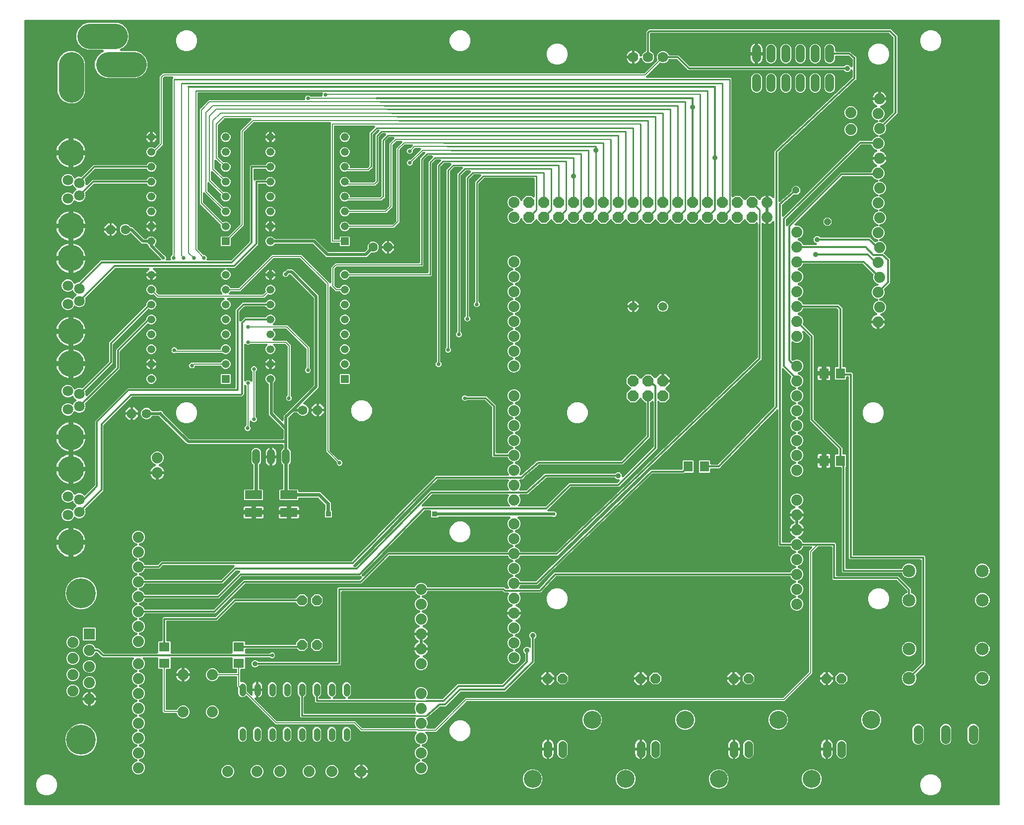
<source format=gbr>
G04 EAGLE Gerber RS-274X export*
G75*
%MOMM*%
%FSLAX34Y34*%
%LPD*%
%INTop Copper*%
%IPPOS*%
%AMOC8*
5,1,8,0,0,1.08239X$1,22.5*%
G01*
%ADD10C,1.879600*%
%ADD11P,2.034460X8X202.500000*%
%ADD12C,1.500000*%
%ADD13P,1.209679X8X157.500000*%
%ADD14C,1.422400*%
%ADD15C,3.048000*%
%ADD16P,1.814519X8X202.500000*%
%ADD17C,1.117600*%
%ADD18R,1.879600X1.879600*%
%ADD19C,5.080000*%
%ADD20C,1.504800*%
%ADD21C,1.778000*%
%ADD22C,1.320800*%
%ADD23R,2.900000X1.500000*%
%ADD24C,1.600200*%
%ADD25R,1.600000X1.800000*%
%ADD26P,1.814519X8X22.500000*%
%ADD27R,1.800000X1.600000*%
%ADD28C,4.318000*%
%ADD29C,2.159000*%
%ADD30R,1.324800X1.324800*%
%ADD31C,1.324800*%
%ADD32C,1.800000*%
%ADD33C,4.500000*%
%ADD34P,1.732040X8X202.500000*%
%ADD35C,1.600200*%
%ADD36P,1.732040X8X22.500000*%
%ADD37C,0.904800*%
%ADD38C,1.016000*%
%ADD39C,0.304800*%
%ADD40C,0.254000*%
%ADD41C,0.406400*%
%ADD42C,0.654800*%
%ADD43C,0.200000*%
%ADD44C,0.300000*%
%ADD45C,0.609600*%
%ADD46C,0.812800*%
%ADD47R,0.904800X0.904800*%
%ADD48C,0.508000*%
%ADD49C,0.609600*%
%ADD50C,0.500000*%

G36*
X1658946Y-633D02*
X1658946Y-633D01*
X1658964Y-634D01*
X1659146Y-613D01*
X1659329Y-594D01*
X1659346Y-589D01*
X1659363Y-587D01*
X1659538Y-530D01*
X1659714Y-476D01*
X1659729Y-468D01*
X1659746Y-462D01*
X1659906Y-372D01*
X1660068Y-285D01*
X1660081Y-273D01*
X1660097Y-264D01*
X1660236Y-144D01*
X1660377Y-27D01*
X1660388Y-13D01*
X1660402Y-1D01*
X1660514Y144D01*
X1660629Y287D01*
X1660637Y303D01*
X1660648Y317D01*
X1660730Y482D01*
X1660815Y644D01*
X1660820Y661D01*
X1660828Y677D01*
X1660875Y856D01*
X1660926Y1031D01*
X1660928Y1049D01*
X1660932Y1066D01*
X1660959Y1397D01*
X1660959Y1338328D01*
X1660957Y1338346D01*
X1660959Y1338364D01*
X1660938Y1338546D01*
X1660919Y1338729D01*
X1660914Y1338746D01*
X1660912Y1338763D01*
X1660855Y1338938D01*
X1660801Y1339114D01*
X1660793Y1339129D01*
X1660787Y1339146D01*
X1660697Y1339306D01*
X1660609Y1339468D01*
X1660598Y1339481D01*
X1660589Y1339497D01*
X1660469Y1339636D01*
X1660352Y1339777D01*
X1660338Y1339788D01*
X1660326Y1339802D01*
X1660181Y1339914D01*
X1660038Y1340029D01*
X1660022Y1340037D01*
X1660008Y1340048D01*
X1659843Y1340130D01*
X1659681Y1340215D01*
X1659664Y1340220D01*
X1659648Y1340228D01*
X1659469Y1340275D01*
X1659294Y1340326D01*
X1659276Y1340328D01*
X1659259Y1340332D01*
X1658928Y1340359D01*
X-1778Y1340359D01*
X-1796Y1340357D01*
X-1814Y1340359D01*
X-1996Y1340338D01*
X-2179Y1340319D01*
X-2196Y1340314D01*
X-2213Y1340312D01*
X-2388Y1340255D01*
X-2564Y1340201D01*
X-2579Y1340193D01*
X-2596Y1340187D01*
X-2756Y1340097D01*
X-2918Y1340009D01*
X-2931Y1339998D01*
X-2947Y1339989D01*
X-3086Y1339869D01*
X-3227Y1339752D01*
X-3238Y1339738D01*
X-3252Y1339726D01*
X-3364Y1339581D01*
X-3479Y1339438D01*
X-3487Y1339422D01*
X-3498Y1339408D01*
X-3580Y1339243D01*
X-3665Y1339081D01*
X-3670Y1339064D01*
X-3678Y1339048D01*
X-3725Y1338869D01*
X-3776Y1338694D01*
X-3778Y1338676D01*
X-3782Y1338659D01*
X-3809Y1338328D01*
X-3809Y1397D01*
X-3807Y1379D01*
X-3809Y1361D01*
X-3788Y1179D01*
X-3769Y996D01*
X-3764Y979D01*
X-3762Y962D01*
X-3705Y787D01*
X-3651Y611D01*
X-3643Y596D01*
X-3637Y579D01*
X-3547Y419D01*
X-3459Y257D01*
X-3448Y244D01*
X-3439Y228D01*
X-3319Y89D01*
X-3202Y-52D01*
X-3188Y-63D01*
X-3176Y-77D01*
X-3031Y-189D01*
X-2888Y-304D01*
X-2872Y-312D01*
X-2858Y-323D01*
X-2693Y-405D01*
X-2531Y-490D01*
X-2514Y-495D01*
X-2498Y-503D01*
X-2319Y-551D01*
X-2144Y-601D01*
X-2126Y-603D01*
X-2109Y-607D01*
X-1778Y-634D01*
X1658928Y-634D01*
X1658946Y-633D01*
G37*
%LPC*%
G36*
X188327Y52577D02*
X188327Y52577D01*
X184313Y54240D01*
X181240Y57313D01*
X179577Y61327D01*
X179577Y65673D01*
X181240Y69687D01*
X184313Y72760D01*
X188087Y74323D01*
X188095Y74328D01*
X188104Y74330D01*
X188272Y74422D01*
X188442Y74514D01*
X188449Y74519D01*
X188457Y74524D01*
X188603Y74647D01*
X188753Y74770D01*
X188758Y74777D01*
X188765Y74783D01*
X188885Y74933D01*
X189006Y75083D01*
X189011Y75091D01*
X189016Y75097D01*
X189104Y75269D01*
X189193Y75439D01*
X189196Y75448D01*
X189200Y75456D01*
X189252Y75640D01*
X189307Y75826D01*
X189307Y75834D01*
X189310Y75843D01*
X189325Y76034D01*
X189341Y76227D01*
X189340Y76236D01*
X189341Y76244D01*
X189318Y76435D01*
X189296Y76627D01*
X189293Y76635D01*
X189292Y76644D01*
X189232Y76827D01*
X189173Y77010D01*
X189169Y77018D01*
X189166Y77026D01*
X189070Y77194D01*
X188977Y77362D01*
X188971Y77368D01*
X188966Y77376D01*
X188840Y77521D01*
X188715Y77667D01*
X188708Y77673D01*
X188702Y77680D01*
X188550Y77797D01*
X188398Y77916D01*
X188390Y77920D01*
X188383Y77925D01*
X188087Y78077D01*
X184313Y79640D01*
X181240Y82713D01*
X179577Y86727D01*
X179577Y91073D01*
X181240Y95087D01*
X184313Y98160D01*
X186474Y99055D01*
X188087Y99723D01*
X188095Y99728D01*
X188104Y99730D01*
X188272Y99822D01*
X188442Y99914D01*
X188449Y99919D01*
X188457Y99924D01*
X188603Y100047D01*
X188753Y100170D01*
X188758Y100177D01*
X188765Y100183D01*
X188885Y100333D01*
X189006Y100483D01*
X189011Y100491D01*
X189016Y100497D01*
X189104Y100669D01*
X189193Y100839D01*
X189196Y100848D01*
X189200Y100856D01*
X189252Y101040D01*
X189307Y101226D01*
X189307Y101234D01*
X189310Y101243D01*
X189325Y101434D01*
X189341Y101627D01*
X189340Y101636D01*
X189341Y101644D01*
X189318Y101835D01*
X189296Y102027D01*
X189293Y102035D01*
X189292Y102044D01*
X189232Y102227D01*
X189173Y102410D01*
X189169Y102418D01*
X189166Y102426D01*
X189070Y102594D01*
X188977Y102762D01*
X188971Y102768D01*
X188966Y102776D01*
X188840Y102921D01*
X188715Y103067D01*
X188708Y103073D01*
X188702Y103080D01*
X188550Y103197D01*
X188398Y103316D01*
X188390Y103320D01*
X188383Y103325D01*
X188087Y103477D01*
X184313Y105040D01*
X181240Y108113D01*
X179577Y112127D01*
X179577Y116473D01*
X181240Y120487D01*
X184313Y123560D01*
X188087Y125123D01*
X188095Y125128D01*
X188104Y125130D01*
X188272Y125222D01*
X188442Y125314D01*
X188449Y125319D01*
X188457Y125324D01*
X188603Y125447D01*
X188753Y125570D01*
X188758Y125577D01*
X188765Y125583D01*
X188885Y125733D01*
X189006Y125883D01*
X189011Y125891D01*
X189016Y125897D01*
X189104Y126069D01*
X189193Y126239D01*
X189196Y126248D01*
X189200Y126256D01*
X189252Y126440D01*
X189307Y126626D01*
X189307Y126634D01*
X189310Y126643D01*
X189325Y126834D01*
X189341Y127027D01*
X189340Y127036D01*
X189341Y127044D01*
X189318Y127235D01*
X189296Y127427D01*
X189293Y127435D01*
X189292Y127444D01*
X189232Y127627D01*
X189173Y127810D01*
X189169Y127818D01*
X189166Y127826D01*
X189070Y127994D01*
X188977Y128162D01*
X188971Y128168D01*
X188966Y128176D01*
X188840Y128321D01*
X188715Y128467D01*
X188708Y128473D01*
X188702Y128480D01*
X188550Y128597D01*
X188398Y128716D01*
X188390Y128720D01*
X188383Y128725D01*
X188087Y128877D01*
X184313Y130440D01*
X181240Y133513D01*
X179577Y137527D01*
X179577Y141873D01*
X181240Y145887D01*
X184313Y148960D01*
X188087Y150523D01*
X188095Y150528D01*
X188104Y150530D01*
X188272Y150622D01*
X188442Y150714D01*
X188449Y150719D01*
X188457Y150724D01*
X188603Y150847D01*
X188753Y150970D01*
X188758Y150977D01*
X188765Y150983D01*
X188885Y151133D01*
X189006Y151283D01*
X189011Y151291D01*
X189016Y151297D01*
X189104Y151469D01*
X189193Y151639D01*
X189196Y151648D01*
X189200Y151656D01*
X189252Y151840D01*
X189307Y152026D01*
X189307Y152034D01*
X189310Y152043D01*
X189325Y152234D01*
X189341Y152427D01*
X189340Y152436D01*
X189341Y152444D01*
X189318Y152635D01*
X189296Y152827D01*
X189293Y152835D01*
X189292Y152844D01*
X189232Y153027D01*
X189173Y153210D01*
X189169Y153218D01*
X189166Y153226D01*
X189070Y153394D01*
X188977Y153562D01*
X188971Y153568D01*
X188966Y153576D01*
X188840Y153721D01*
X188715Y153867D01*
X188708Y153873D01*
X188702Y153880D01*
X188550Y153997D01*
X188398Y154116D01*
X188390Y154120D01*
X188383Y154125D01*
X188087Y154277D01*
X184313Y155840D01*
X181240Y158913D01*
X179577Y162927D01*
X179577Y167273D01*
X181240Y171287D01*
X184313Y174360D01*
X188087Y175923D01*
X188095Y175928D01*
X188104Y175930D01*
X188272Y176022D01*
X188442Y176114D01*
X188449Y176119D01*
X188457Y176124D01*
X188603Y176247D01*
X188753Y176370D01*
X188758Y176377D01*
X188765Y176383D01*
X188885Y176533D01*
X189006Y176683D01*
X189011Y176691D01*
X189016Y176697D01*
X189104Y176869D01*
X189193Y177039D01*
X189196Y177048D01*
X189200Y177056D01*
X189252Y177240D01*
X189307Y177426D01*
X189307Y177434D01*
X189310Y177443D01*
X189325Y177634D01*
X189341Y177827D01*
X189340Y177836D01*
X189341Y177844D01*
X189318Y178035D01*
X189296Y178227D01*
X189293Y178235D01*
X189292Y178244D01*
X189232Y178425D01*
X189173Y178610D01*
X189169Y178618D01*
X189166Y178626D01*
X189070Y178794D01*
X188977Y178962D01*
X188971Y178968D01*
X188966Y178976D01*
X188840Y179121D01*
X188715Y179267D01*
X188708Y179273D01*
X188702Y179280D01*
X188550Y179397D01*
X188398Y179516D01*
X188390Y179520D01*
X188383Y179525D01*
X188087Y179677D01*
X184313Y181240D01*
X181240Y184313D01*
X179577Y188327D01*
X179577Y192673D01*
X181240Y196687D01*
X184313Y199760D01*
X188087Y201323D01*
X188095Y201328D01*
X188104Y201330D01*
X188272Y201422D01*
X188442Y201514D01*
X188449Y201519D01*
X188457Y201524D01*
X188603Y201647D01*
X188753Y201770D01*
X188758Y201777D01*
X188765Y201783D01*
X188885Y201933D01*
X189006Y202083D01*
X189011Y202091D01*
X189016Y202097D01*
X189103Y202268D01*
X189193Y202439D01*
X189196Y202448D01*
X189200Y202456D01*
X189252Y202640D01*
X189307Y202826D01*
X189307Y202834D01*
X189310Y202843D01*
X189325Y203034D01*
X189341Y203227D01*
X189340Y203236D01*
X189341Y203244D01*
X189318Y203435D01*
X189296Y203627D01*
X189293Y203635D01*
X189292Y203644D01*
X189232Y203826D01*
X189173Y204010D01*
X189169Y204018D01*
X189166Y204026D01*
X189070Y204194D01*
X188977Y204362D01*
X188971Y204368D01*
X188966Y204376D01*
X188840Y204521D01*
X188715Y204667D01*
X188708Y204673D01*
X188702Y204680D01*
X188550Y204796D01*
X188398Y204916D01*
X188390Y204920D01*
X188383Y204925D01*
X188087Y205077D01*
X184313Y206640D01*
X181240Y209713D01*
X179577Y213727D01*
X179577Y218073D01*
X181240Y222087D01*
X184313Y225160D01*
X188087Y226723D01*
X188095Y226728D01*
X188104Y226730D01*
X188272Y226822D01*
X188442Y226914D01*
X188449Y226919D01*
X188457Y226924D01*
X188603Y227047D01*
X188753Y227170D01*
X188758Y227177D01*
X188765Y227183D01*
X188885Y227333D01*
X189006Y227483D01*
X189011Y227491D01*
X189016Y227497D01*
X189104Y227669D01*
X189193Y227839D01*
X189196Y227848D01*
X189200Y227856D01*
X189252Y228039D01*
X189307Y228226D01*
X189307Y228234D01*
X189310Y228243D01*
X189325Y228434D01*
X189341Y228627D01*
X189340Y228636D01*
X189341Y228644D01*
X189318Y228835D01*
X189296Y229027D01*
X189293Y229035D01*
X189292Y229044D01*
X189232Y229227D01*
X189173Y229410D01*
X189169Y229418D01*
X189166Y229426D01*
X189070Y229594D01*
X188977Y229762D01*
X188971Y229768D01*
X188966Y229776D01*
X188840Y229921D01*
X188715Y230067D01*
X188708Y230073D01*
X188702Y230080D01*
X188550Y230197D01*
X188398Y230316D01*
X188390Y230320D01*
X188383Y230325D01*
X188087Y230477D01*
X184313Y232040D01*
X181240Y235113D01*
X179577Y239127D01*
X179577Y243473D01*
X181240Y247487D01*
X182507Y248754D01*
X182512Y248761D01*
X182519Y248766D01*
X182640Y248917D01*
X182762Y249065D01*
X182766Y249073D01*
X182771Y249080D01*
X182859Y249249D01*
X182950Y249421D01*
X182953Y249430D01*
X182957Y249437D01*
X183010Y249622D01*
X183065Y249807D01*
X183066Y249816D01*
X183068Y249824D01*
X183084Y250015D01*
X183102Y250208D01*
X183101Y250217D01*
X183101Y250226D01*
X183079Y250415D01*
X183058Y250608D01*
X183055Y250617D01*
X183054Y250625D01*
X182996Y250805D01*
X182937Y250992D01*
X182932Y251000D01*
X182930Y251008D01*
X182835Y251175D01*
X182742Y251344D01*
X182736Y251351D01*
X182732Y251359D01*
X182606Y251504D01*
X182481Y251651D01*
X182474Y251657D01*
X182468Y251664D01*
X182319Y251780D01*
X182165Y251901D01*
X182157Y251905D01*
X182150Y251910D01*
X181980Y251995D01*
X181806Y252083D01*
X181798Y252086D01*
X181790Y252090D01*
X181604Y252139D01*
X181419Y252191D01*
X181410Y252192D01*
X181401Y252194D01*
X181070Y252221D01*
X130719Y252221D01*
X130693Y252219D01*
X130660Y252220D01*
X129419Y252184D01*
X128541Y253062D01*
X128521Y253079D01*
X128499Y253103D01*
X120741Y260422D01*
X120584Y260543D01*
X120427Y260665D01*
X120425Y260667D01*
X120422Y260668D01*
X120242Y260757D01*
X120067Y260845D01*
X120064Y260845D01*
X120061Y260847D01*
X119873Y260897D01*
X119678Y260949D01*
X119675Y260949D01*
X119672Y260950D01*
X119651Y260951D01*
X119347Y260976D01*
X119097Y260976D01*
X119075Y260974D01*
X119053Y260976D01*
X118875Y260954D01*
X118696Y260936D01*
X118675Y260930D01*
X118653Y260927D01*
X118483Y260871D01*
X118312Y260818D01*
X118292Y260808D01*
X118271Y260801D01*
X118115Y260712D01*
X117958Y260626D01*
X117940Y260612D01*
X117921Y260601D01*
X117785Y260483D01*
X117648Y260369D01*
X117634Y260351D01*
X117617Y260337D01*
X117508Y260195D01*
X117396Y260055D01*
X117386Y260035D01*
X117372Y260017D01*
X117220Y259722D01*
X116440Y257838D01*
X113367Y254765D01*
X109353Y253102D01*
X105007Y253102D01*
X100993Y254765D01*
X97920Y257838D01*
X96257Y261852D01*
X96257Y266198D01*
X97920Y270212D01*
X100993Y273285D01*
X105007Y274948D01*
X109353Y274948D01*
X113367Y273285D01*
X116440Y270212D01*
X117220Y268328D01*
X117231Y268308D01*
X117238Y268287D01*
X117326Y268130D01*
X117411Y267973D01*
X117425Y267956D01*
X117436Y267936D01*
X117553Y267801D01*
X117667Y267662D01*
X117684Y267648D01*
X117699Y267631D01*
X117840Y267522D01*
X117980Y267409D01*
X117999Y267398D01*
X118017Y267385D01*
X118178Y267305D01*
X118336Y267222D01*
X118358Y267215D01*
X118378Y267205D01*
X118551Y267159D01*
X118723Y267109D01*
X118745Y267107D01*
X118766Y267101D01*
X119097Y267074D01*
X121292Y267074D01*
X121318Y267076D01*
X121351Y267075D01*
X122591Y267111D01*
X123469Y266233D01*
X123489Y266216D01*
X123511Y266192D01*
X131269Y258873D01*
X131429Y258750D01*
X131583Y258630D01*
X131586Y258628D01*
X131588Y258627D01*
X131768Y258538D01*
X131944Y258450D01*
X131946Y258450D01*
X131949Y258448D01*
X132139Y258398D01*
X132332Y258346D01*
X132336Y258346D01*
X132338Y258345D01*
X132360Y258344D01*
X132663Y258319D01*
X222476Y258319D01*
X222485Y258320D01*
X222494Y258319D01*
X222685Y258340D01*
X222877Y258359D01*
X222885Y258361D01*
X222895Y258362D01*
X223078Y258420D01*
X223262Y258477D01*
X223270Y258481D01*
X223278Y258484D01*
X223447Y258577D01*
X223616Y258669D01*
X223623Y258674D01*
X223631Y258679D01*
X223779Y258804D01*
X223925Y258926D01*
X223931Y258933D01*
X223938Y258939D01*
X224058Y259092D01*
X224177Y259240D01*
X224181Y259248D01*
X224187Y259255D01*
X224275Y259428D01*
X224363Y259597D01*
X224365Y259606D01*
X224369Y259614D01*
X224421Y259799D01*
X224474Y259984D01*
X224475Y259993D01*
X224477Y260002D01*
X224491Y260193D01*
X224507Y260386D01*
X224506Y260395D01*
X224507Y260404D01*
X224483Y260594D01*
X224460Y260785D01*
X224457Y260794D01*
X224456Y260803D01*
X224425Y260895D01*
X224425Y278537D01*
X225318Y279430D01*
X229870Y279430D01*
X229888Y279432D01*
X229906Y279430D01*
X230088Y279451D01*
X230271Y279470D01*
X230288Y279475D01*
X230305Y279477D01*
X230480Y279534D01*
X230656Y279588D01*
X230671Y279596D01*
X230688Y279602D01*
X230848Y279692D01*
X231010Y279780D01*
X231023Y279791D01*
X231039Y279800D01*
X231178Y279920D01*
X231319Y280037D01*
X231330Y280051D01*
X231344Y280063D01*
X231456Y280207D01*
X231571Y280351D01*
X231579Y280367D01*
X231590Y280381D01*
X231672Y280546D01*
X231757Y280708D01*
X231762Y280725D01*
X231770Y280741D01*
X231817Y280920D01*
X231868Y281095D01*
X231870Y281113D01*
X231874Y281130D01*
X231901Y281461D01*
X231901Y318763D01*
X233687Y320549D01*
X321746Y320549D01*
X321772Y320551D01*
X321799Y320549D01*
X321973Y320571D01*
X322146Y320589D01*
X322172Y320596D01*
X322199Y320600D01*
X322364Y320655D01*
X322531Y320707D01*
X322555Y320720D01*
X322580Y320728D01*
X322732Y320815D01*
X322885Y320899D01*
X322906Y320916D01*
X322929Y320929D01*
X323182Y321144D01*
X354337Y352299D01*
X458097Y352299D01*
X458124Y352301D01*
X458150Y352299D01*
X458324Y352321D01*
X458498Y352339D01*
X458523Y352346D01*
X458550Y352350D01*
X458716Y352406D01*
X458883Y352457D01*
X458906Y352470D01*
X458932Y352478D01*
X459083Y352565D01*
X459237Y352649D01*
X459257Y352666D01*
X459280Y352679D01*
X459533Y352894D01*
X465797Y359157D01*
X474003Y359157D01*
X479807Y353353D01*
X479807Y345147D01*
X474003Y339343D01*
X465797Y339343D01*
X459533Y345606D01*
X459513Y345623D01*
X459495Y345644D01*
X459357Y345751D01*
X459222Y345861D01*
X459198Y345874D01*
X459177Y345890D01*
X459021Y345968D01*
X458866Y346050D01*
X458841Y346058D01*
X458817Y346070D01*
X458647Y346115D01*
X458480Y346165D01*
X458454Y346167D01*
X458428Y346174D01*
X458097Y346201D01*
X357704Y346201D01*
X357678Y346199D01*
X357651Y346201D01*
X357477Y346179D01*
X357304Y346161D01*
X357278Y346154D01*
X357251Y346150D01*
X357086Y346095D01*
X356919Y346043D01*
X356895Y346030D01*
X356870Y346022D01*
X356718Y345935D01*
X356565Y345851D01*
X356544Y345834D01*
X356521Y345821D01*
X356268Y345606D01*
X325113Y314451D01*
X240030Y314451D01*
X240012Y314449D01*
X239994Y314451D01*
X239812Y314430D01*
X239629Y314411D01*
X239612Y314406D01*
X239595Y314404D01*
X239420Y314347D01*
X239244Y314293D01*
X239229Y314285D01*
X239212Y314279D01*
X239052Y314189D01*
X238890Y314101D01*
X238877Y314090D01*
X238861Y314081D01*
X238722Y313961D01*
X238581Y313844D01*
X238570Y313830D01*
X238556Y313818D01*
X238444Y313673D01*
X238329Y313530D01*
X238321Y313514D01*
X238310Y313500D01*
X238228Y313335D01*
X238143Y313173D01*
X238138Y313156D01*
X238130Y313140D01*
X238083Y312961D01*
X238032Y312786D01*
X238030Y312768D01*
X238026Y312751D01*
X237999Y312420D01*
X237999Y281461D01*
X238001Y281443D01*
X237999Y281425D01*
X238020Y281243D01*
X238039Y281060D01*
X238044Y281043D01*
X238046Y281026D01*
X238103Y280851D01*
X238157Y280675D01*
X238165Y280660D01*
X238171Y280643D01*
X238261Y280483D01*
X238349Y280321D01*
X238360Y280308D01*
X238369Y280292D01*
X238489Y280153D01*
X238606Y280012D01*
X238620Y280001D01*
X238632Y279987D01*
X238777Y279875D01*
X238920Y279760D01*
X238936Y279752D01*
X238950Y279741D01*
X239115Y279659D01*
X239277Y279574D01*
X239294Y279569D01*
X239310Y279561D01*
X239489Y279514D01*
X239664Y279463D01*
X239682Y279461D01*
X239699Y279457D01*
X240030Y279430D01*
X244582Y279430D01*
X245475Y278537D01*
X245475Y260887D01*
X245429Y260734D01*
X245428Y260724D01*
X245426Y260716D01*
X245410Y260525D01*
X245393Y260333D01*
X245394Y260323D01*
X245393Y260314D01*
X245415Y260124D01*
X245436Y259932D01*
X245439Y259924D01*
X245440Y259915D01*
X245500Y259731D01*
X245557Y259548D01*
X245562Y259541D01*
X245565Y259532D01*
X245660Y259363D01*
X245752Y259196D01*
X245758Y259189D01*
X245763Y259181D01*
X245889Y259035D01*
X246013Y258889D01*
X246020Y258883D01*
X246026Y258876D01*
X246178Y258758D01*
X246329Y258639D01*
X246337Y258635D01*
X246344Y258630D01*
X246517Y258544D01*
X246687Y258457D01*
X246696Y258455D01*
X246704Y258450D01*
X246892Y258400D01*
X247075Y258349D01*
X247084Y258348D01*
X247093Y258346D01*
X247424Y258319D01*
X349476Y258319D01*
X349485Y258320D01*
X349494Y258319D01*
X349685Y258340D01*
X349877Y258359D01*
X349885Y258361D01*
X349895Y258362D01*
X350078Y258420D01*
X350262Y258477D01*
X350270Y258481D01*
X350278Y258484D01*
X350447Y258577D01*
X350616Y258669D01*
X350623Y258674D01*
X350631Y258679D01*
X350779Y258804D01*
X350925Y258926D01*
X350931Y258933D01*
X350938Y258939D01*
X351058Y259092D01*
X351177Y259240D01*
X351181Y259248D01*
X351187Y259255D01*
X351275Y259428D01*
X351363Y259597D01*
X351365Y259606D01*
X351369Y259614D01*
X351421Y259799D01*
X351474Y259984D01*
X351475Y259993D01*
X351477Y260002D01*
X351491Y260193D01*
X351507Y260386D01*
X351506Y260395D01*
X351507Y260404D01*
X351483Y260594D01*
X351460Y260785D01*
X351457Y260794D01*
X351456Y260803D01*
X351425Y260895D01*
X351425Y278537D01*
X352318Y279430D01*
X371582Y279430D01*
X372475Y278537D01*
X372475Y274985D01*
X372477Y274967D01*
X372475Y274949D01*
X372496Y274767D01*
X372515Y274584D01*
X372520Y274567D01*
X372522Y274550D01*
X372579Y274375D01*
X372633Y274199D01*
X372641Y274184D01*
X372647Y274167D01*
X372737Y274007D01*
X372825Y273845D01*
X372836Y273832D01*
X372845Y273816D01*
X372965Y273677D01*
X373082Y273536D01*
X373096Y273525D01*
X373108Y273511D01*
X373253Y273399D01*
X373396Y273284D01*
X373412Y273276D01*
X373426Y273265D01*
X373591Y273183D01*
X373753Y273098D01*
X373770Y273093D01*
X373786Y273085D01*
X373965Y273038D01*
X374140Y272987D01*
X374158Y272985D01*
X374175Y272981D01*
X374506Y272954D01*
X457962Y272954D01*
X457980Y272956D01*
X457998Y272954D01*
X458180Y272975D01*
X458363Y272994D01*
X458380Y272999D01*
X458397Y273001D01*
X458572Y273058D01*
X458748Y273112D01*
X458763Y273120D01*
X458780Y273126D01*
X458940Y273216D01*
X459102Y273304D01*
X459115Y273315D01*
X459131Y273324D01*
X459270Y273444D01*
X459411Y273561D01*
X459422Y273575D01*
X459436Y273587D01*
X459548Y273732D01*
X459663Y273875D01*
X459671Y273891D01*
X459682Y273905D01*
X459764Y274070D01*
X459849Y274232D01*
X459854Y274249D01*
X459862Y274265D01*
X459909Y274444D01*
X459960Y274619D01*
X459962Y274637D01*
X459966Y274654D01*
X459993Y274985D01*
X459993Y277153D01*
X465797Y282957D01*
X474003Y282957D01*
X479807Y277153D01*
X479807Y268947D01*
X474003Y263143D01*
X465797Y263143D01*
X462678Y266261D01*
X462658Y266278D01*
X462640Y266299D01*
X462502Y266406D01*
X462367Y266516D01*
X462343Y266529D01*
X462322Y266545D01*
X462166Y266623D01*
X462011Y266705D01*
X461986Y266713D01*
X461962Y266725D01*
X461792Y266770D01*
X461625Y266820D01*
X461599Y266822D01*
X461573Y266829D01*
X461242Y266856D01*
X374506Y266856D01*
X374488Y266854D01*
X374470Y266856D01*
X374288Y266835D01*
X374105Y266816D01*
X374088Y266811D01*
X374071Y266809D01*
X373896Y266752D01*
X373720Y266698D01*
X373705Y266690D01*
X373688Y266684D01*
X373528Y266594D01*
X373366Y266506D01*
X373353Y266495D01*
X373337Y266486D01*
X373198Y266366D01*
X373057Y266249D01*
X373046Y266235D01*
X373032Y266223D01*
X372920Y266078D01*
X372805Y265935D01*
X372797Y265919D01*
X372786Y265905D01*
X372704Y265740D01*
X372619Y265578D01*
X372614Y265561D01*
X372606Y265545D01*
X372559Y265366D01*
X372508Y265191D01*
X372506Y265173D01*
X372502Y265156D01*
X372475Y264825D01*
X372475Y260887D01*
X372429Y260734D01*
X372428Y260724D01*
X372426Y260716D01*
X372410Y260525D01*
X372393Y260333D01*
X372394Y260323D01*
X372393Y260314D01*
X372415Y260124D01*
X372436Y259932D01*
X372439Y259924D01*
X372440Y259915D01*
X372500Y259731D01*
X372557Y259548D01*
X372562Y259541D01*
X372565Y259532D01*
X372660Y259363D01*
X372752Y259196D01*
X372758Y259189D01*
X372763Y259181D01*
X372889Y259035D01*
X373013Y258889D01*
X373020Y258883D01*
X373026Y258876D01*
X373178Y258758D01*
X373329Y258639D01*
X373337Y258635D01*
X373344Y258630D01*
X373517Y258544D01*
X373687Y258457D01*
X373696Y258455D01*
X373704Y258450D01*
X373892Y258400D01*
X374075Y258349D01*
X374084Y258348D01*
X374093Y258346D01*
X374424Y258319D01*
X414521Y258319D01*
X414547Y258321D01*
X414574Y258319D01*
X414748Y258341D01*
X414922Y258359D01*
X414947Y258366D01*
X414974Y258370D01*
X415139Y258425D01*
X415306Y258477D01*
X415330Y258490D01*
X415355Y258498D01*
X415507Y258585D01*
X415660Y258669D01*
X415681Y258686D01*
X415704Y258699D01*
X415957Y258914D01*
X416382Y259338D01*
X418145Y260069D01*
X420055Y260069D01*
X421818Y259338D01*
X423168Y257988D01*
X423899Y256225D01*
X423899Y254315D01*
X423168Y252552D01*
X421818Y251202D01*
X420055Y250471D01*
X418145Y250471D01*
X416382Y251202D01*
X415957Y251626D01*
X415937Y251643D01*
X415919Y251664D01*
X415781Y251771D01*
X415646Y251881D01*
X415622Y251894D01*
X415601Y251910D01*
X415444Y251988D01*
X415290Y252070D01*
X415265Y252078D01*
X415240Y252090D01*
X415071Y252135D01*
X414904Y252185D01*
X414878Y252187D01*
X414852Y252194D01*
X414521Y252221D01*
X374506Y252221D01*
X374488Y252219D01*
X374470Y252221D01*
X374288Y252200D01*
X374105Y252181D01*
X374088Y252176D01*
X374071Y252174D01*
X373896Y252117D01*
X373720Y252063D01*
X373705Y252055D01*
X373688Y252049D01*
X373528Y251959D01*
X373366Y251871D01*
X373353Y251860D01*
X373337Y251851D01*
X373198Y251731D01*
X373057Y251614D01*
X373046Y251600D01*
X373032Y251588D01*
X372920Y251443D01*
X372805Y251300D01*
X372797Y251284D01*
X372786Y251270D01*
X372704Y251105D01*
X372619Y250943D01*
X372614Y250926D01*
X372606Y250910D01*
X372559Y250731D01*
X372508Y250556D01*
X372506Y250538D01*
X372502Y250521D01*
X372475Y250190D01*
X372475Y233273D01*
X371582Y232380D01*
X366506Y232380D01*
X366488Y232378D01*
X366470Y232380D01*
X366288Y232359D01*
X366105Y232340D01*
X366088Y232335D01*
X366071Y232333D01*
X365896Y232276D01*
X365720Y232222D01*
X365705Y232214D01*
X365688Y232208D01*
X365528Y232118D01*
X365366Y232030D01*
X365353Y232019D01*
X365337Y232010D01*
X365198Y231890D01*
X365057Y231773D01*
X365046Y231759D01*
X365032Y231747D01*
X364920Y231602D01*
X364805Y231459D01*
X364797Y231443D01*
X364786Y231429D01*
X364704Y231264D01*
X364619Y231102D01*
X364614Y231085D01*
X364606Y231069D01*
X364559Y230890D01*
X364508Y230715D01*
X364506Y230697D01*
X364502Y230680D01*
X364475Y230349D01*
X364475Y211582D01*
X364477Y211564D01*
X364475Y211546D01*
X364496Y211364D01*
X364515Y211181D01*
X364520Y211164D01*
X364522Y211147D01*
X364579Y210972D01*
X364633Y210796D01*
X364641Y210781D01*
X364647Y210764D01*
X364738Y210602D01*
X364825Y210442D01*
X364836Y210429D01*
X364845Y210413D01*
X364965Y210274D01*
X365082Y210133D01*
X365096Y210122D01*
X365108Y210108D01*
X365253Y209996D01*
X365396Y209881D01*
X365412Y209873D01*
X365426Y209862D01*
X365591Y209780D01*
X365753Y209695D01*
X365770Y209690D01*
X365786Y209682D01*
X365965Y209635D01*
X366140Y209584D01*
X366158Y209582D01*
X366175Y209578D01*
X366506Y209551D01*
X369715Y209551D01*
X372329Y208468D01*
X374330Y206467D01*
X375413Y203853D01*
X375413Y194999D01*
X375415Y194973D01*
X375413Y194946D01*
X375435Y194772D01*
X375453Y194599D01*
X375460Y194573D01*
X375464Y194546D01*
X375519Y194381D01*
X375571Y194214D01*
X375584Y194190D01*
X375592Y194165D01*
X375679Y194013D01*
X375763Y193860D01*
X375780Y193839D01*
X375793Y193816D01*
X376008Y193563D01*
X382441Y187130D01*
X382446Y187125D01*
X382450Y187120D01*
X382602Y186998D01*
X382752Y186874D01*
X382758Y186871D01*
X382764Y186867D01*
X382937Y186777D01*
X383108Y186686D01*
X383115Y186684D01*
X383121Y186681D01*
X383309Y186626D01*
X383494Y186571D01*
X383501Y186570D01*
X383507Y186569D01*
X383699Y186552D01*
X383895Y186535D01*
X383902Y186535D01*
X383908Y186535D01*
X384098Y186557D01*
X384295Y186578D01*
X384302Y186580D01*
X384308Y186581D01*
X384492Y186640D01*
X384679Y186700D01*
X384685Y186703D01*
X384691Y186705D01*
X384863Y186801D01*
X385031Y186894D01*
X385036Y186899D01*
X385042Y186902D01*
X385192Y187031D01*
X385338Y187155D01*
X385343Y187160D01*
X385348Y187165D01*
X385468Y187319D01*
X385588Y187471D01*
X385591Y187477D01*
X385595Y187482D01*
X385682Y187656D01*
X385770Y187830D01*
X385772Y187836D01*
X385775Y187842D01*
X385826Y188028D01*
X385878Y188218D01*
X385879Y188224D01*
X385881Y188231D01*
X385893Y188422D01*
X385908Y188619D01*
X385907Y188626D01*
X385907Y188632D01*
X385869Y188962D01*
X385571Y190461D01*
X385571Y194819D01*
X391669Y194819D01*
X391669Y183378D01*
X391400Y183431D01*
X391393Y183432D01*
X391387Y183434D01*
X391192Y183452D01*
X390999Y183471D01*
X390993Y183470D01*
X390986Y183470D01*
X390791Y183449D01*
X390599Y183430D01*
X390593Y183428D01*
X390586Y183427D01*
X390400Y183368D01*
X390214Y183311D01*
X390208Y183308D01*
X390202Y183306D01*
X390032Y183212D01*
X389861Y183118D01*
X389855Y183114D01*
X389850Y183111D01*
X389701Y182985D01*
X389552Y182860D01*
X389548Y182855D01*
X389543Y182850D01*
X389422Y182697D01*
X389300Y182546D01*
X389297Y182540D01*
X389293Y182534D01*
X389205Y182361D01*
X389116Y182188D01*
X389114Y182181D01*
X389111Y182175D01*
X389058Y181986D01*
X389005Y181801D01*
X389004Y181794D01*
X389003Y181787D01*
X388988Y181590D01*
X388973Y181399D01*
X388974Y181393D01*
X388973Y181386D01*
X388998Y181189D01*
X389021Y181000D01*
X389023Y180993D01*
X389024Y180987D01*
X389086Y180800D01*
X389146Y180617D01*
X389150Y180611D01*
X389152Y180605D01*
X389250Y180435D01*
X389345Y180267D01*
X389349Y180262D01*
X389353Y180256D01*
X389568Y180003D01*
X426451Y143120D01*
X426472Y143103D01*
X426489Y143082D01*
X426627Y142975D01*
X426762Y142865D01*
X426786Y142852D01*
X426807Y142836D01*
X426964Y142758D01*
X427118Y142676D01*
X427144Y142668D01*
X427168Y142656D01*
X427337Y142611D01*
X427504Y142561D01*
X427531Y142559D01*
X427556Y142552D01*
X427887Y142525D01*
X561046Y142525D01*
X572451Y131120D01*
X572472Y131103D01*
X572489Y131082D01*
X572627Y130975D01*
X572762Y130865D01*
X572786Y130852D01*
X572807Y130836D01*
X572964Y130758D01*
X573118Y130676D01*
X573144Y130668D01*
X573168Y130656D01*
X573337Y130611D01*
X573504Y130561D01*
X573531Y130559D01*
X573556Y130552D01*
X573887Y130525D01*
X662038Y130525D01*
X662051Y130526D01*
X662065Y130525D01*
X662251Y130546D01*
X662438Y130565D01*
X662451Y130569D01*
X662465Y130570D01*
X662644Y130628D01*
X662823Y130683D01*
X662835Y130689D01*
X662848Y130693D01*
X663013Y130785D01*
X663177Y130875D01*
X663188Y130883D01*
X663199Y130890D01*
X663342Y131012D01*
X663487Y131132D01*
X663495Y131143D01*
X663505Y131151D01*
X663621Y131299D01*
X663739Y131446D01*
X663745Y131458D01*
X663753Y131468D01*
X663838Y131637D01*
X663925Y131803D01*
X663928Y131816D01*
X663934Y131828D01*
X663984Y132009D01*
X664036Y132190D01*
X664037Y132204D01*
X664041Y132217D01*
X664053Y132405D01*
X664069Y132592D01*
X664067Y132605D01*
X664068Y132618D01*
X664044Y132806D01*
X664022Y132991D01*
X664018Y133004D01*
X664016Y133017D01*
X663914Y133333D01*
X662177Y137527D01*
X662177Y141873D01*
X663841Y145889D01*
X663842Y145891D01*
X663849Y145896D01*
X663970Y146047D01*
X664092Y146195D01*
X664096Y146203D01*
X664101Y146210D01*
X664190Y146380D01*
X664280Y146551D01*
X664283Y146559D01*
X664287Y146567D01*
X664340Y146752D01*
X664395Y146937D01*
X664396Y146946D01*
X664398Y146954D01*
X664414Y147146D01*
X664432Y147338D01*
X664431Y147347D01*
X664431Y147356D01*
X664409Y147546D01*
X664388Y147738D01*
X664385Y147746D01*
X664384Y147755D01*
X664325Y147939D01*
X664267Y148122D01*
X664262Y148130D01*
X664260Y148138D01*
X664164Y148307D01*
X664072Y148474D01*
X664066Y148481D01*
X664062Y148489D01*
X663936Y148635D01*
X663811Y148781D01*
X663804Y148787D01*
X663798Y148794D01*
X663647Y148911D01*
X663495Y149031D01*
X663487Y149035D01*
X663480Y149040D01*
X663308Y149126D01*
X663137Y149213D01*
X663128Y149216D01*
X663120Y149220D01*
X662933Y149270D01*
X662749Y149321D01*
X662740Y149322D01*
X662731Y149324D01*
X662400Y149351D01*
X468637Y149351D01*
X466851Y151137D01*
X466851Y183469D01*
X466849Y183491D01*
X466851Y183513D01*
X466829Y183691D01*
X466811Y183869D01*
X466805Y183891D01*
X466802Y183913D01*
X466746Y184083D01*
X466693Y184254D01*
X466683Y184274D01*
X466676Y184295D01*
X466587Y184450D01*
X466501Y184608D01*
X466487Y184626D01*
X466476Y184645D01*
X466359Y184780D01*
X466244Y184918D01*
X466226Y184932D01*
X466212Y184949D01*
X466069Y185058D01*
X465946Y185157D01*
X463870Y187233D01*
X462787Y189847D01*
X462787Y203853D01*
X463870Y206467D01*
X465871Y208468D01*
X468485Y209551D01*
X471315Y209551D01*
X473929Y208468D01*
X475930Y206467D01*
X477013Y203853D01*
X477013Y189847D01*
X475930Y187233D01*
X473857Y185160D01*
X473848Y185155D01*
X473831Y185141D01*
X473811Y185130D01*
X473676Y185013D01*
X473538Y184899D01*
X473523Y184882D01*
X473506Y184867D01*
X473397Y184726D01*
X473284Y184586D01*
X473273Y184566D01*
X473260Y184549D01*
X473180Y184389D01*
X473097Y184230D01*
X473090Y184208D01*
X473080Y184188D01*
X473034Y184015D01*
X472984Y183843D01*
X472982Y183821D01*
X472976Y183800D01*
X472949Y183469D01*
X472949Y157480D01*
X472951Y157462D01*
X472949Y157444D01*
X472971Y157261D01*
X472989Y157079D01*
X472994Y157062D01*
X472996Y157045D01*
X473053Y156870D01*
X473107Y156694D01*
X473115Y156679D01*
X473121Y156662D01*
X473211Y156502D01*
X473299Y156340D01*
X473310Y156327D01*
X473319Y156311D01*
X473439Y156172D01*
X473556Y156031D01*
X473570Y156020D01*
X473582Y156006D01*
X473727Y155894D01*
X473870Y155779D01*
X473886Y155771D01*
X473900Y155760D01*
X474065Y155678D01*
X474227Y155593D01*
X474244Y155588D01*
X474260Y155580D01*
X474439Y155533D01*
X474614Y155482D01*
X474632Y155480D01*
X474649Y155476D01*
X474980Y155449D01*
X662400Y155449D01*
X662409Y155450D01*
X662418Y155449D01*
X662609Y155470D01*
X662801Y155489D01*
X662809Y155491D01*
X662818Y155492D01*
X663002Y155550D01*
X663186Y155607D01*
X663194Y155611D01*
X663202Y155614D01*
X663370Y155707D01*
X663540Y155799D01*
X663547Y155804D01*
X663555Y155809D01*
X663702Y155933D01*
X663849Y156056D01*
X663855Y156063D01*
X663862Y156069D01*
X663982Y156221D01*
X664101Y156370D01*
X664106Y156378D01*
X664111Y156385D01*
X664199Y156558D01*
X664287Y156727D01*
X664289Y156736D01*
X664294Y156744D01*
X664345Y156928D01*
X664398Y157114D01*
X664399Y157123D01*
X664402Y157132D01*
X664416Y157324D01*
X664431Y157516D01*
X664430Y157524D01*
X664431Y157533D01*
X664407Y157726D01*
X664384Y157915D01*
X664382Y157924D01*
X664380Y157933D01*
X664319Y158116D01*
X664260Y158298D01*
X664255Y158306D01*
X664252Y158315D01*
X664156Y158482D01*
X664062Y158649D01*
X664056Y158656D01*
X664051Y158663D01*
X663841Y158912D01*
X662177Y162927D01*
X662177Y167273D01*
X663841Y171289D01*
X663842Y171291D01*
X663849Y171296D01*
X663970Y171447D01*
X664092Y171595D01*
X664096Y171603D01*
X664101Y171610D01*
X664190Y171780D01*
X664280Y171951D01*
X664283Y171959D01*
X664287Y171967D01*
X664340Y172152D01*
X664395Y172337D01*
X664396Y172346D01*
X664398Y172354D01*
X664414Y172546D01*
X664432Y172738D01*
X664431Y172747D01*
X664431Y172756D01*
X664409Y172943D01*
X664388Y173138D01*
X664385Y173146D01*
X664384Y173155D01*
X664325Y173339D01*
X664267Y173522D01*
X664262Y173530D01*
X664260Y173538D01*
X664164Y173707D01*
X664072Y173874D01*
X664066Y173881D01*
X664062Y173889D01*
X663936Y174035D01*
X663811Y174181D01*
X663804Y174187D01*
X663798Y174194D01*
X663647Y174311D01*
X663495Y174431D01*
X663487Y174435D01*
X663480Y174440D01*
X663308Y174526D01*
X663137Y174613D01*
X663128Y174616D01*
X663120Y174620D01*
X662933Y174670D01*
X662749Y174721D01*
X662740Y174722D01*
X662731Y174724D01*
X662400Y174751D01*
X494037Y174751D01*
X492251Y176537D01*
X492251Y183469D01*
X492249Y183491D01*
X492251Y183513D01*
X492229Y183691D01*
X492211Y183869D01*
X492205Y183891D01*
X492202Y183913D01*
X492146Y184083D01*
X492093Y184254D01*
X492083Y184274D01*
X492076Y184295D01*
X491987Y184450D01*
X491901Y184608D01*
X491887Y184626D01*
X491876Y184645D01*
X491759Y184780D01*
X491644Y184918D01*
X491626Y184932D01*
X491612Y184949D01*
X491469Y185058D01*
X491346Y185157D01*
X489270Y187233D01*
X488187Y189847D01*
X488187Y203853D01*
X489270Y206467D01*
X491271Y208468D01*
X493885Y209551D01*
X496715Y209551D01*
X499329Y208468D01*
X501330Y206467D01*
X502413Y203853D01*
X502413Y189847D01*
X501330Y187233D01*
X499257Y185160D01*
X499248Y185155D01*
X499231Y185141D01*
X499211Y185130D01*
X499076Y185013D01*
X498938Y184899D01*
X498923Y184882D01*
X498906Y184867D01*
X498797Y184726D01*
X498684Y184586D01*
X498673Y184566D01*
X498660Y184549D01*
X498580Y184389D01*
X498497Y184230D01*
X498490Y184208D01*
X498480Y184188D01*
X498434Y184015D01*
X498384Y183843D01*
X498382Y183821D01*
X498376Y183800D01*
X498349Y183469D01*
X498349Y182880D01*
X498351Y182862D01*
X498349Y182844D01*
X498370Y182662D01*
X498389Y182479D01*
X498394Y182462D01*
X498396Y182445D01*
X498453Y182270D01*
X498507Y182094D01*
X498515Y182079D01*
X498521Y182062D01*
X498611Y181902D01*
X498699Y181740D01*
X498710Y181727D01*
X498719Y181711D01*
X498840Y181571D01*
X498956Y181431D01*
X498970Y181420D01*
X498982Y181406D01*
X499127Y181294D01*
X499270Y181179D01*
X499286Y181171D01*
X499300Y181160D01*
X499465Y181078D01*
X499627Y180993D01*
X499644Y180988D01*
X499660Y180980D01*
X499839Y180933D01*
X500014Y180882D01*
X500032Y180880D01*
X500049Y180876D01*
X500380Y180849D01*
X517042Y180849D01*
X517046Y180849D01*
X517051Y180849D01*
X517245Y180869D01*
X517442Y180889D01*
X517447Y180890D01*
X517451Y180890D01*
X517639Y180949D01*
X517827Y181007D01*
X517831Y181009D01*
X517835Y181010D01*
X518010Y181106D01*
X518181Y181199D01*
X518185Y181201D01*
X518189Y181204D01*
X518341Y181332D01*
X518490Y181456D01*
X518493Y181460D01*
X518497Y181463D01*
X518622Y181619D01*
X518743Y181770D01*
X518745Y181774D01*
X518748Y181777D01*
X518840Y181958D01*
X518928Y182127D01*
X518929Y182132D01*
X518932Y182136D01*
X518986Y182326D01*
X519040Y182514D01*
X519040Y182519D01*
X519041Y182523D01*
X519056Y182709D01*
X519073Y182916D01*
X519072Y182920D01*
X519072Y182924D01*
X519049Y183118D01*
X519026Y183315D01*
X519024Y183320D01*
X519024Y183324D01*
X518962Y183509D01*
X518901Y183698D01*
X518899Y183702D01*
X518897Y183706D01*
X518801Y183875D01*
X518703Y184049D01*
X518700Y184052D01*
X518698Y184056D01*
X518570Y184203D01*
X518440Y184353D01*
X518436Y184356D01*
X518433Y184360D01*
X518276Y184480D01*
X518122Y184600D01*
X518118Y184602D01*
X518114Y184605D01*
X517819Y184757D01*
X516671Y185232D01*
X514670Y187233D01*
X513587Y189847D01*
X513587Y203853D01*
X514670Y206467D01*
X516671Y208468D01*
X519285Y209551D01*
X522115Y209551D01*
X524729Y208468D01*
X526730Y206467D01*
X527813Y203853D01*
X527813Y189847D01*
X526730Y187233D01*
X524729Y185232D01*
X523581Y184757D01*
X523577Y184755D01*
X523573Y184753D01*
X523400Y184660D01*
X523226Y184566D01*
X523223Y184564D01*
X523219Y184561D01*
X523070Y184437D01*
X522916Y184310D01*
X522913Y184307D01*
X522910Y184304D01*
X522787Y184151D01*
X522662Y183997D01*
X522660Y183993D01*
X522657Y183990D01*
X522567Y183817D01*
X522475Y183641D01*
X522474Y183637D01*
X522472Y183633D01*
X522417Y183442D01*
X522362Y183254D01*
X522362Y183250D01*
X522360Y183246D01*
X522344Y183047D01*
X522327Y182853D01*
X522328Y182849D01*
X522327Y182844D01*
X522350Y182650D01*
X522372Y182453D01*
X522374Y182449D01*
X522374Y182445D01*
X522435Y182259D01*
X522496Y182070D01*
X522498Y182066D01*
X522499Y182062D01*
X522596Y181890D01*
X522692Y181718D01*
X522695Y181715D01*
X522697Y181711D01*
X522825Y181563D01*
X522954Y181413D01*
X522957Y181410D01*
X522960Y181406D01*
X523115Y181286D01*
X523271Y181164D01*
X523275Y181162D01*
X523278Y181160D01*
X523457Y181071D01*
X523631Y180984D01*
X523635Y180982D01*
X523639Y180980D01*
X523831Y180929D01*
X524019Y180877D01*
X524023Y180877D01*
X524028Y180876D01*
X524358Y180849D01*
X542442Y180849D01*
X542446Y180849D01*
X542451Y180849D01*
X542645Y180869D01*
X542842Y180889D01*
X542847Y180890D01*
X542851Y180890D01*
X543039Y180949D01*
X543227Y181007D01*
X543231Y181009D01*
X543235Y181010D01*
X543410Y181106D01*
X543581Y181199D01*
X543585Y181201D01*
X543589Y181204D01*
X543741Y181332D01*
X543890Y181456D01*
X543893Y181460D01*
X543897Y181463D01*
X544022Y181619D01*
X544143Y181770D01*
X544145Y181774D01*
X544148Y181777D01*
X544240Y181958D01*
X544328Y182127D01*
X544329Y182132D01*
X544332Y182136D01*
X544386Y182326D01*
X544440Y182514D01*
X544440Y182519D01*
X544441Y182523D01*
X544456Y182709D01*
X544473Y182916D01*
X544472Y182920D01*
X544472Y182924D01*
X544449Y183118D01*
X544426Y183315D01*
X544424Y183320D01*
X544424Y183324D01*
X544362Y183509D01*
X544301Y183698D01*
X544299Y183702D01*
X544297Y183706D01*
X544201Y183875D01*
X544103Y184049D01*
X544100Y184052D01*
X544098Y184056D01*
X543970Y184203D01*
X543840Y184353D01*
X543836Y184356D01*
X543833Y184360D01*
X543676Y184480D01*
X543522Y184600D01*
X543518Y184602D01*
X543514Y184605D01*
X543219Y184757D01*
X542071Y185232D01*
X540070Y187233D01*
X538987Y189847D01*
X538987Y203853D01*
X540070Y206467D01*
X542071Y208468D01*
X544685Y209551D01*
X547515Y209551D01*
X550129Y208468D01*
X552130Y206467D01*
X553213Y203853D01*
X553213Y189847D01*
X552130Y187233D01*
X550129Y185232D01*
X548981Y184757D01*
X548977Y184755D01*
X548973Y184753D01*
X548800Y184660D01*
X548626Y184566D01*
X548623Y184564D01*
X548619Y184561D01*
X548470Y184437D01*
X548316Y184310D01*
X548313Y184307D01*
X548310Y184304D01*
X548187Y184151D01*
X548062Y183997D01*
X548060Y183993D01*
X548057Y183990D01*
X547967Y183817D01*
X547875Y183641D01*
X547874Y183637D01*
X547872Y183633D01*
X547817Y183442D01*
X547762Y183254D01*
X547762Y183250D01*
X547760Y183246D01*
X547744Y183047D01*
X547727Y182853D01*
X547728Y182849D01*
X547727Y182844D01*
X547750Y182650D01*
X547772Y182453D01*
X547774Y182449D01*
X547774Y182445D01*
X547835Y182259D01*
X547896Y182070D01*
X547898Y182066D01*
X547899Y182062D01*
X547996Y181890D01*
X548092Y181718D01*
X548095Y181715D01*
X548097Y181711D01*
X548225Y181563D01*
X548354Y181413D01*
X548357Y181410D01*
X548360Y181406D01*
X548515Y181286D01*
X548671Y181164D01*
X548675Y181162D01*
X548678Y181160D01*
X548857Y181071D01*
X549031Y180984D01*
X549035Y180982D01*
X549039Y180980D01*
X549231Y180929D01*
X549419Y180877D01*
X549423Y180877D01*
X549428Y180876D01*
X549758Y180849D01*
X662400Y180849D01*
X662409Y180850D01*
X662418Y180849D01*
X662609Y180870D01*
X662801Y180889D01*
X662809Y180891D01*
X662818Y180892D01*
X663002Y180950D01*
X663186Y181007D01*
X663194Y181011D01*
X663202Y181014D01*
X663370Y181107D01*
X663540Y181199D01*
X663547Y181204D01*
X663555Y181209D01*
X663702Y181333D01*
X663849Y181456D01*
X663855Y181463D01*
X663862Y181469D01*
X663981Y181620D01*
X664101Y181770D01*
X664106Y181778D01*
X664111Y181785D01*
X664199Y181958D01*
X664287Y182127D01*
X664289Y182136D01*
X664294Y182144D01*
X664345Y182328D01*
X664398Y182514D01*
X664399Y182523D01*
X664402Y182532D01*
X664416Y182724D01*
X664431Y182916D01*
X664430Y182924D01*
X664431Y182933D01*
X664407Y183126D01*
X664384Y183315D01*
X664382Y183324D01*
X664380Y183333D01*
X664319Y183516D01*
X664260Y183698D01*
X664255Y183706D01*
X664252Y183715D01*
X664156Y183882D01*
X664062Y184049D01*
X664056Y184056D01*
X664051Y184063D01*
X663841Y184312D01*
X662177Y188327D01*
X662177Y192673D01*
X663840Y196687D01*
X666913Y199760D01*
X670927Y201423D01*
X675273Y201423D01*
X679287Y199760D01*
X682360Y196687D01*
X684023Y192673D01*
X684023Y188327D01*
X682359Y184311D01*
X682358Y184309D01*
X682351Y184304D01*
X682230Y184153D01*
X682108Y184005D01*
X682104Y183997D01*
X682099Y183990D01*
X682010Y183820D01*
X681920Y183649D01*
X681917Y183641D01*
X681913Y183633D01*
X681860Y183448D01*
X681805Y183263D01*
X681804Y183254D01*
X681802Y183246D01*
X681786Y183054D01*
X681768Y182862D01*
X681769Y182853D01*
X681769Y182844D01*
X681791Y182654D01*
X681812Y182462D01*
X681815Y182454D01*
X681816Y182445D01*
X681875Y182261D01*
X681933Y182078D01*
X681938Y182070D01*
X681940Y182062D01*
X682036Y181893D01*
X682128Y181726D01*
X682134Y181719D01*
X682138Y181711D01*
X682265Y181565D01*
X682389Y181419D01*
X682396Y181413D01*
X682402Y181406D01*
X682553Y181289D01*
X682705Y181169D01*
X682713Y181165D01*
X682720Y181160D01*
X682892Y181074D01*
X683063Y180987D01*
X683072Y180984D01*
X683080Y180980D01*
X683267Y180930D01*
X683451Y180879D01*
X683460Y180878D01*
X683469Y180876D01*
X683800Y180849D01*
X709096Y180849D01*
X709122Y180851D01*
X709149Y180849D01*
X709323Y180871D01*
X709496Y180889D01*
X709522Y180896D01*
X709549Y180900D01*
X709714Y180955D01*
X709881Y181007D01*
X709905Y181020D01*
X709930Y181028D01*
X710082Y181115D01*
X710235Y181199D01*
X710256Y181216D01*
X710279Y181229D01*
X710532Y181444D01*
X735337Y206249D01*
X810696Y206249D01*
X810722Y206251D01*
X810749Y206249D01*
X810923Y206271D01*
X811096Y206289D01*
X811122Y206296D01*
X811149Y206300D01*
X811314Y206355D01*
X811481Y206407D01*
X811505Y206420D01*
X811530Y206428D01*
X811682Y206515D01*
X811835Y206599D01*
X811856Y206616D01*
X811879Y206629D01*
X812132Y206844D01*
X850431Y245143D01*
X850448Y245164D01*
X850469Y245181D01*
X850576Y245319D01*
X850686Y245454D01*
X850699Y245478D01*
X850715Y245499D01*
X850793Y245656D01*
X850875Y245810D01*
X850883Y245836D01*
X850895Y245860D01*
X850940Y246029D01*
X850990Y246196D01*
X850992Y246223D01*
X850999Y246248D01*
X851026Y246579D01*
X851026Y257178D01*
X851024Y257205D01*
X851026Y257231D01*
X851004Y257405D01*
X850986Y257579D01*
X850979Y257604D01*
X850975Y257631D01*
X850920Y257797D01*
X850868Y257964D01*
X850855Y257987D01*
X850847Y258013D01*
X850760Y258164D01*
X850676Y258318D01*
X850659Y258338D01*
X850646Y258361D01*
X850431Y258614D01*
X848947Y260099D01*
X848026Y262322D01*
X848026Y264728D01*
X848947Y266951D01*
X850649Y268653D01*
X852872Y269574D01*
X855278Y269574D01*
X857743Y268553D01*
X857756Y268549D01*
X857767Y268543D01*
X857947Y268491D01*
X858128Y268436D01*
X858141Y268435D01*
X858154Y268431D01*
X858342Y268416D01*
X858529Y268398D01*
X858542Y268400D01*
X858556Y268399D01*
X858742Y268420D01*
X858929Y268440D01*
X858942Y268444D01*
X858955Y268445D01*
X859134Y268504D01*
X859314Y268560D01*
X859325Y268566D01*
X859338Y268570D01*
X859502Y268663D01*
X859667Y268753D01*
X859677Y268762D01*
X859689Y268768D01*
X859831Y268891D01*
X859975Y269012D01*
X859983Y269023D01*
X859994Y269031D01*
X860108Y269179D01*
X860226Y269327D01*
X860232Y269339D01*
X860240Y269349D01*
X860324Y269518D01*
X860410Y269685D01*
X860414Y269698D01*
X860420Y269710D01*
X860469Y269893D01*
X860520Y270073D01*
X860521Y270086D01*
X860524Y270099D01*
X860551Y270430D01*
X860551Y282578D01*
X860549Y282605D01*
X860551Y282631D01*
X860529Y282805D01*
X860511Y282979D01*
X860504Y283004D01*
X860500Y283031D01*
X860445Y283197D01*
X860393Y283364D01*
X860380Y283387D01*
X860372Y283413D01*
X860285Y283564D01*
X860201Y283718D01*
X860184Y283738D01*
X860171Y283761D01*
X859956Y284014D01*
X858472Y285499D01*
X857551Y287722D01*
X857551Y290128D01*
X858472Y292351D01*
X860174Y294053D01*
X862397Y294974D01*
X864803Y294974D01*
X867026Y294053D01*
X868728Y292351D01*
X869649Y290128D01*
X869649Y287722D01*
X868728Y285499D01*
X867244Y284014D01*
X867227Y283994D01*
X867206Y283976D01*
X867099Y283838D01*
X866989Y283703D01*
X866976Y283679D01*
X866960Y283658D01*
X866882Y283501D01*
X866800Y283347D01*
X866792Y283322D01*
X866780Y283298D01*
X866735Y283128D01*
X866685Y282961D01*
X866683Y282935D01*
X866676Y282909D01*
X866649Y282578D01*
X866649Y243212D01*
X817238Y193801D01*
X741879Y193801D01*
X741853Y193799D01*
X741826Y193801D01*
X741652Y193779D01*
X741479Y193761D01*
X741453Y193754D01*
X741426Y193750D01*
X741261Y193695D01*
X741094Y193643D01*
X741070Y193630D01*
X741045Y193622D01*
X740893Y193535D01*
X740740Y193451D01*
X740719Y193434D01*
X740696Y193421D01*
X740443Y193206D01*
X715638Y168401D01*
X706729Y168401D01*
X706580Y168386D01*
X706430Y168379D01*
X706380Y168366D01*
X706329Y168361D01*
X706185Y168317D01*
X706039Y168281D01*
X705993Y168258D01*
X705944Y168243D01*
X705812Y168172D01*
X705676Y168107D01*
X705629Y168073D01*
X705590Y168051D01*
X705524Y167997D01*
X705407Y167912D01*
X683579Y149203D01*
X683496Y149194D01*
X683386Y149159D01*
X683274Y149134D01*
X683195Y149098D01*
X683112Y149072D01*
X683011Y149017D01*
X682907Y148970D01*
X682836Y148919D01*
X682759Y148877D01*
X682672Y148803D01*
X682578Y148737D01*
X682519Y148673D01*
X682452Y148617D01*
X682381Y148527D01*
X682303Y148443D01*
X682257Y148369D01*
X682203Y148301D01*
X682151Y148198D01*
X682090Y148101D01*
X682060Y148019D01*
X682021Y147942D01*
X681990Y147831D01*
X681950Y147724D01*
X681936Y147638D01*
X681913Y147554D01*
X681904Y147440D01*
X681886Y147326D01*
X681890Y147239D01*
X681883Y147152D01*
X681898Y147039D01*
X681902Y146924D01*
X681923Y146839D01*
X681934Y146753D01*
X681970Y146644D01*
X681997Y146533D01*
X682034Y146454D01*
X682062Y146371D01*
X682119Y146272D01*
X682168Y146168D01*
X682219Y146098D01*
X682263Y146022D01*
X682343Y145928D01*
X684023Y141873D01*
X684023Y137527D01*
X682249Y133246D01*
X682174Y133104D01*
X682171Y133095D01*
X682167Y133087D01*
X682113Y132900D01*
X682059Y132718D01*
X682058Y132709D01*
X682056Y132700D01*
X682040Y132508D01*
X682022Y132317D01*
X682024Y132308D01*
X682023Y132298D01*
X682045Y132109D01*
X682066Y131917D01*
X682069Y131908D01*
X682070Y131899D01*
X682129Y131716D01*
X682187Y131533D01*
X682192Y131525D01*
X682194Y131516D01*
X682289Y131349D01*
X682382Y131181D01*
X682388Y131173D01*
X682392Y131165D01*
X682517Y131021D01*
X682642Y130874D01*
X682649Y130868D01*
X682656Y130860D01*
X682806Y130744D01*
X682958Y130624D01*
X682966Y130619D01*
X682974Y130614D01*
X683145Y130529D01*
X683317Y130441D01*
X683326Y130439D01*
X683334Y130434D01*
X683519Y130385D01*
X683704Y130333D01*
X683714Y130332D01*
X683723Y130330D01*
X684054Y130303D01*
X695891Y130303D01*
X695917Y130305D01*
X695944Y130303D01*
X696118Y130325D01*
X696291Y130343D01*
X696317Y130350D01*
X696344Y130354D01*
X696509Y130409D01*
X696676Y130461D01*
X696700Y130474D01*
X696725Y130482D01*
X696877Y130569D01*
X697030Y130653D01*
X697051Y130670D01*
X697074Y130683D01*
X697327Y130898D01*
X748954Y182525D01*
X1290113Y182525D01*
X1290139Y182527D01*
X1290166Y182525D01*
X1290340Y182547D01*
X1290513Y182565D01*
X1290539Y182572D01*
X1290566Y182576D01*
X1290731Y182631D01*
X1290898Y182683D01*
X1290922Y182696D01*
X1290947Y182704D01*
X1291099Y182791D01*
X1291252Y182875D01*
X1291273Y182892D01*
X1291296Y182905D01*
X1291549Y183120D01*
X1334880Y226451D01*
X1334897Y226472D01*
X1334918Y226489D01*
X1335025Y226627D01*
X1335135Y226762D01*
X1335148Y226786D01*
X1335164Y226807D01*
X1335242Y226964D01*
X1335324Y227118D01*
X1335332Y227144D01*
X1335344Y227168D01*
X1335389Y227337D01*
X1335439Y227504D01*
X1335441Y227531D01*
X1335448Y227556D01*
X1335475Y227887D01*
X1335475Y433546D01*
X1337549Y435620D01*
X1339937Y438008D01*
X1339943Y438015D01*
X1339950Y438020D01*
X1340070Y438170D01*
X1340192Y438319D01*
X1340196Y438327D01*
X1340202Y438334D01*
X1340291Y438504D01*
X1340381Y438675D01*
X1340383Y438684D01*
X1340388Y438691D01*
X1340441Y438876D01*
X1340496Y439061D01*
X1340496Y439070D01*
X1340499Y439078D01*
X1340515Y439269D01*
X1340532Y439462D01*
X1340531Y439471D01*
X1340532Y439480D01*
X1340510Y439669D01*
X1340489Y439862D01*
X1340486Y439871D01*
X1340485Y439879D01*
X1340426Y440061D01*
X1340367Y440246D01*
X1340363Y440254D01*
X1340360Y440262D01*
X1340265Y440431D01*
X1340172Y440598D01*
X1340167Y440605D01*
X1340162Y440613D01*
X1340036Y440759D01*
X1339912Y440905D01*
X1339905Y440911D01*
X1339899Y440918D01*
X1339748Y441035D01*
X1339596Y441155D01*
X1339588Y441159D01*
X1339581Y441164D01*
X1339409Y441250D01*
X1339237Y441337D01*
X1339228Y441340D01*
X1339220Y441344D01*
X1339034Y441394D01*
X1338849Y441445D01*
X1338840Y441446D01*
X1338832Y441448D01*
X1338501Y441475D01*
X1326377Y441475D01*
X1326355Y441473D01*
X1326333Y441475D01*
X1326155Y441453D01*
X1325976Y441435D01*
X1325955Y441429D01*
X1325933Y441426D01*
X1325763Y441370D01*
X1325591Y441317D01*
X1325572Y441307D01*
X1325551Y441300D01*
X1325395Y441211D01*
X1325237Y441125D01*
X1325220Y441111D01*
X1325201Y441100D01*
X1325066Y440982D01*
X1324928Y440868D01*
X1324914Y440850D01*
X1324897Y440836D01*
X1324788Y440693D01*
X1324676Y440554D01*
X1324666Y440534D01*
X1324652Y440516D01*
X1324500Y440221D01*
X1323710Y438313D01*
X1320637Y435240D01*
X1316863Y433677D01*
X1316855Y433672D01*
X1316846Y433670D01*
X1316677Y433577D01*
X1316508Y433486D01*
X1316501Y433481D01*
X1316493Y433476D01*
X1316345Y433352D01*
X1316197Y433230D01*
X1316192Y433223D01*
X1316185Y433217D01*
X1316065Y433067D01*
X1315944Y432917D01*
X1315939Y432909D01*
X1315934Y432902D01*
X1315847Y432733D01*
X1315756Y432561D01*
X1315754Y432552D01*
X1315750Y432544D01*
X1315698Y432362D01*
X1315643Y432174D01*
X1315643Y432165D01*
X1315640Y432157D01*
X1315625Y431966D01*
X1315609Y431773D01*
X1315610Y431764D01*
X1315609Y431756D01*
X1315632Y431565D01*
X1315654Y431373D01*
X1315657Y431365D01*
X1315658Y431356D01*
X1315718Y431174D01*
X1315777Y430990D01*
X1315782Y430982D01*
X1315784Y430974D01*
X1315881Y430804D01*
X1315973Y430638D01*
X1315979Y430632D01*
X1315984Y430624D01*
X1316111Y430478D01*
X1316235Y430333D01*
X1316242Y430327D01*
X1316248Y430320D01*
X1316400Y430203D01*
X1316552Y430084D01*
X1316560Y430080D01*
X1316567Y430075D01*
X1316863Y429923D01*
X1320637Y428360D01*
X1323710Y425287D01*
X1325373Y421273D01*
X1325373Y416927D01*
X1323710Y412913D01*
X1320637Y409840D01*
X1319865Y409520D01*
X1316863Y408277D01*
X1316855Y408272D01*
X1316846Y408270D01*
X1316677Y408177D01*
X1316508Y408086D01*
X1316501Y408081D01*
X1316493Y408076D01*
X1316345Y407952D01*
X1316197Y407830D01*
X1316192Y407823D01*
X1316185Y407817D01*
X1316065Y407667D01*
X1315944Y407517D01*
X1315939Y407509D01*
X1315934Y407502D01*
X1315847Y407333D01*
X1315756Y407161D01*
X1315754Y407152D01*
X1315750Y407144D01*
X1315698Y406962D01*
X1315643Y406774D01*
X1315643Y406765D01*
X1315640Y406757D01*
X1315625Y406566D01*
X1315609Y406373D01*
X1315610Y406364D01*
X1315609Y406356D01*
X1315632Y406165D01*
X1315654Y405973D01*
X1315657Y405965D01*
X1315658Y405956D01*
X1315718Y405774D01*
X1315777Y405590D01*
X1315782Y405582D01*
X1315784Y405574D01*
X1315880Y405406D01*
X1315973Y405238D01*
X1315979Y405232D01*
X1315984Y405224D01*
X1316111Y405078D01*
X1316235Y404933D01*
X1316242Y404927D01*
X1316248Y404920D01*
X1316400Y404803D01*
X1316552Y404684D01*
X1316560Y404680D01*
X1316567Y404675D01*
X1316863Y404523D01*
X1320637Y402960D01*
X1323710Y399887D01*
X1325373Y395873D01*
X1325373Y391527D01*
X1323710Y387513D01*
X1320637Y384440D01*
X1316863Y382877D01*
X1316855Y382872D01*
X1316846Y382870D01*
X1316678Y382778D01*
X1316508Y382686D01*
X1316501Y382681D01*
X1316493Y382676D01*
X1316347Y382553D01*
X1316197Y382430D01*
X1316192Y382423D01*
X1316185Y382417D01*
X1316065Y382267D01*
X1315944Y382117D01*
X1315939Y382109D01*
X1315934Y382103D01*
X1315846Y381931D01*
X1315757Y381761D01*
X1315754Y381752D01*
X1315750Y381744D01*
X1315698Y381560D01*
X1315643Y381374D01*
X1315643Y381366D01*
X1315640Y381357D01*
X1315625Y381166D01*
X1315609Y380973D01*
X1315610Y380964D01*
X1315609Y380956D01*
X1315632Y380765D01*
X1315654Y380573D01*
X1315657Y380565D01*
X1315658Y380556D01*
X1315719Y380370D01*
X1315777Y380190D01*
X1315781Y380182D01*
X1315784Y380174D01*
X1315880Y380006D01*
X1315973Y379838D01*
X1315979Y379832D01*
X1315984Y379824D01*
X1316110Y379679D01*
X1316235Y379533D01*
X1316242Y379527D01*
X1316248Y379520D01*
X1316400Y379403D01*
X1316552Y379284D01*
X1316560Y379280D01*
X1316567Y379275D01*
X1316863Y379123D01*
X1320637Y377560D01*
X1323710Y374487D01*
X1325373Y370473D01*
X1325373Y366127D01*
X1323710Y362113D01*
X1320637Y359040D01*
X1319910Y358739D01*
X1316863Y357477D01*
X1316855Y357472D01*
X1316846Y357470D01*
X1316678Y357378D01*
X1316508Y357286D01*
X1316501Y357281D01*
X1316493Y357276D01*
X1316347Y357153D01*
X1316197Y357030D01*
X1316192Y357023D01*
X1316185Y357017D01*
X1316064Y356866D01*
X1315944Y356717D01*
X1315939Y356709D01*
X1315934Y356703D01*
X1315846Y356531D01*
X1315757Y356361D01*
X1315754Y356352D01*
X1315750Y356344D01*
X1315698Y356160D01*
X1315643Y355974D01*
X1315643Y355966D01*
X1315640Y355957D01*
X1315625Y355766D01*
X1315609Y355573D01*
X1315610Y355564D01*
X1315609Y355556D01*
X1315632Y355365D01*
X1315654Y355173D01*
X1315657Y355165D01*
X1315658Y355156D01*
X1315718Y354973D01*
X1315777Y354790D01*
X1315781Y354782D01*
X1315784Y354774D01*
X1315880Y354606D01*
X1315973Y354438D01*
X1315979Y354432D01*
X1315984Y354424D01*
X1316110Y354279D01*
X1316235Y354133D01*
X1316242Y354127D01*
X1316248Y354120D01*
X1316400Y354003D01*
X1316552Y353884D01*
X1316560Y353880D01*
X1316567Y353875D01*
X1316863Y353723D01*
X1320637Y352160D01*
X1323710Y349087D01*
X1325373Y345073D01*
X1325373Y340727D01*
X1323710Y336713D01*
X1320637Y333640D01*
X1317481Y332333D01*
X1316623Y331977D01*
X1312277Y331977D01*
X1308263Y333640D01*
X1305190Y336713D01*
X1303527Y340727D01*
X1303527Y345073D01*
X1305190Y349087D01*
X1308263Y352160D01*
X1312037Y353723D01*
X1312045Y353728D01*
X1312054Y353730D01*
X1312223Y353823D01*
X1312392Y353914D01*
X1312399Y353919D01*
X1312407Y353924D01*
X1312555Y354048D01*
X1312703Y354170D01*
X1312708Y354177D01*
X1312715Y354183D01*
X1312835Y354333D01*
X1312956Y354483D01*
X1312961Y354491D01*
X1312966Y354498D01*
X1313053Y354667D01*
X1313144Y354839D01*
X1313146Y354848D01*
X1313150Y354856D01*
X1313202Y355038D01*
X1313257Y355226D01*
X1313257Y355235D01*
X1313260Y355243D01*
X1313275Y355434D01*
X1313291Y355627D01*
X1313290Y355636D01*
X1313291Y355644D01*
X1313268Y355835D01*
X1313246Y356027D01*
X1313243Y356035D01*
X1313242Y356044D01*
X1313182Y356226D01*
X1313123Y356410D01*
X1313118Y356418D01*
X1313116Y356426D01*
X1313020Y356594D01*
X1312927Y356762D01*
X1312921Y356768D01*
X1312916Y356776D01*
X1312789Y356922D01*
X1312665Y357067D01*
X1312658Y357073D01*
X1312652Y357080D01*
X1312500Y357197D01*
X1312348Y357316D01*
X1312340Y357320D01*
X1312333Y357325D01*
X1312037Y357477D01*
X1308263Y359040D01*
X1305190Y362113D01*
X1303527Y366127D01*
X1303527Y370473D01*
X1305190Y374487D01*
X1308263Y377560D01*
X1312037Y379123D01*
X1312045Y379128D01*
X1312054Y379130D01*
X1312223Y379223D01*
X1312392Y379314D01*
X1312399Y379319D01*
X1312407Y379324D01*
X1312555Y379448D01*
X1312703Y379570D01*
X1312708Y379577D01*
X1312715Y379583D01*
X1312835Y379733D01*
X1312956Y379883D01*
X1312961Y379891D01*
X1312966Y379898D01*
X1313053Y380067D01*
X1313144Y380239D01*
X1313146Y380248D01*
X1313150Y380256D01*
X1313202Y380438D01*
X1313257Y380626D01*
X1313257Y380635D01*
X1313260Y380643D01*
X1313275Y380834D01*
X1313291Y381027D01*
X1313290Y381036D01*
X1313291Y381044D01*
X1313268Y381235D01*
X1313246Y381427D01*
X1313243Y381435D01*
X1313242Y381444D01*
X1313182Y381626D01*
X1313123Y381810D01*
X1313118Y381818D01*
X1313116Y381826D01*
X1313020Y381993D01*
X1312927Y382162D01*
X1312921Y382168D01*
X1312916Y382176D01*
X1312789Y382322D01*
X1312665Y382467D01*
X1312658Y382473D01*
X1312652Y382480D01*
X1312500Y382597D01*
X1312348Y382716D01*
X1312340Y382720D01*
X1312333Y382725D01*
X1312037Y382877D01*
X1308263Y384440D01*
X1305190Y387513D01*
X1304410Y389397D01*
X1304399Y389417D01*
X1304392Y389438D01*
X1304304Y389594D01*
X1304219Y389752D01*
X1304205Y389769D01*
X1304194Y389789D01*
X1304077Y389924D01*
X1303963Y390063D01*
X1303946Y390077D01*
X1303931Y390094D01*
X1303790Y390203D01*
X1303650Y390316D01*
X1303631Y390327D01*
X1303613Y390340D01*
X1303452Y390420D01*
X1303294Y390503D01*
X1303272Y390510D01*
X1303252Y390520D01*
X1303079Y390566D01*
X1302907Y390616D01*
X1302885Y390618D01*
X1302864Y390624D01*
X1302533Y390651D01*
X903947Y390651D01*
X903873Y390644D01*
X903797Y390646D01*
X903673Y390624D01*
X903547Y390611D01*
X903475Y390589D01*
X903401Y390576D01*
X903283Y390530D01*
X903162Y390493D01*
X903096Y390457D01*
X903026Y390430D01*
X902919Y390362D01*
X902808Y390301D01*
X902750Y390253D01*
X902687Y390213D01*
X902565Y390099D01*
X902498Y390044D01*
X902477Y390017D01*
X902444Y389986D01*
X879877Y365162D01*
X879770Y365018D01*
X879660Y364876D01*
X879650Y364857D01*
X879637Y364839D01*
X879589Y364738D01*
X878541Y363690D01*
X878515Y363657D01*
X878474Y363620D01*
X877649Y362711D01*
X876421Y362711D01*
X876379Y362707D01*
X876324Y362709D01*
X874838Y362638D01*
X874667Y362684D01*
X874643Y362686D01*
X874624Y362691D01*
X874545Y362694D01*
X874336Y362711D01*
X842550Y362711D01*
X842541Y362710D01*
X842532Y362711D01*
X842341Y362690D01*
X842149Y362671D01*
X842141Y362669D01*
X842132Y362668D01*
X841948Y362610D01*
X841764Y362553D01*
X841756Y362549D01*
X841748Y362546D01*
X841580Y362453D01*
X841410Y362361D01*
X841403Y362356D01*
X841395Y362351D01*
X841248Y362227D01*
X841101Y362104D01*
X841095Y362097D01*
X841088Y362091D01*
X840968Y361939D01*
X840849Y361790D01*
X840844Y361782D01*
X840839Y361775D01*
X840751Y361602D01*
X840663Y361433D01*
X840661Y361424D01*
X840656Y361416D01*
X840604Y361229D01*
X840552Y361046D01*
X840551Y361037D01*
X840548Y361028D01*
X840534Y360836D01*
X840519Y360644D01*
X840520Y360636D01*
X840519Y360627D01*
X840543Y360434D01*
X840566Y360245D01*
X840568Y360236D01*
X840570Y360227D01*
X840631Y360044D01*
X840690Y359862D01*
X840695Y359854D01*
X840698Y359845D01*
X840794Y359678D01*
X840888Y359511D01*
X840894Y359504D01*
X840899Y359497D01*
X841109Y359248D01*
X842773Y355233D01*
X842773Y350887D01*
X841110Y346873D01*
X838037Y343800D01*
X835551Y342770D01*
X835473Y342728D01*
X835390Y342695D01*
X835296Y342634D01*
X835196Y342580D01*
X835128Y342524D01*
X835054Y342475D01*
X834973Y342396D01*
X834886Y342324D01*
X834830Y342255D01*
X834767Y342193D01*
X834703Y342099D01*
X834632Y342011D01*
X834591Y341933D01*
X834541Y341859D01*
X834498Y341755D01*
X834445Y341655D01*
X834420Y341570D01*
X834386Y341488D01*
X834364Y341377D01*
X834332Y341268D01*
X834324Y341180D01*
X834307Y341093D01*
X834307Y340980D01*
X834297Y340867D01*
X834307Y340779D01*
X834307Y340690D01*
X834330Y340579D01*
X834343Y340467D01*
X834370Y340382D01*
X834387Y340296D01*
X834431Y340191D01*
X834466Y340084D01*
X834509Y340006D01*
X834543Y339924D01*
X834607Y339831D01*
X834662Y339732D01*
X834720Y339665D01*
X834770Y339591D01*
X834850Y339512D01*
X834924Y339426D01*
X834994Y339372D01*
X835057Y339310D01*
X835152Y339248D01*
X835241Y339178D01*
X835320Y339138D01*
X835395Y339090D01*
X835525Y339035D01*
X835601Y338997D01*
X835645Y338985D01*
X835701Y338962D01*
X836433Y338724D01*
X838107Y337871D01*
X839628Y336766D01*
X840956Y335438D01*
X842061Y333917D01*
X842914Y332243D01*
X843495Y330456D01*
X843535Y330199D01*
X832358Y330199D01*
X832340Y330197D01*
X832323Y330199D01*
X832140Y330178D01*
X831958Y330159D01*
X831941Y330154D01*
X831923Y330152D01*
X831845Y330127D01*
X831708Y330166D01*
X831690Y330168D01*
X831673Y330172D01*
X831342Y330199D01*
X820165Y330199D01*
X820205Y330456D01*
X820786Y332243D01*
X821639Y333917D01*
X822744Y335438D01*
X824072Y336766D01*
X825593Y337871D01*
X827267Y338724D01*
X827999Y338962D01*
X828081Y338998D01*
X828165Y339024D01*
X828264Y339078D01*
X828368Y339124D01*
X828441Y339175D01*
X828518Y339217D01*
X828605Y339290D01*
X828697Y339355D01*
X828759Y339419D01*
X828827Y339476D01*
X828897Y339565D01*
X828975Y339647D01*
X829022Y339722D01*
X829078Y339791D01*
X829129Y339892D01*
X829189Y339987D01*
X829221Y340070D01*
X829261Y340149D01*
X829292Y340258D01*
X829332Y340364D01*
X829347Y340451D01*
X829371Y340537D01*
X829380Y340649D01*
X829398Y340761D01*
X829395Y340850D01*
X829402Y340938D01*
X829389Y341050D01*
X829385Y341163D01*
X829364Y341250D01*
X829354Y341338D01*
X829318Y341445D01*
X829292Y341555D01*
X829255Y341636D01*
X829227Y341720D01*
X829171Y341818D01*
X829124Y341921D01*
X829072Y341993D01*
X829028Y342070D01*
X828954Y342155D01*
X828887Y342246D01*
X828821Y342306D01*
X828763Y342373D01*
X828674Y342442D01*
X828590Y342519D01*
X828514Y342565D01*
X828444Y342619D01*
X828318Y342683D01*
X828246Y342727D01*
X828203Y342743D01*
X828149Y342770D01*
X825663Y343800D01*
X822590Y346873D01*
X820927Y350887D01*
X820927Y355233D01*
X822591Y359249D01*
X822592Y359251D01*
X822599Y359256D01*
X822720Y359407D01*
X822842Y359555D01*
X822846Y359563D01*
X822851Y359570D01*
X822940Y359740D01*
X823030Y359911D01*
X823033Y359919D01*
X823037Y359927D01*
X823090Y360112D01*
X823145Y360297D01*
X823146Y360306D01*
X823148Y360314D01*
X823164Y360506D01*
X823182Y360698D01*
X823181Y360707D01*
X823181Y360716D01*
X823159Y360906D01*
X823138Y361098D01*
X823135Y361106D01*
X823134Y361115D01*
X823075Y361299D01*
X823017Y361482D01*
X823012Y361490D01*
X823010Y361498D01*
X822914Y361667D01*
X822822Y361834D01*
X822816Y361841D01*
X822812Y361849D01*
X822686Y361995D01*
X822561Y362141D01*
X822554Y362147D01*
X822548Y362154D01*
X822397Y362271D01*
X822245Y362391D01*
X822237Y362395D01*
X822230Y362400D01*
X822058Y362486D01*
X821887Y362573D01*
X821878Y362576D01*
X821870Y362580D01*
X821683Y362630D01*
X821499Y362681D01*
X821490Y362682D01*
X821481Y362684D01*
X821150Y362711D01*
X815347Y362711D01*
X813402Y364656D01*
X813381Y364673D01*
X813364Y364694D01*
X813226Y364801D01*
X813091Y364911D01*
X813067Y364924D01*
X813046Y364940D01*
X812889Y365018D01*
X812735Y365100D01*
X812709Y365108D01*
X812685Y365120D01*
X812516Y365165D01*
X812349Y365215D01*
X812322Y365217D01*
X812297Y365224D01*
X811966Y365251D01*
X685017Y365251D01*
X684995Y365249D01*
X684973Y365251D01*
X684795Y365229D01*
X684616Y365211D01*
X684595Y365205D01*
X684573Y365202D01*
X684402Y365146D01*
X684232Y365093D01*
X684212Y365083D01*
X684191Y365076D01*
X684035Y364987D01*
X683878Y364901D01*
X683860Y364887D01*
X683841Y364876D01*
X683706Y364758D01*
X683568Y364644D01*
X683554Y364626D01*
X683537Y364612D01*
X683428Y364469D01*
X683316Y364330D01*
X683306Y364310D01*
X683292Y364293D01*
X683140Y363997D01*
X682360Y362113D01*
X679287Y359040D01*
X675513Y357477D01*
X675505Y357472D01*
X675496Y357470D01*
X675328Y357378D01*
X675158Y357286D01*
X675151Y357281D01*
X675143Y357276D01*
X674997Y357153D01*
X674847Y357030D01*
X674842Y357023D01*
X674835Y357017D01*
X674714Y356866D01*
X674594Y356717D01*
X674589Y356709D01*
X674584Y356703D01*
X674496Y356531D01*
X674407Y356361D01*
X674404Y356352D01*
X674400Y356344D01*
X674347Y356159D01*
X674293Y355974D01*
X674293Y355966D01*
X674290Y355957D01*
X674275Y355766D01*
X674259Y355573D01*
X674260Y355564D01*
X674259Y355556D01*
X674283Y355363D01*
X674304Y355173D01*
X674307Y355165D01*
X674308Y355156D01*
X674369Y354971D01*
X674427Y354790D01*
X674431Y354782D01*
X674434Y354774D01*
X674530Y354606D01*
X674624Y354438D01*
X674629Y354432D01*
X674634Y354424D01*
X674760Y354279D01*
X674885Y354133D01*
X674892Y354127D01*
X674898Y354120D01*
X675051Y354003D01*
X675202Y353884D01*
X675210Y353880D01*
X675217Y353875D01*
X675513Y353723D01*
X679287Y352160D01*
X682360Y349087D01*
X684023Y345073D01*
X684023Y340727D01*
X682360Y336713D01*
X679287Y333640D01*
X675513Y332077D01*
X675505Y332072D01*
X675496Y332070D01*
X675328Y331978D01*
X675158Y331886D01*
X675151Y331881D01*
X675143Y331876D01*
X674997Y331753D01*
X674847Y331630D01*
X674842Y331623D01*
X674835Y331617D01*
X674715Y331467D01*
X674594Y331317D01*
X674589Y331309D01*
X674584Y331303D01*
X674496Y331131D01*
X674407Y330961D01*
X674404Y330952D01*
X674400Y330944D01*
X674347Y330758D01*
X674293Y330574D01*
X674293Y330566D01*
X674290Y330557D01*
X674275Y330365D01*
X674259Y330173D01*
X674260Y330164D01*
X674259Y330156D01*
X674283Y329963D01*
X674304Y329773D01*
X674307Y329765D01*
X674308Y329756D01*
X674369Y329571D01*
X674427Y329390D01*
X674431Y329382D01*
X674434Y329374D01*
X674530Y329206D01*
X674624Y329038D01*
X674629Y329032D01*
X674634Y329024D01*
X674760Y328879D01*
X674885Y328733D01*
X674892Y328727D01*
X674898Y328720D01*
X675051Y328603D01*
X675202Y328484D01*
X675210Y328480D01*
X675217Y328475D01*
X675513Y328323D01*
X679287Y326760D01*
X682360Y323687D01*
X684023Y319673D01*
X684023Y315327D01*
X682360Y311313D01*
X679287Y308240D01*
X678605Y307958D01*
X676801Y307210D01*
X676723Y307168D01*
X676640Y307135D01*
X676546Y307073D01*
X676446Y307020D01*
X676378Y306964D01*
X676303Y306915D01*
X676223Y306836D01*
X676136Y306764D01*
X676080Y306695D01*
X676017Y306632D01*
X675953Y306539D01*
X675882Y306451D01*
X675841Y306373D01*
X675791Y306299D01*
X675748Y306195D01*
X675695Y306095D01*
X675670Y306009D01*
X675636Y305927D01*
X675614Y305817D01*
X675582Y305708D01*
X675574Y305620D01*
X675557Y305533D01*
X675557Y305419D01*
X675547Y305307D01*
X675557Y305219D01*
X675557Y305130D01*
X675580Y305019D01*
X675593Y304907D01*
X675620Y304822D01*
X675637Y304735D01*
X675681Y304631D01*
X675716Y304524D01*
X675759Y304446D01*
X675793Y304364D01*
X675857Y304271D01*
X675912Y304172D01*
X675970Y304105D01*
X676020Y304031D01*
X676100Y303952D01*
X676174Y303866D01*
X676244Y303812D01*
X676307Y303749D01*
X676402Y303688D01*
X676491Y303618D01*
X676570Y303578D01*
X676645Y303530D01*
X676775Y303475D01*
X676851Y303437D01*
X676895Y303425D01*
X676951Y303402D01*
X677683Y303164D01*
X679357Y302311D01*
X680878Y301206D01*
X682206Y299878D01*
X683311Y298357D01*
X684164Y296683D01*
X684745Y294896D01*
X684785Y294639D01*
X673608Y294639D01*
X673590Y294637D01*
X673573Y294639D01*
X673390Y294618D01*
X673208Y294599D01*
X673191Y294594D01*
X673173Y294592D01*
X673095Y294567D01*
X672958Y294606D01*
X672940Y294608D01*
X672923Y294612D01*
X672592Y294639D01*
X661415Y294639D01*
X661455Y294896D01*
X662036Y296683D01*
X662889Y298357D01*
X663994Y299878D01*
X665322Y301206D01*
X666843Y302311D01*
X668517Y303164D01*
X669249Y303402D01*
X669330Y303438D01*
X669415Y303464D01*
X669514Y303518D01*
X669618Y303564D01*
X669691Y303615D01*
X669768Y303657D01*
X669855Y303730D01*
X669947Y303795D01*
X670009Y303859D01*
X670077Y303916D01*
X670147Y304005D01*
X670225Y304087D01*
X670272Y304162D01*
X670328Y304231D01*
X670379Y304332D01*
X670439Y304427D01*
X670471Y304511D01*
X670511Y304589D01*
X670542Y304698D01*
X670582Y304804D01*
X670597Y304892D01*
X670621Y304977D01*
X670630Y305089D01*
X670648Y305201D01*
X670645Y305290D01*
X670652Y305378D01*
X670639Y305490D01*
X670635Y305603D01*
X670614Y305690D01*
X670604Y305778D01*
X670568Y305885D01*
X670542Y305995D01*
X670505Y306076D01*
X670477Y306160D01*
X670421Y306258D01*
X670374Y306361D01*
X670322Y306433D01*
X670278Y306510D01*
X670203Y306595D01*
X670137Y306686D01*
X670071Y306747D01*
X670013Y306813D01*
X669924Y306882D01*
X669840Y306959D01*
X669764Y307005D01*
X669694Y307059D01*
X669568Y307123D01*
X669496Y307167D01*
X669453Y307183D01*
X669399Y307210D01*
X666913Y308240D01*
X663840Y311313D01*
X662177Y315327D01*
X662177Y319673D01*
X663840Y323687D01*
X666913Y326760D01*
X670687Y328323D01*
X670695Y328328D01*
X670704Y328330D01*
X670873Y328423D01*
X671042Y328514D01*
X671049Y328519D01*
X671057Y328524D01*
X671205Y328648D01*
X671353Y328770D01*
X671358Y328777D01*
X671365Y328783D01*
X671485Y328934D01*
X671606Y329083D01*
X671611Y329090D01*
X671616Y329098D01*
X671703Y329268D01*
X671793Y329439D01*
X671796Y329448D01*
X671800Y329456D01*
X671852Y329638D01*
X671907Y329826D01*
X671907Y329835D01*
X671910Y329843D01*
X671925Y330034D01*
X671941Y330227D01*
X671940Y330236D01*
X671941Y330244D01*
X671918Y330435D01*
X671896Y330627D01*
X671893Y330635D01*
X671892Y330644D01*
X671832Y330825D01*
X671773Y331010D01*
X671768Y331018D01*
X671766Y331026D01*
X671671Y331192D01*
X671576Y331362D01*
X671571Y331368D01*
X671566Y331376D01*
X671439Y331522D01*
X671315Y331667D01*
X671308Y331673D01*
X671302Y331680D01*
X671149Y331797D01*
X670998Y331916D01*
X670990Y331920D01*
X670983Y331925D01*
X670687Y332077D01*
X666913Y333640D01*
X663840Y336713D01*
X662177Y340727D01*
X662177Y345073D01*
X663840Y349087D01*
X666913Y352160D01*
X670687Y353723D01*
X670695Y353728D01*
X670704Y353730D01*
X670873Y353823D01*
X671042Y353914D01*
X671049Y353919D01*
X671057Y353924D01*
X671205Y354048D01*
X671353Y354170D01*
X671358Y354177D01*
X671365Y354183D01*
X671485Y354334D01*
X671606Y354483D01*
X671611Y354490D01*
X671616Y354498D01*
X671703Y354668D01*
X671793Y354839D01*
X671796Y354848D01*
X671800Y354856D01*
X671852Y355038D01*
X671907Y355226D01*
X671907Y355235D01*
X671910Y355243D01*
X671925Y355434D01*
X671941Y355627D01*
X671940Y355636D01*
X671941Y355644D01*
X671918Y355835D01*
X671896Y356027D01*
X671893Y356035D01*
X671892Y356044D01*
X671833Y356223D01*
X671773Y356410D01*
X671768Y356418D01*
X671766Y356426D01*
X671671Y356592D01*
X671576Y356762D01*
X671571Y356768D01*
X671566Y356776D01*
X671439Y356922D01*
X671315Y357067D01*
X671308Y357073D01*
X671302Y357080D01*
X671149Y357197D01*
X670998Y357316D01*
X670990Y357320D01*
X670983Y357325D01*
X670687Y357477D01*
X666913Y359040D01*
X663840Y362113D01*
X663060Y363997D01*
X663049Y364017D01*
X663042Y364038D01*
X662954Y364195D01*
X662869Y364352D01*
X662855Y364369D01*
X662844Y364389D01*
X662727Y364525D01*
X662613Y364663D01*
X662596Y364677D01*
X662581Y364694D01*
X662439Y364803D01*
X662300Y364916D01*
X662281Y364927D01*
X662263Y364940D01*
X662102Y365020D01*
X661944Y365103D01*
X661922Y365110D01*
X661902Y365120D01*
X661729Y365166D01*
X661557Y365216D01*
X661535Y365218D01*
X661514Y365224D01*
X661183Y365251D01*
X538480Y365251D01*
X538462Y365249D01*
X538444Y365251D01*
X538262Y365230D01*
X538079Y365211D01*
X538062Y365206D01*
X538045Y365204D01*
X537870Y365147D01*
X537694Y365093D01*
X537679Y365085D01*
X537662Y365079D01*
X537502Y364989D01*
X537340Y364901D01*
X537327Y364890D01*
X537311Y364881D01*
X537172Y364761D01*
X537031Y364644D01*
X537020Y364630D01*
X537006Y364618D01*
X536894Y364473D01*
X536779Y364330D01*
X536771Y364314D01*
X536760Y364300D01*
X536678Y364135D01*
X536593Y363973D01*
X536588Y363956D01*
X536580Y363940D01*
X536533Y363761D01*
X536482Y363586D01*
X536480Y363568D01*
X536476Y363551D01*
X536449Y363220D01*
X536449Y240037D01*
X534663Y238251D01*
X396147Y238251D01*
X396120Y238249D01*
X396094Y238251D01*
X395920Y238229D01*
X395746Y238211D01*
X395721Y238204D01*
X395694Y238200D01*
X395528Y238145D01*
X395361Y238093D01*
X395338Y238080D01*
X395312Y238072D01*
X395161Y237985D01*
X395007Y237901D01*
X394987Y237884D01*
X394964Y237871D01*
X394711Y237656D01*
X393226Y236172D01*
X391003Y235251D01*
X388597Y235251D01*
X386374Y236172D01*
X384672Y237874D01*
X383751Y240097D01*
X383751Y242503D01*
X384672Y244726D01*
X386374Y246428D01*
X388567Y247336D01*
X388597Y247349D01*
X391003Y247349D01*
X393226Y246428D01*
X394711Y244944D01*
X394731Y244927D01*
X394749Y244906D01*
X394887Y244799D01*
X395022Y244689D01*
X395046Y244676D01*
X395067Y244660D01*
X395224Y244582D01*
X395378Y244500D01*
X395403Y244492D01*
X395427Y244480D01*
X395597Y244435D01*
X395764Y244385D01*
X395790Y244383D01*
X395816Y244376D01*
X396147Y244349D01*
X528320Y244349D01*
X528338Y244351D01*
X528356Y244349D01*
X528538Y244370D01*
X528721Y244389D01*
X528738Y244394D01*
X528755Y244396D01*
X528930Y244453D01*
X529106Y244507D01*
X529121Y244515D01*
X529138Y244521D01*
X529298Y244611D01*
X529460Y244699D01*
X529473Y244710D01*
X529489Y244719D01*
X529628Y244839D01*
X529769Y244956D01*
X529780Y244970D01*
X529794Y244982D01*
X529906Y245127D01*
X530021Y245270D01*
X530029Y245286D01*
X530040Y245300D01*
X530122Y245465D01*
X530207Y245627D01*
X530212Y245644D01*
X530220Y245660D01*
X530267Y245839D01*
X530318Y246014D01*
X530320Y246032D01*
X530324Y246049D01*
X530351Y246380D01*
X530351Y369563D01*
X532137Y371349D01*
X661183Y371349D01*
X661205Y371351D01*
X661227Y371349D01*
X661405Y371371D01*
X661584Y371389D01*
X661605Y371395D01*
X661627Y371398D01*
X661798Y371454D01*
X661968Y371507D01*
X661988Y371517D01*
X662009Y371524D01*
X662165Y371613D01*
X662322Y371699D01*
X662340Y371713D01*
X662359Y371724D01*
X662494Y371842D01*
X662632Y371956D01*
X662646Y371974D01*
X662663Y371988D01*
X662772Y372131D01*
X662884Y372270D01*
X662894Y372290D01*
X662908Y372307D01*
X663060Y372603D01*
X663840Y374487D01*
X666913Y377560D01*
X670927Y379223D01*
X675273Y379223D01*
X679287Y377560D01*
X682360Y374487D01*
X683140Y372603D01*
X683151Y372583D01*
X683158Y372562D01*
X683246Y372405D01*
X683331Y372248D01*
X683345Y372231D01*
X683356Y372211D01*
X683473Y372075D01*
X683587Y371937D01*
X683604Y371923D01*
X683619Y371906D01*
X683761Y371797D01*
X683900Y371684D01*
X683919Y371673D01*
X683937Y371660D01*
X684098Y371580D01*
X684256Y371497D01*
X684278Y371490D01*
X684298Y371480D01*
X684471Y371434D01*
X684643Y371384D01*
X684665Y371382D01*
X684686Y371376D01*
X685017Y371349D01*
X815333Y371349D01*
X817278Y369404D01*
X817299Y369387D01*
X817316Y369366D01*
X817454Y369259D01*
X817589Y369149D01*
X817613Y369136D01*
X817634Y369120D01*
X817791Y369042D01*
X817945Y368960D01*
X817971Y368952D01*
X817995Y368940D01*
X818164Y368895D01*
X818331Y368845D01*
X818358Y368843D01*
X818383Y368836D01*
X818714Y368809D01*
X821150Y368809D01*
X821159Y368810D01*
X821168Y368809D01*
X821359Y368830D01*
X821551Y368849D01*
X821559Y368851D01*
X821568Y368852D01*
X821752Y368910D01*
X821936Y368967D01*
X821944Y368971D01*
X821952Y368974D01*
X822120Y369067D01*
X822290Y369159D01*
X822297Y369164D01*
X822305Y369169D01*
X822452Y369293D01*
X822599Y369416D01*
X822605Y369423D01*
X822612Y369429D01*
X822732Y369581D01*
X822851Y369730D01*
X822856Y369738D01*
X822861Y369745D01*
X822949Y369918D01*
X823037Y370087D01*
X823039Y370096D01*
X823044Y370104D01*
X823095Y370289D01*
X823148Y370474D01*
X823149Y370483D01*
X823152Y370492D01*
X823166Y370684D01*
X823181Y370876D01*
X823180Y370884D01*
X823181Y370893D01*
X823157Y371084D01*
X823134Y371275D01*
X823132Y371284D01*
X823130Y371293D01*
X823069Y371476D01*
X823010Y371658D01*
X823005Y371666D01*
X823002Y371675D01*
X822907Y371841D01*
X822812Y372009D01*
X822806Y372016D01*
X822801Y372023D01*
X822591Y372272D01*
X820927Y376287D01*
X820927Y380633D01*
X822590Y384647D01*
X825663Y387720D01*
X829437Y389283D01*
X829445Y389288D01*
X829454Y389290D01*
X829622Y389382D01*
X829792Y389474D01*
X829799Y389479D01*
X829807Y389484D01*
X829953Y389607D01*
X830103Y389730D01*
X830108Y389737D01*
X830115Y389743D01*
X830235Y389893D01*
X830356Y390043D01*
X830361Y390051D01*
X830366Y390057D01*
X830454Y390228D01*
X830543Y390399D01*
X830546Y390408D01*
X830550Y390416D01*
X830602Y390600D01*
X830657Y390786D01*
X830657Y390794D01*
X830660Y390803D01*
X830675Y390994D01*
X830691Y391187D01*
X830690Y391196D01*
X830691Y391204D01*
X830667Y391397D01*
X830646Y391587D01*
X830643Y391595D01*
X830642Y391604D01*
X830581Y391789D01*
X830523Y391970D01*
X830519Y391978D01*
X830516Y391986D01*
X830420Y392154D01*
X830326Y392322D01*
X830321Y392328D01*
X830316Y392336D01*
X830190Y392481D01*
X830065Y392627D01*
X830058Y392633D01*
X830052Y392640D01*
X829899Y392757D01*
X829748Y392876D01*
X829740Y392880D01*
X829733Y392885D01*
X829437Y393037D01*
X825663Y394600D01*
X822590Y397673D01*
X820927Y401687D01*
X820927Y406033D01*
X822590Y410047D01*
X825663Y413120D01*
X829437Y414683D01*
X829445Y414688D01*
X829454Y414690D01*
X829622Y414782D01*
X829792Y414874D01*
X829799Y414879D01*
X829807Y414884D01*
X829953Y415007D01*
X830103Y415130D01*
X830108Y415137D01*
X830115Y415143D01*
X830235Y415293D01*
X830356Y415443D01*
X830361Y415451D01*
X830366Y415457D01*
X830454Y415628D01*
X830543Y415799D01*
X830546Y415808D01*
X830550Y415816D01*
X830603Y416001D01*
X830657Y416186D01*
X830657Y416194D01*
X830660Y416203D01*
X830675Y416394D01*
X830691Y416587D01*
X830690Y416596D01*
X830691Y416604D01*
X830667Y416797D01*
X830646Y416987D01*
X830643Y416995D01*
X830642Y417004D01*
X830581Y417189D01*
X830523Y417370D01*
X830519Y417378D01*
X830516Y417386D01*
X830420Y417554D01*
X830326Y417722D01*
X830321Y417728D01*
X830316Y417736D01*
X830190Y417881D01*
X830065Y418027D01*
X830058Y418033D01*
X830052Y418040D01*
X829899Y418157D01*
X829748Y418276D01*
X829740Y418280D01*
X829733Y418285D01*
X829437Y418437D01*
X825663Y420000D01*
X822590Y423073D01*
X822073Y424322D01*
X822062Y424342D01*
X822055Y424363D01*
X821967Y424520D01*
X821882Y424677D01*
X821868Y424694D01*
X821857Y424714D01*
X821740Y424850D01*
X821626Y424988D01*
X821609Y425002D01*
X821594Y425019D01*
X821453Y425128D01*
X821313Y425241D01*
X821294Y425252D01*
X821276Y425265D01*
X821116Y425345D01*
X820957Y425428D01*
X820935Y425435D01*
X820915Y425445D01*
X820742Y425491D01*
X820570Y425541D01*
X820548Y425543D01*
X820527Y425549D01*
X820196Y425576D01*
X619704Y425576D01*
X619678Y425574D01*
X619651Y425576D01*
X619477Y425554D01*
X619304Y425536D01*
X619278Y425529D01*
X619251Y425525D01*
X619086Y425470D01*
X618919Y425418D01*
X618895Y425405D01*
X618870Y425397D01*
X618718Y425310D01*
X618565Y425226D01*
X618544Y425209D01*
X618521Y425196D01*
X618268Y424981D01*
X571238Y377951D01*
X373579Y377951D01*
X373553Y377949D01*
X373526Y377951D01*
X373352Y377929D01*
X373179Y377911D01*
X373153Y377904D01*
X373126Y377900D01*
X372961Y377845D01*
X372794Y377793D01*
X372770Y377780D01*
X372745Y377772D01*
X372593Y377685D01*
X372440Y377601D01*
X372419Y377584D01*
X372396Y377571D01*
X372143Y377356D01*
X321938Y327151D01*
X202417Y327151D01*
X202395Y327149D01*
X202373Y327151D01*
X202195Y327129D01*
X202016Y327111D01*
X201995Y327105D01*
X201973Y327102D01*
X201803Y327046D01*
X201632Y326993D01*
X201612Y326983D01*
X201591Y326976D01*
X201435Y326887D01*
X201278Y326801D01*
X201260Y326787D01*
X201241Y326776D01*
X201105Y326658D01*
X200968Y326544D01*
X200954Y326526D01*
X200937Y326512D01*
X200828Y326370D01*
X200716Y326230D01*
X200706Y326210D01*
X200692Y326192D01*
X200540Y325897D01*
X199760Y324013D01*
X196687Y320940D01*
X192913Y319377D01*
X192905Y319372D01*
X192896Y319370D01*
X192727Y319277D01*
X192558Y319186D01*
X192551Y319181D01*
X192543Y319176D01*
X192395Y319052D01*
X192247Y318930D01*
X192242Y318923D01*
X192235Y318917D01*
X192115Y318766D01*
X191994Y318617D01*
X191989Y318610D01*
X191984Y318602D01*
X191897Y318432D01*
X191807Y318261D01*
X191804Y318252D01*
X191800Y318244D01*
X191748Y318062D01*
X191693Y317874D01*
X191693Y317865D01*
X191690Y317857D01*
X191675Y317664D01*
X191659Y317473D01*
X191660Y317464D01*
X191659Y317456D01*
X191682Y317265D01*
X191704Y317073D01*
X191707Y317065D01*
X191708Y317056D01*
X191768Y316875D01*
X191827Y316690D01*
X191832Y316682D01*
X191834Y316674D01*
X191929Y316508D01*
X192024Y316338D01*
X192029Y316332D01*
X192034Y316324D01*
X192161Y316178D01*
X192285Y316033D01*
X192292Y316027D01*
X192298Y316020D01*
X192451Y315903D01*
X192602Y315784D01*
X192610Y315780D01*
X192617Y315775D01*
X192913Y315623D01*
X196687Y314060D01*
X199760Y310987D01*
X201423Y306973D01*
X201423Y302627D01*
X199760Y298613D01*
X196687Y295540D01*
X192913Y293977D01*
X192905Y293972D01*
X192896Y293970D01*
X192727Y293877D01*
X192558Y293786D01*
X192551Y293781D01*
X192543Y293776D01*
X192395Y293652D01*
X192247Y293530D01*
X192242Y293523D01*
X192235Y293517D01*
X192115Y293366D01*
X191994Y293217D01*
X191989Y293210D01*
X191984Y293202D01*
X191896Y293032D01*
X191807Y292861D01*
X191804Y292852D01*
X191800Y292844D01*
X191748Y292662D01*
X191693Y292474D01*
X191693Y292465D01*
X191690Y292457D01*
X191675Y292266D01*
X191659Y292073D01*
X191660Y292064D01*
X191659Y292056D01*
X191682Y291865D01*
X191704Y291673D01*
X191707Y291665D01*
X191708Y291656D01*
X191768Y291475D01*
X191827Y291290D01*
X191832Y291282D01*
X191834Y291274D01*
X191929Y291108D01*
X192024Y290938D01*
X192029Y290932D01*
X192034Y290924D01*
X192161Y290778D01*
X192285Y290633D01*
X192292Y290627D01*
X192298Y290620D01*
X192451Y290503D01*
X192602Y290384D01*
X192610Y290380D01*
X192617Y290375D01*
X192913Y290223D01*
X196687Y288660D01*
X199760Y285587D01*
X201423Y281573D01*
X201423Y277227D01*
X199760Y273213D01*
X196687Y270140D01*
X192673Y268477D01*
X188327Y268477D01*
X184313Y270140D01*
X181240Y273213D01*
X179577Y277227D01*
X179577Y281573D01*
X181240Y285587D01*
X184313Y288660D01*
X188087Y290223D01*
X188095Y290228D01*
X188104Y290230D01*
X188272Y290322D01*
X188442Y290414D01*
X188449Y290419D01*
X188457Y290424D01*
X188603Y290547D01*
X188753Y290670D01*
X188758Y290677D01*
X188765Y290683D01*
X188885Y290833D01*
X189006Y290983D01*
X189011Y290991D01*
X189016Y290997D01*
X189104Y291169D01*
X189193Y291339D01*
X189196Y291348D01*
X189200Y291356D01*
X189253Y291541D01*
X189307Y291726D01*
X189307Y291734D01*
X189310Y291743D01*
X189325Y291934D01*
X189341Y292127D01*
X189340Y292136D01*
X189341Y292144D01*
X189318Y292336D01*
X189296Y292527D01*
X189293Y292535D01*
X189292Y292544D01*
X189231Y292728D01*
X189173Y292910D01*
X189169Y292918D01*
X189166Y292926D01*
X189070Y293094D01*
X188976Y293262D01*
X188971Y293268D01*
X188966Y293276D01*
X188840Y293421D01*
X188715Y293567D01*
X188708Y293573D01*
X188702Y293580D01*
X188549Y293697D01*
X188398Y293816D01*
X188390Y293820D01*
X188383Y293825D01*
X188087Y293977D01*
X184313Y295540D01*
X181240Y298613D01*
X179577Y302627D01*
X179577Y306973D01*
X181240Y310987D01*
X184313Y314060D01*
X188087Y315623D01*
X188095Y315628D01*
X188104Y315630D01*
X188272Y315722D01*
X188442Y315814D01*
X188449Y315819D01*
X188457Y315824D01*
X188603Y315947D01*
X188753Y316070D01*
X188758Y316077D01*
X188765Y316083D01*
X188885Y316233D01*
X189006Y316383D01*
X189011Y316391D01*
X189016Y316397D01*
X189104Y316569D01*
X189193Y316739D01*
X189196Y316748D01*
X189200Y316756D01*
X189253Y316941D01*
X189307Y317126D01*
X189307Y317134D01*
X189310Y317143D01*
X189325Y317334D01*
X189341Y317527D01*
X189340Y317536D01*
X189341Y317544D01*
X189318Y317735D01*
X189296Y317927D01*
X189293Y317935D01*
X189292Y317944D01*
X189231Y318129D01*
X189173Y318310D01*
X189169Y318318D01*
X189166Y318326D01*
X189070Y318494D01*
X188976Y318662D01*
X188971Y318668D01*
X188966Y318676D01*
X188840Y318821D01*
X188715Y318967D01*
X188708Y318973D01*
X188702Y318980D01*
X188549Y319097D01*
X188398Y319216D01*
X188390Y319220D01*
X188383Y319225D01*
X188087Y319377D01*
X184313Y320940D01*
X181240Y324013D01*
X179577Y328027D01*
X179577Y332373D01*
X181240Y336387D01*
X184313Y339460D01*
X187485Y340774D01*
X188087Y341023D01*
X188095Y341028D01*
X188104Y341030D01*
X188272Y341122D01*
X188442Y341214D01*
X188449Y341219D01*
X188457Y341224D01*
X188603Y341347D01*
X188753Y341470D01*
X188758Y341477D01*
X188765Y341483D01*
X188885Y341632D01*
X189006Y341783D01*
X189011Y341791D01*
X189016Y341797D01*
X189104Y341969D01*
X189193Y342139D01*
X189196Y342148D01*
X189200Y342156D01*
X189253Y342341D01*
X189307Y342526D01*
X189307Y342534D01*
X189310Y342543D01*
X189325Y342734D01*
X189341Y342927D01*
X189340Y342936D01*
X189341Y342944D01*
X189317Y343137D01*
X189296Y343327D01*
X189293Y343335D01*
X189292Y343344D01*
X189231Y343529D01*
X189173Y343710D01*
X189169Y343718D01*
X189166Y343726D01*
X189070Y343894D01*
X188976Y344062D01*
X188971Y344068D01*
X188966Y344076D01*
X188840Y344221D01*
X188715Y344367D01*
X188708Y344373D01*
X188702Y344380D01*
X188549Y344497D01*
X188398Y344616D01*
X188390Y344620D01*
X188383Y344625D01*
X188087Y344777D01*
X184313Y346340D01*
X181240Y349413D01*
X179577Y353427D01*
X179577Y357773D01*
X181240Y361787D01*
X184313Y364860D01*
X185010Y365149D01*
X188087Y366423D01*
X188095Y366428D01*
X188104Y366430D01*
X188272Y366522D01*
X188442Y366614D01*
X188449Y366619D01*
X188457Y366624D01*
X188603Y366747D01*
X188753Y366870D01*
X188758Y366877D01*
X188765Y366883D01*
X188885Y367033D01*
X189006Y367183D01*
X189011Y367191D01*
X189016Y367197D01*
X189104Y367369D01*
X189193Y367539D01*
X189196Y367548D01*
X189200Y367556D01*
X189253Y367741D01*
X189307Y367926D01*
X189307Y367934D01*
X189310Y367943D01*
X189325Y368134D01*
X189341Y368327D01*
X189340Y368336D01*
X189341Y368344D01*
X189317Y368537D01*
X189296Y368727D01*
X189293Y368735D01*
X189292Y368744D01*
X189231Y368929D01*
X189173Y369110D01*
X189169Y369118D01*
X189166Y369126D01*
X189070Y369294D01*
X188976Y369462D01*
X188971Y369468D01*
X188966Y369476D01*
X188840Y369621D01*
X188715Y369767D01*
X188708Y369773D01*
X188702Y369780D01*
X188549Y369897D01*
X188398Y370016D01*
X188390Y370020D01*
X188383Y370025D01*
X188087Y370177D01*
X184313Y371740D01*
X181240Y374813D01*
X179577Y378827D01*
X179577Y383173D01*
X181240Y387187D01*
X184313Y390260D01*
X188087Y391823D01*
X188095Y391828D01*
X188104Y391830D01*
X188272Y391922D01*
X188442Y392014D01*
X188449Y392019D01*
X188457Y392024D01*
X188603Y392147D01*
X188753Y392270D01*
X188758Y392277D01*
X188765Y392283D01*
X188885Y392433D01*
X189006Y392583D01*
X189011Y392591D01*
X189016Y392597D01*
X189104Y392769D01*
X189193Y392939D01*
X189196Y392948D01*
X189200Y392956D01*
X189253Y393141D01*
X189307Y393326D01*
X189307Y393334D01*
X189310Y393343D01*
X189325Y393534D01*
X189341Y393727D01*
X189340Y393736D01*
X189341Y393744D01*
X189317Y393937D01*
X189296Y394127D01*
X189293Y394135D01*
X189292Y394144D01*
X189231Y394329D01*
X189173Y394510D01*
X189169Y394518D01*
X189166Y394526D01*
X189070Y394694D01*
X188976Y394862D01*
X188971Y394868D01*
X188966Y394876D01*
X188840Y395021D01*
X188715Y395167D01*
X188708Y395173D01*
X188702Y395180D01*
X188549Y395297D01*
X188398Y395416D01*
X188390Y395420D01*
X188383Y395425D01*
X188087Y395577D01*
X184313Y397140D01*
X181240Y400213D01*
X179577Y404227D01*
X179577Y408573D01*
X181240Y412587D01*
X184313Y415660D01*
X188087Y417223D01*
X188095Y417228D01*
X188104Y417230D01*
X188272Y417322D01*
X188442Y417414D01*
X188449Y417419D01*
X188457Y417424D01*
X188603Y417547D01*
X188753Y417670D01*
X188758Y417677D01*
X188765Y417683D01*
X188885Y417833D01*
X189006Y417983D01*
X189011Y417991D01*
X189016Y417997D01*
X189104Y418169D01*
X189193Y418339D01*
X189196Y418348D01*
X189200Y418356D01*
X189253Y418541D01*
X189307Y418726D01*
X189307Y418734D01*
X189310Y418743D01*
X189325Y418934D01*
X189341Y419127D01*
X189340Y419136D01*
X189341Y419144D01*
X189318Y419336D01*
X189296Y419527D01*
X189293Y419535D01*
X189292Y419544D01*
X189231Y419729D01*
X189173Y419910D01*
X189169Y419918D01*
X189166Y419926D01*
X189070Y420094D01*
X188976Y420262D01*
X188971Y420268D01*
X188966Y420276D01*
X188840Y420421D01*
X188715Y420567D01*
X188708Y420573D01*
X188702Y420580D01*
X188549Y420697D01*
X188398Y420816D01*
X188390Y420820D01*
X188383Y420825D01*
X188087Y420977D01*
X184313Y422540D01*
X181240Y425613D01*
X179577Y429627D01*
X179577Y433973D01*
X181240Y437987D01*
X184313Y441060D01*
X187394Y442336D01*
X188087Y442623D01*
X188095Y442628D01*
X188104Y442630D01*
X188272Y442722D01*
X188442Y442814D01*
X188449Y442819D01*
X188457Y442824D01*
X188603Y442947D01*
X188753Y443070D01*
X188758Y443077D01*
X188765Y443083D01*
X188885Y443233D01*
X189006Y443383D01*
X189011Y443391D01*
X189016Y443397D01*
X189104Y443569D01*
X189193Y443739D01*
X189196Y443748D01*
X189200Y443756D01*
X189253Y443941D01*
X189307Y444126D01*
X189307Y444134D01*
X189310Y444143D01*
X189324Y444331D01*
X189341Y444527D01*
X189340Y444536D01*
X189341Y444544D01*
X189317Y444737D01*
X189296Y444927D01*
X189293Y444935D01*
X189292Y444944D01*
X189231Y445129D01*
X189173Y445310D01*
X189169Y445318D01*
X189166Y445326D01*
X189070Y445494D01*
X188976Y445662D01*
X188971Y445668D01*
X188966Y445676D01*
X188840Y445821D01*
X188715Y445967D01*
X188708Y445973D01*
X188702Y445980D01*
X188549Y446097D01*
X188398Y446216D01*
X188390Y446220D01*
X188383Y446225D01*
X188087Y446377D01*
X184313Y447940D01*
X181240Y451013D01*
X179577Y455027D01*
X179577Y459373D01*
X181240Y463387D01*
X184313Y466460D01*
X188327Y468123D01*
X192673Y468123D01*
X196687Y466460D01*
X199760Y463387D01*
X201423Y459373D01*
X201423Y455027D01*
X199760Y451013D01*
X196687Y447940D01*
X192913Y446377D01*
X192905Y446372D01*
X192896Y446370D01*
X192727Y446277D01*
X192558Y446186D01*
X192551Y446181D01*
X192543Y446176D01*
X192395Y446052D01*
X192247Y445930D01*
X192242Y445923D01*
X192235Y445917D01*
X192115Y445766D01*
X191994Y445617D01*
X191989Y445610D01*
X191984Y445602D01*
X191896Y445432D01*
X191807Y445261D01*
X191804Y445252D01*
X191800Y445244D01*
X191748Y445062D01*
X191693Y444874D01*
X191693Y444865D01*
X191690Y444857D01*
X191675Y444666D01*
X191659Y444473D01*
X191660Y444464D01*
X191659Y444456D01*
X191682Y444265D01*
X191704Y444073D01*
X191707Y444065D01*
X191708Y444056D01*
X191768Y443875D01*
X191827Y443690D01*
X191832Y443682D01*
X191834Y443674D01*
X191929Y443508D01*
X192024Y443338D01*
X192029Y443332D01*
X192034Y443324D01*
X192161Y443178D01*
X192285Y443033D01*
X192292Y443027D01*
X192298Y443020D01*
X192451Y442903D01*
X192602Y442784D01*
X192610Y442780D01*
X192617Y442775D01*
X192913Y442623D01*
X196687Y441060D01*
X199760Y437987D01*
X201423Y433973D01*
X201423Y429627D01*
X199760Y425613D01*
X196687Y422540D01*
X192913Y420977D01*
X192905Y420972D01*
X192896Y420970D01*
X192727Y420877D01*
X192558Y420786D01*
X192551Y420781D01*
X192543Y420776D01*
X192395Y420652D01*
X192247Y420530D01*
X192242Y420523D01*
X192235Y420517D01*
X192115Y420366D01*
X191994Y420217D01*
X191989Y420210D01*
X191984Y420202D01*
X191896Y420032D01*
X191807Y419861D01*
X191804Y419852D01*
X191800Y419844D01*
X191748Y419662D01*
X191693Y419474D01*
X191693Y419465D01*
X191690Y419457D01*
X191675Y419266D01*
X191659Y419073D01*
X191660Y419064D01*
X191659Y419056D01*
X191682Y418865D01*
X191704Y418673D01*
X191707Y418665D01*
X191708Y418656D01*
X191768Y418475D01*
X191827Y418290D01*
X191832Y418282D01*
X191834Y418274D01*
X191929Y418108D01*
X192024Y417938D01*
X192029Y417932D01*
X192034Y417924D01*
X192162Y417776D01*
X192285Y417633D01*
X192292Y417627D01*
X192298Y417620D01*
X192451Y417503D01*
X192602Y417384D01*
X192610Y417380D01*
X192617Y417375D01*
X192913Y417223D01*
X196687Y415660D01*
X199760Y412587D01*
X200540Y410703D01*
X200551Y410683D01*
X200558Y410662D01*
X200646Y410505D01*
X200731Y410348D01*
X200745Y410331D01*
X200756Y410311D01*
X200873Y410175D01*
X200987Y410037D01*
X201004Y410023D01*
X201019Y410006D01*
X201161Y409897D01*
X201300Y409784D01*
X201319Y409773D01*
X201337Y409760D01*
X201498Y409680D01*
X201656Y409597D01*
X201678Y409590D01*
X201698Y409580D01*
X201871Y409534D01*
X202043Y409484D01*
X202065Y409482D01*
X202086Y409476D01*
X202417Y409449D01*
X223321Y409449D01*
X223347Y409451D01*
X223374Y409449D01*
X223548Y409471D01*
X223721Y409489D01*
X223747Y409496D01*
X223774Y409500D01*
X223939Y409555D01*
X224106Y409607D01*
X224130Y409620D01*
X224155Y409628D01*
X224307Y409715D01*
X224460Y409799D01*
X224481Y409816D01*
X224504Y409829D01*
X224757Y410044D01*
X230512Y415799D01*
X554495Y415799D01*
X554532Y415802D01*
X554570Y415800D01*
X554733Y415822D01*
X554895Y415839D01*
X554931Y415850D01*
X554969Y415855D01*
X555124Y415909D01*
X555280Y415957D01*
X555314Y415975D01*
X555349Y415987D01*
X555490Y416070D01*
X555634Y416149D01*
X555663Y416173D01*
X555696Y416192D01*
X555929Y416394D01*
X555943Y416406D01*
X555945Y416408D01*
X555947Y416410D01*
X583736Y444817D01*
X583737Y444817D01*
X585724Y446848D01*
X587711Y448879D01*
X587711Y448880D01*
X589698Y450911D01*
X591685Y452942D01*
X593672Y454973D01*
X595659Y457004D01*
X595659Y457005D01*
X597646Y459036D01*
X599633Y461067D01*
X659246Y522004D01*
X659246Y522005D01*
X661233Y524036D01*
X663220Y526067D01*
X665207Y528098D01*
X667194Y530129D01*
X667194Y530130D01*
X667195Y530130D01*
X669181Y532161D01*
X669182Y532161D01*
X671168Y534192D01*
X671169Y534192D01*
X673156Y536223D01*
X695879Y559451D01*
X695888Y559463D01*
X695900Y559473D01*
X696010Y559615D01*
X697332Y560937D01*
X697338Y560944D01*
X697347Y560953D01*
X698224Y561849D01*
X699479Y561849D01*
X699489Y561850D01*
X699501Y561849D01*
X701331Y561869D01*
X701578Y561849D01*
X821150Y561849D01*
X821159Y561850D01*
X821168Y561849D01*
X821359Y561870D01*
X821551Y561889D01*
X821559Y561891D01*
X821568Y561892D01*
X821752Y561950D01*
X821936Y562007D01*
X821944Y562011D01*
X821952Y562014D01*
X822120Y562107D01*
X822290Y562199D01*
X822297Y562204D01*
X822305Y562209D01*
X822451Y562333D01*
X822599Y562456D01*
X822605Y562463D01*
X822612Y562469D01*
X822732Y562621D01*
X822851Y562770D01*
X822856Y562778D01*
X822861Y562785D01*
X822949Y562958D01*
X823037Y563127D01*
X823039Y563136D01*
X823044Y563144D01*
X823095Y563328D01*
X823148Y563514D01*
X823149Y563523D01*
X823152Y563532D01*
X823166Y563724D01*
X823181Y563916D01*
X823180Y563924D01*
X823181Y563933D01*
X823157Y564125D01*
X823134Y564315D01*
X823132Y564324D01*
X823130Y564333D01*
X823069Y564515D01*
X823010Y564698D01*
X823005Y564706D01*
X823002Y564715D01*
X822907Y564881D01*
X822812Y565049D01*
X822806Y565056D01*
X822801Y565063D01*
X822591Y565312D01*
X820927Y569327D01*
X820927Y573673D01*
X822590Y577687D01*
X825663Y580760D01*
X829437Y582323D01*
X829445Y582328D01*
X829454Y582330D01*
X829622Y582422D01*
X829792Y582514D01*
X829799Y582519D01*
X829807Y582524D01*
X829953Y582647D01*
X830103Y582770D01*
X830108Y582777D01*
X830115Y582783D01*
X830235Y582933D01*
X830356Y583083D01*
X830361Y583091D01*
X830366Y583097D01*
X830454Y583269D01*
X830543Y583439D01*
X830546Y583448D01*
X830550Y583456D01*
X830602Y583640D01*
X830657Y583826D01*
X830657Y583834D01*
X830660Y583843D01*
X830675Y584034D01*
X830691Y584227D01*
X830690Y584236D01*
X830691Y584244D01*
X830668Y584435D01*
X830646Y584627D01*
X830643Y584635D01*
X830642Y584644D01*
X830582Y584827D01*
X830523Y585010D01*
X830519Y585018D01*
X830516Y585026D01*
X830420Y585194D01*
X830327Y585362D01*
X830321Y585368D01*
X830316Y585376D01*
X830190Y585521D01*
X830065Y585667D01*
X830058Y585673D01*
X830052Y585680D01*
X829900Y585796D01*
X829748Y585916D01*
X829740Y585920D01*
X829733Y585925D01*
X829437Y586077D01*
X825663Y587640D01*
X822590Y590713D01*
X821810Y592597D01*
X821799Y592617D01*
X821792Y592638D01*
X821704Y592794D01*
X821619Y592952D01*
X821605Y592969D01*
X821594Y592989D01*
X821477Y593124D01*
X821363Y593263D01*
X821346Y593277D01*
X821331Y593294D01*
X821190Y593403D01*
X821050Y593516D01*
X821031Y593527D01*
X821013Y593540D01*
X820852Y593620D01*
X820694Y593703D01*
X820672Y593710D01*
X820652Y593720D01*
X820479Y593766D01*
X820307Y593816D01*
X820285Y593818D01*
X820264Y593824D01*
X819933Y593851D01*
X796487Y593851D01*
X794701Y595637D01*
X794701Y678430D01*
X794699Y678456D01*
X794701Y678483D01*
X794679Y678657D01*
X794661Y678830D01*
X794654Y678856D01*
X794650Y678882D01*
X794595Y679048D01*
X794543Y679215D01*
X794530Y679239D01*
X794522Y679264D01*
X794435Y679416D01*
X794351Y679569D01*
X794334Y679590D01*
X794321Y679613D01*
X794106Y679866D01*
X783212Y690760D01*
X783191Y690777D01*
X783174Y690798D01*
X783036Y690905D01*
X782901Y691015D01*
X782877Y691028D01*
X782856Y691044D01*
X782699Y691122D01*
X782545Y691204D01*
X782519Y691212D01*
X782495Y691224D01*
X782326Y691269D01*
X782159Y691319D01*
X782132Y691321D01*
X782106Y691328D01*
X781776Y691355D01*
X752473Y691355D01*
X752446Y691353D01*
X752420Y691355D01*
X752246Y691333D01*
X752072Y691315D01*
X752047Y691307D01*
X752020Y691304D01*
X751855Y691249D01*
X751688Y691197D01*
X751664Y691184D01*
X751639Y691176D01*
X751487Y691089D01*
X751333Y691005D01*
X751313Y690988D01*
X751290Y690975D01*
X751037Y690760D01*
X750588Y690312D01*
X748825Y689581D01*
X746915Y689581D01*
X745152Y690312D01*
X743802Y691662D01*
X743071Y693425D01*
X743071Y695335D01*
X743802Y697098D01*
X745152Y698448D01*
X746915Y699179D01*
X748825Y699179D01*
X750588Y698448D01*
X751037Y698000D01*
X751057Y697983D01*
X751075Y697962D01*
X751213Y697856D01*
X751348Y697745D01*
X751372Y697732D01*
X751393Y697716D01*
X751549Y697638D01*
X751704Y697556D01*
X751730Y697548D01*
X751754Y697536D01*
X751922Y697491D01*
X752090Y697441D01*
X752116Y697439D01*
X752142Y697432D01*
X752473Y697405D01*
X785123Y697405D01*
X798384Y684144D01*
X798405Y684127D01*
X798422Y684106D01*
X798560Y683999D01*
X798571Y683990D01*
X800799Y681763D01*
X800799Y601980D01*
X800801Y601962D01*
X800799Y601944D01*
X800820Y601762D01*
X800839Y601579D01*
X800844Y601562D01*
X800846Y601545D01*
X800903Y601369D01*
X800957Y601194D01*
X800965Y601179D01*
X800971Y601162D01*
X801061Y601002D01*
X801149Y600840D01*
X801160Y600827D01*
X801169Y600811D01*
X801289Y600672D01*
X801406Y600531D01*
X801420Y600520D01*
X801432Y600506D01*
X801577Y600394D01*
X801720Y600279D01*
X801736Y600271D01*
X801750Y600260D01*
X801915Y600178D01*
X802077Y600093D01*
X802094Y600088D01*
X802110Y600080D01*
X802289Y600033D01*
X802464Y599982D01*
X802482Y599980D01*
X802499Y599976D01*
X802830Y599949D01*
X819933Y599949D01*
X819955Y599951D01*
X819977Y599949D01*
X820155Y599971D01*
X820334Y599989D01*
X820355Y599995D01*
X820377Y599998D01*
X820547Y600054D01*
X820718Y600107D01*
X820738Y600117D01*
X820759Y600124D01*
X820915Y600213D01*
X821072Y600299D01*
X821090Y600313D01*
X821109Y600324D01*
X821245Y600442D01*
X821382Y600556D01*
X821396Y600574D01*
X821413Y600588D01*
X821522Y600730D01*
X821634Y600870D01*
X821644Y600890D01*
X821658Y600908D01*
X821810Y601203D01*
X822590Y603087D01*
X825663Y606160D01*
X829437Y607723D01*
X829445Y607728D01*
X829454Y607730D01*
X829622Y607822D01*
X829792Y607914D01*
X829799Y607919D01*
X829807Y607924D01*
X829953Y608047D01*
X830103Y608170D01*
X830108Y608177D01*
X830115Y608183D01*
X830235Y608333D01*
X830356Y608483D01*
X830361Y608491D01*
X830366Y608497D01*
X830454Y608669D01*
X830543Y608839D01*
X830546Y608848D01*
X830550Y608856D01*
X830602Y609040D01*
X830657Y609226D01*
X830657Y609234D01*
X830660Y609243D01*
X830675Y609434D01*
X830691Y609627D01*
X830690Y609636D01*
X830691Y609644D01*
X830668Y609834D01*
X830646Y610027D01*
X830643Y610035D01*
X830642Y610044D01*
X830582Y610225D01*
X830523Y610410D01*
X830519Y610418D01*
X830516Y610426D01*
X830420Y610594D01*
X830327Y610762D01*
X830321Y610768D01*
X830316Y610776D01*
X830190Y610921D01*
X830065Y611067D01*
X830058Y611073D01*
X830052Y611080D01*
X829900Y611197D01*
X829748Y611316D01*
X829740Y611320D01*
X829733Y611325D01*
X829437Y611477D01*
X825663Y613040D01*
X822590Y616113D01*
X820927Y620127D01*
X820927Y624473D01*
X822590Y628487D01*
X825663Y631560D01*
X829437Y633123D01*
X829445Y633128D01*
X829454Y633130D01*
X829622Y633222D01*
X829792Y633314D01*
X829799Y633319D01*
X829807Y633324D01*
X829953Y633447D01*
X830103Y633570D01*
X830108Y633577D01*
X830115Y633583D01*
X830234Y633731D01*
X830356Y633883D01*
X830361Y633891D01*
X830366Y633897D01*
X830454Y634069D01*
X830543Y634239D01*
X830546Y634248D01*
X830550Y634256D01*
X830602Y634440D01*
X830657Y634626D01*
X830657Y634634D01*
X830660Y634643D01*
X830675Y634834D01*
X830691Y635027D01*
X830690Y635036D01*
X830691Y635044D01*
X830668Y635235D01*
X830646Y635427D01*
X830643Y635435D01*
X830642Y635444D01*
X830582Y635627D01*
X830523Y635810D01*
X830519Y635818D01*
X830516Y635826D01*
X830420Y635994D01*
X830327Y636162D01*
X830321Y636168D01*
X830316Y636176D01*
X830190Y636321D01*
X830065Y636467D01*
X830058Y636473D01*
X830052Y636480D01*
X829900Y636596D01*
X829748Y636716D01*
X829740Y636720D01*
X829733Y636725D01*
X829437Y636877D01*
X825663Y638440D01*
X822590Y641513D01*
X820927Y645527D01*
X820927Y649873D01*
X822590Y653887D01*
X825663Y656960D01*
X829437Y658523D01*
X829445Y658528D01*
X829454Y658530D01*
X829622Y658622D01*
X829792Y658714D01*
X829799Y658719D01*
X829807Y658724D01*
X829953Y658847D01*
X830103Y658970D01*
X830108Y658977D01*
X830115Y658983D01*
X830235Y659133D01*
X830356Y659283D01*
X830361Y659291D01*
X830366Y659297D01*
X830454Y659469D01*
X830543Y659639D01*
X830546Y659648D01*
X830550Y659656D01*
X830602Y659840D01*
X830657Y660026D01*
X830657Y660034D01*
X830660Y660043D01*
X830675Y660234D01*
X830691Y660427D01*
X830690Y660436D01*
X830691Y660444D01*
X830668Y660635D01*
X830646Y660827D01*
X830643Y660835D01*
X830642Y660844D01*
X830582Y661026D01*
X830523Y661210D01*
X830519Y661218D01*
X830516Y661226D01*
X830420Y661394D01*
X830327Y661562D01*
X830321Y661568D01*
X830316Y661576D01*
X830190Y661721D01*
X830065Y661867D01*
X830058Y661873D01*
X830052Y661880D01*
X829900Y661997D01*
X829748Y662116D01*
X829740Y662120D01*
X829733Y662125D01*
X829437Y662277D01*
X825663Y663840D01*
X822590Y666913D01*
X820927Y670927D01*
X820927Y675273D01*
X822590Y679287D01*
X825663Y682360D01*
X829437Y683923D01*
X829445Y683928D01*
X829454Y683930D01*
X829622Y684022D01*
X829792Y684114D01*
X829799Y684119D01*
X829807Y684124D01*
X829953Y684247D01*
X830103Y684370D01*
X830108Y684377D01*
X830115Y684383D01*
X830235Y684533D01*
X830356Y684683D01*
X830361Y684691D01*
X830366Y684697D01*
X830454Y684869D01*
X830543Y685039D01*
X830546Y685048D01*
X830550Y685056D01*
X830602Y685240D01*
X830657Y685426D01*
X830657Y685434D01*
X830660Y685443D01*
X830675Y685633D01*
X830691Y685827D01*
X830690Y685836D01*
X830691Y685844D01*
X830668Y686032D01*
X830646Y686227D01*
X830643Y686235D01*
X830642Y686244D01*
X830582Y686427D01*
X830523Y686610D01*
X830519Y686618D01*
X830516Y686626D01*
X830420Y686794D01*
X830327Y686962D01*
X830321Y686968D01*
X830316Y686976D01*
X830190Y687121D01*
X830065Y687267D01*
X830058Y687273D01*
X830052Y687280D01*
X829900Y687397D01*
X829748Y687516D01*
X829740Y687520D01*
X829733Y687525D01*
X829437Y687677D01*
X825663Y689240D01*
X822590Y692313D01*
X820927Y696327D01*
X820927Y700673D01*
X822590Y704687D01*
X825663Y707760D01*
X827281Y708430D01*
X829677Y709423D01*
X834023Y709423D01*
X838037Y707760D01*
X841110Y704687D01*
X842773Y700673D01*
X842773Y696327D01*
X841110Y692313D01*
X838037Y689240D01*
X834564Y687801D01*
X834263Y687677D01*
X834255Y687672D01*
X834246Y687670D01*
X834077Y687577D01*
X833908Y687486D01*
X833901Y687481D01*
X833893Y687476D01*
X833745Y687352D01*
X833597Y687230D01*
X833592Y687223D01*
X833585Y687217D01*
X833465Y687067D01*
X833344Y686917D01*
X833339Y686909D01*
X833334Y686902D01*
X833246Y686732D01*
X833156Y686561D01*
X833154Y686552D01*
X833150Y686544D01*
X833098Y686362D01*
X833043Y686174D01*
X833043Y686165D01*
X833040Y686157D01*
X833025Y685966D01*
X833009Y685773D01*
X833010Y685764D01*
X833009Y685756D01*
X833032Y685565D01*
X833054Y685373D01*
X833057Y685365D01*
X833058Y685356D01*
X833118Y685174D01*
X833177Y684990D01*
X833182Y684982D01*
X833184Y684974D01*
X833280Y684806D01*
X833373Y684638D01*
X833379Y684632D01*
X833384Y684624D01*
X833511Y684478D01*
X833635Y684333D01*
X833642Y684327D01*
X833648Y684320D01*
X833800Y684203D01*
X833952Y684084D01*
X833960Y684080D01*
X833967Y684075D01*
X834263Y683923D01*
X838037Y682360D01*
X841110Y679287D01*
X842773Y675273D01*
X842773Y670927D01*
X841110Y666913D01*
X838037Y663840D01*
X834263Y662277D01*
X834255Y662272D01*
X834246Y662270D01*
X834077Y662177D01*
X833908Y662086D01*
X833901Y662081D01*
X833893Y662076D01*
X833745Y661952D01*
X833597Y661830D01*
X833592Y661823D01*
X833585Y661817D01*
X833465Y661667D01*
X833344Y661517D01*
X833339Y661509D01*
X833334Y661502D01*
X833247Y661333D01*
X833156Y661161D01*
X833154Y661152D01*
X833150Y661144D01*
X833098Y660962D01*
X833043Y660774D01*
X833043Y660765D01*
X833040Y660757D01*
X833025Y660566D01*
X833009Y660373D01*
X833010Y660364D01*
X833009Y660356D01*
X833032Y660165D01*
X833054Y659973D01*
X833057Y659965D01*
X833058Y659956D01*
X833118Y659774D01*
X833177Y659590D01*
X833182Y659582D01*
X833184Y659574D01*
X833280Y659406D01*
X833373Y659238D01*
X833379Y659232D01*
X833384Y659224D01*
X833511Y659078D01*
X833635Y658933D01*
X833642Y658927D01*
X833648Y658920D01*
X833800Y658803D01*
X833952Y658684D01*
X833960Y658680D01*
X833967Y658675D01*
X834263Y658523D01*
X838037Y656960D01*
X841110Y653887D01*
X842773Y649873D01*
X842773Y645527D01*
X841110Y641513D01*
X838037Y638440D01*
X834263Y636877D01*
X834255Y636872D01*
X834246Y636870D01*
X834077Y636777D01*
X833908Y636686D01*
X833901Y636681D01*
X833893Y636676D01*
X833745Y636552D01*
X833597Y636430D01*
X833592Y636423D01*
X833585Y636417D01*
X833465Y636267D01*
X833344Y636117D01*
X833339Y636109D01*
X833334Y636102D01*
X833247Y635933D01*
X833156Y635761D01*
X833154Y635752D01*
X833150Y635744D01*
X833098Y635562D01*
X833043Y635374D01*
X833043Y635365D01*
X833040Y635357D01*
X833025Y635166D01*
X833009Y634973D01*
X833010Y634964D01*
X833009Y634956D01*
X833032Y634765D01*
X833054Y634573D01*
X833057Y634565D01*
X833058Y634556D01*
X833118Y634374D01*
X833177Y634190D01*
X833182Y634182D01*
X833184Y634174D01*
X833280Y634006D01*
X833373Y633838D01*
X833379Y633832D01*
X833384Y633824D01*
X833511Y633678D01*
X833635Y633533D01*
X833642Y633527D01*
X833648Y633520D01*
X833800Y633403D01*
X833952Y633284D01*
X833960Y633280D01*
X833967Y633275D01*
X834263Y633123D01*
X838037Y631560D01*
X841110Y628487D01*
X842773Y624473D01*
X842773Y620127D01*
X841110Y616113D01*
X838037Y613040D01*
X837084Y612645D01*
X834263Y611477D01*
X834255Y611472D01*
X834246Y611470D01*
X834077Y611377D01*
X833908Y611286D01*
X833901Y611281D01*
X833893Y611276D01*
X833745Y611152D01*
X833597Y611030D01*
X833592Y611023D01*
X833585Y611017D01*
X833465Y610867D01*
X833344Y610717D01*
X833339Y610709D01*
X833334Y610702D01*
X833247Y610533D01*
X833156Y610361D01*
X833154Y610352D01*
X833150Y610344D01*
X833098Y610162D01*
X833043Y609974D01*
X833043Y609965D01*
X833040Y609957D01*
X833025Y609766D01*
X833009Y609573D01*
X833010Y609564D01*
X833009Y609556D01*
X833032Y609365D01*
X833054Y609173D01*
X833057Y609165D01*
X833058Y609156D01*
X833118Y608974D01*
X833177Y608790D01*
X833182Y608782D01*
X833184Y608774D01*
X833280Y608606D01*
X833373Y608438D01*
X833379Y608432D01*
X833384Y608424D01*
X833511Y608278D01*
X833635Y608133D01*
X833642Y608127D01*
X833648Y608120D01*
X833800Y608003D01*
X833952Y607884D01*
X833960Y607880D01*
X833967Y607875D01*
X834263Y607723D01*
X838037Y606160D01*
X841110Y603087D01*
X842773Y599073D01*
X842773Y594727D01*
X841110Y590713D01*
X838037Y587640D01*
X834263Y586077D01*
X834255Y586072D01*
X834246Y586070D01*
X834077Y585977D01*
X833908Y585886D01*
X833901Y585881D01*
X833893Y585876D01*
X833745Y585752D01*
X833597Y585630D01*
X833592Y585623D01*
X833585Y585617D01*
X833464Y585465D01*
X833344Y585317D01*
X833339Y585309D01*
X833334Y585302D01*
X833247Y585133D01*
X833156Y584961D01*
X833154Y584952D01*
X833150Y584944D01*
X833098Y584762D01*
X833043Y584574D01*
X833043Y584565D01*
X833040Y584557D01*
X833025Y584366D01*
X833009Y584173D01*
X833010Y584164D01*
X833009Y584156D01*
X833032Y583965D01*
X833054Y583773D01*
X833057Y583765D01*
X833058Y583756D01*
X833118Y583574D01*
X833177Y583390D01*
X833182Y583382D01*
X833184Y583374D01*
X833280Y583206D01*
X833373Y583038D01*
X833379Y583032D01*
X833384Y583024D01*
X833511Y582878D01*
X833635Y582733D01*
X833642Y582727D01*
X833648Y582720D01*
X833800Y582603D01*
X833952Y582484D01*
X833960Y582480D01*
X833967Y582475D01*
X834263Y582323D01*
X838037Y580760D01*
X841110Y577687D01*
X842773Y573673D01*
X842773Y569327D01*
X841138Y565381D01*
X841098Y565248D01*
X841050Y565119D01*
X841040Y565056D01*
X841022Y564995D01*
X841008Y564858D01*
X840987Y564721D01*
X840989Y564658D01*
X840983Y564595D01*
X840998Y564457D01*
X841004Y564319D01*
X841019Y564257D01*
X841025Y564194D01*
X841066Y564062D01*
X841099Y563928D01*
X841126Y563870D01*
X841145Y563810D01*
X841211Y563689D01*
X841270Y563563D01*
X841308Y563512D01*
X841338Y563457D01*
X841427Y563351D01*
X841510Y563239D01*
X841557Y563197D01*
X841597Y563149D01*
X841706Y563062D01*
X841808Y562969D01*
X841863Y562937D01*
X841912Y562898D01*
X842035Y562834D01*
X842154Y562764D01*
X842214Y562743D01*
X842270Y562714D01*
X842403Y562676D01*
X842534Y562630D01*
X842597Y562621D01*
X842658Y562604D01*
X842796Y562593D01*
X842933Y562574D01*
X842996Y562578D01*
X843059Y562573D01*
X843197Y562590D01*
X843335Y562598D01*
X843396Y562614D01*
X843459Y562621D01*
X843590Y562665D01*
X843724Y562700D01*
X843781Y562728D01*
X843841Y562748D01*
X843961Y562817D01*
X844086Y562878D01*
X844144Y562921D01*
X844191Y562947D01*
X844251Y563000D01*
X844352Y563075D01*
X845590Y564158D01*
X845629Y564200D01*
X845689Y564250D01*
X846642Y565203D01*
X846743Y565258D01*
X846887Y565329D01*
X846924Y565356D01*
X846956Y565374D01*
X847023Y565429D01*
X847154Y565526D01*
X870990Y586383D01*
X871029Y586425D01*
X871089Y586475D01*
X871947Y587334D01*
X873159Y587253D01*
X873216Y587255D01*
X873294Y587249D01*
X1013896Y587249D01*
X1013922Y587251D01*
X1013949Y587249D01*
X1014123Y587271D01*
X1014296Y587289D01*
X1014322Y587296D01*
X1014349Y587300D01*
X1014514Y587355D01*
X1014681Y587407D01*
X1014705Y587420D01*
X1014730Y587428D01*
X1014882Y587515D01*
X1015035Y587599D01*
X1015056Y587616D01*
X1015079Y587629D01*
X1015332Y587844D01*
X1056806Y629318D01*
X1056823Y629339D01*
X1056844Y629356D01*
X1056951Y629494D01*
X1057061Y629629D01*
X1057074Y629653D01*
X1057090Y629674D01*
X1057168Y629831D01*
X1057250Y629985D01*
X1057258Y630011D01*
X1057270Y630035D01*
X1057315Y630204D01*
X1057365Y630371D01*
X1057367Y630398D01*
X1057374Y630423D01*
X1057401Y630754D01*
X1057401Y685546D01*
X1057399Y685564D01*
X1057401Y685582D01*
X1057380Y685764D01*
X1057361Y685947D01*
X1057356Y685964D01*
X1057354Y685981D01*
X1057297Y686156D01*
X1057243Y686332D01*
X1057235Y686347D01*
X1057229Y686364D01*
X1057139Y686524D01*
X1057051Y686686D01*
X1057040Y686699D01*
X1057031Y686715D01*
X1056911Y686854D01*
X1056794Y686995D01*
X1056780Y687006D01*
X1056768Y687020D01*
X1056623Y687132D01*
X1056480Y687247D01*
X1056464Y687255D01*
X1056450Y687266D01*
X1056285Y687348D01*
X1056123Y687433D01*
X1056106Y687438D01*
X1056090Y687446D01*
X1056046Y687457D01*
X1049186Y694317D01*
X1049173Y694328D01*
X1049161Y694342D01*
X1049017Y694455D01*
X1048875Y694572D01*
X1048859Y694580D01*
X1048845Y694591D01*
X1048681Y694674D01*
X1048519Y694760D01*
X1048502Y694765D01*
X1048486Y694774D01*
X1048309Y694823D01*
X1048133Y694875D01*
X1048115Y694877D01*
X1048098Y694882D01*
X1047915Y694895D01*
X1047732Y694912D01*
X1047714Y694910D01*
X1047697Y694911D01*
X1047515Y694888D01*
X1047332Y694868D01*
X1047315Y694863D01*
X1047297Y694860D01*
X1047124Y694802D01*
X1046948Y694747D01*
X1046932Y694738D01*
X1046916Y694732D01*
X1046756Y694640D01*
X1046596Y694552D01*
X1046582Y694540D01*
X1046567Y694531D01*
X1046314Y694317D01*
X1039574Y687577D01*
X1030526Y687577D01*
X1024127Y693976D01*
X1024127Y703024D01*
X1030867Y709764D01*
X1030878Y709778D01*
X1030892Y709789D01*
X1031005Y709933D01*
X1031122Y710075D01*
X1031130Y710091D01*
X1031141Y710105D01*
X1031225Y710269D01*
X1031310Y710431D01*
X1031315Y710448D01*
X1031324Y710464D01*
X1031373Y710641D01*
X1031425Y710817D01*
X1031427Y710835D01*
X1031432Y710852D01*
X1031445Y711035D01*
X1031462Y711218D01*
X1031460Y711236D01*
X1031461Y711253D01*
X1031438Y711435D01*
X1031418Y711618D01*
X1031413Y711635D01*
X1031410Y711653D01*
X1031352Y711827D01*
X1031297Y712002D01*
X1031288Y712018D01*
X1031282Y712034D01*
X1031190Y712194D01*
X1031102Y712354D01*
X1031090Y712368D01*
X1031081Y712383D01*
X1030867Y712636D01*
X1024127Y719376D01*
X1024127Y728424D01*
X1030526Y734823D01*
X1039574Y734823D01*
X1046314Y728083D01*
X1046328Y728072D01*
X1046339Y728058D01*
X1046483Y727945D01*
X1046625Y727828D01*
X1046641Y727820D01*
X1046655Y727809D01*
X1046819Y727725D01*
X1046981Y727640D01*
X1046998Y727635D01*
X1047014Y727626D01*
X1047191Y727577D01*
X1047367Y727525D01*
X1047385Y727523D01*
X1047402Y727518D01*
X1047585Y727505D01*
X1047768Y727488D01*
X1047786Y727490D01*
X1047803Y727489D01*
X1047985Y727512D01*
X1048168Y727532D01*
X1048185Y727537D01*
X1048203Y727540D01*
X1048377Y727598D01*
X1048552Y727653D01*
X1048568Y727662D01*
X1048584Y727668D01*
X1048744Y727760D01*
X1048904Y727848D01*
X1048918Y727860D01*
X1048933Y727869D01*
X1049186Y728083D01*
X1055926Y734823D01*
X1064974Y734823D01*
X1070995Y728802D01*
X1071009Y728790D01*
X1071021Y728777D01*
X1071164Y728663D01*
X1071307Y728547D01*
X1071323Y728538D01*
X1071337Y728527D01*
X1071501Y728444D01*
X1071662Y728358D01*
X1071680Y728353D01*
X1071695Y728345D01*
X1071873Y728296D01*
X1072048Y728243D01*
X1072066Y728242D01*
X1072083Y728237D01*
X1072267Y728223D01*
X1072449Y728207D01*
X1072467Y728209D01*
X1072485Y728208D01*
X1072667Y728230D01*
X1072850Y728250D01*
X1072867Y728256D01*
X1072884Y728258D01*
X1073058Y728316D01*
X1073233Y728372D01*
X1073249Y728380D01*
X1073266Y728386D01*
X1073426Y728478D01*
X1073586Y728567D01*
X1073599Y728578D01*
X1073615Y728587D01*
X1073868Y728802D01*
X1080905Y735839D01*
X1083311Y735839D01*
X1083311Y724408D01*
X1083312Y724390D01*
X1083311Y724373D01*
X1083332Y724190D01*
X1083351Y724008D01*
X1083356Y723991D01*
X1083358Y723973D01*
X1083415Y723798D01*
X1083469Y723623D01*
X1083477Y723607D01*
X1083483Y723590D01*
X1083573Y723430D01*
X1083660Y723269D01*
X1083672Y723255D01*
X1083681Y723239D01*
X1083801Y723100D01*
X1083918Y722959D01*
X1083932Y722948D01*
X1083944Y722935D01*
X1084089Y722822D01*
X1084232Y722707D01*
X1084248Y722699D01*
X1084262Y722688D01*
X1084427Y722606D01*
X1084503Y722566D01*
X1084589Y722414D01*
X1084677Y722252D01*
X1084688Y722239D01*
X1084697Y722223D01*
X1084817Y722084D01*
X1084935Y721943D01*
X1084948Y721932D01*
X1084960Y721918D01*
X1085105Y721806D01*
X1085248Y721691D01*
X1085264Y721683D01*
X1085278Y721672D01*
X1085443Y721590D01*
X1085606Y721505D01*
X1085623Y721500D01*
X1085639Y721492D01*
X1085817Y721444D01*
X1085992Y721394D01*
X1086010Y721392D01*
X1086027Y721388D01*
X1086358Y721361D01*
X1097789Y721361D01*
X1097789Y718955D01*
X1090752Y711918D01*
X1090740Y711904D01*
X1090727Y711893D01*
X1090613Y711749D01*
X1090497Y711606D01*
X1090488Y711591D01*
X1090477Y711577D01*
X1090394Y711413D01*
X1090308Y711251D01*
X1090303Y711234D01*
X1090295Y711218D01*
X1090246Y711040D01*
X1090193Y710865D01*
X1090192Y710847D01*
X1090187Y710830D01*
X1090173Y710647D01*
X1090157Y710464D01*
X1090159Y710446D01*
X1090158Y710428D01*
X1090180Y710246D01*
X1090200Y710064D01*
X1090206Y710047D01*
X1090208Y710029D01*
X1090266Y709855D01*
X1090322Y709680D01*
X1090330Y709664D01*
X1090336Y709647D01*
X1090428Y709488D01*
X1090517Y709327D01*
X1090528Y709314D01*
X1090537Y709298D01*
X1090752Y709045D01*
X1096773Y703024D01*
X1096773Y693976D01*
X1090374Y687577D01*
X1081326Y687577D01*
X1079666Y689237D01*
X1079659Y689242D01*
X1079654Y689249D01*
X1079504Y689369D01*
X1079355Y689492D01*
X1079347Y689496D01*
X1079340Y689502D01*
X1079170Y689590D01*
X1078999Y689680D01*
X1078990Y689683D01*
X1078983Y689687D01*
X1078798Y689740D01*
X1078613Y689795D01*
X1078604Y689796D01*
X1078596Y689798D01*
X1078405Y689814D01*
X1078212Y689832D01*
X1078203Y689831D01*
X1078194Y689831D01*
X1078005Y689809D01*
X1077812Y689788D01*
X1077803Y689785D01*
X1077795Y689784D01*
X1077613Y689725D01*
X1077428Y689667D01*
X1077420Y689662D01*
X1077412Y689660D01*
X1077243Y689565D01*
X1077076Y689472D01*
X1077069Y689466D01*
X1077061Y689462D01*
X1076915Y689336D01*
X1076769Y689211D01*
X1076763Y689204D01*
X1076756Y689198D01*
X1076639Y689047D01*
X1076519Y688895D01*
X1076515Y688887D01*
X1076510Y688880D01*
X1076424Y688708D01*
X1076337Y688536D01*
X1076334Y688528D01*
X1076330Y688520D01*
X1076280Y688334D01*
X1076229Y688149D01*
X1076228Y688140D01*
X1076226Y688131D01*
X1076199Y687800D01*
X1076199Y608337D01*
X1010913Y543051D01*
X929204Y543051D01*
X929178Y543049D01*
X929151Y543051D01*
X928977Y543029D01*
X928804Y543011D01*
X928778Y543004D01*
X928751Y543000D01*
X928586Y542945D01*
X928419Y542893D01*
X928395Y542880D01*
X928370Y542872D01*
X928218Y542785D01*
X928065Y542701D01*
X928044Y542684D01*
X928021Y542671D01*
X927768Y542456D01*
X889319Y504007D01*
X889313Y504000D01*
X889306Y503995D01*
X889186Y503845D01*
X889064Y503696D01*
X889060Y503688D01*
X889054Y503681D01*
X888965Y503510D01*
X888875Y503340D01*
X888873Y503332D01*
X888868Y503324D01*
X888815Y503138D01*
X888760Y502954D01*
X888760Y502945D01*
X888757Y502937D01*
X888741Y502745D01*
X888724Y502553D01*
X888725Y502544D01*
X888724Y502535D01*
X888746Y502346D01*
X888767Y502153D01*
X888770Y502144D01*
X888771Y502136D01*
X888830Y501954D01*
X888889Y501769D01*
X888893Y501761D01*
X888896Y501753D01*
X888991Y501584D01*
X889084Y501417D01*
X889089Y501410D01*
X889094Y501402D01*
X889220Y501256D01*
X889344Y501110D01*
X889351Y501104D01*
X889357Y501097D01*
X889508Y500980D01*
X889660Y500860D01*
X889668Y500856D01*
X889675Y500851D01*
X889847Y500765D01*
X890019Y500678D01*
X890028Y500675D01*
X890036Y500671D01*
X890222Y500621D01*
X890407Y500570D01*
X890416Y500569D01*
X890424Y500567D01*
X890755Y500540D01*
X897160Y500540D01*
X897191Y500543D01*
X897222Y500541D01*
X897391Y500563D01*
X897561Y500580D01*
X897590Y500589D01*
X897621Y500593D01*
X897937Y500694D01*
X898790Y501048D01*
X900610Y501048D01*
X902290Y500352D01*
X903577Y499065D01*
X904273Y497385D01*
X904273Y495565D01*
X903577Y493885D01*
X902290Y492598D01*
X900610Y491902D01*
X898790Y491902D01*
X897937Y492256D01*
X897907Y492265D01*
X897879Y492279D01*
X897714Y492323D01*
X897552Y492372D01*
X897521Y492375D01*
X897491Y492383D01*
X897160Y492410D01*
X839851Y492410D01*
X839842Y492409D01*
X839833Y492410D01*
X839641Y492389D01*
X839450Y492370D01*
X839441Y492368D01*
X839433Y492367D01*
X839250Y492309D01*
X839065Y492252D01*
X839057Y492248D01*
X839049Y492245D01*
X838880Y492152D01*
X838711Y492060D01*
X838704Y492055D01*
X838696Y492050D01*
X838549Y491926D01*
X838402Y491803D01*
X838396Y491796D01*
X838389Y491790D01*
X838270Y491639D01*
X838150Y491489D01*
X838145Y491481D01*
X838140Y491474D01*
X838052Y491301D01*
X837964Y491132D01*
X837962Y491123D01*
X837957Y491115D01*
X837905Y490928D01*
X837853Y490745D01*
X837852Y490736D01*
X837849Y490727D01*
X837835Y490534D01*
X837820Y490343D01*
X837821Y490335D01*
X837820Y490326D01*
X837844Y490133D01*
X837867Y489944D01*
X837869Y489935D01*
X837871Y489926D01*
X837932Y489743D01*
X837991Y489561D01*
X837996Y489553D01*
X837999Y489545D01*
X838094Y489379D01*
X838189Y489210D01*
X838195Y489203D01*
X838200Y489196D01*
X838414Y488943D01*
X841110Y486247D01*
X842773Y482233D01*
X842773Y477887D01*
X841110Y473873D01*
X838037Y470800D01*
X834263Y469237D01*
X834255Y469232D01*
X834246Y469230D01*
X834077Y469137D01*
X833908Y469046D01*
X833901Y469041D01*
X833893Y469036D01*
X833745Y468912D01*
X833597Y468790D01*
X833592Y468783D01*
X833585Y468777D01*
X833465Y468626D01*
X833344Y468477D01*
X833339Y468470D01*
X833334Y468462D01*
X833247Y468292D01*
X833157Y468121D01*
X833154Y468112D01*
X833150Y468104D01*
X833098Y467922D01*
X833043Y467734D01*
X833043Y467725D01*
X833040Y467717D01*
X833025Y467526D01*
X833009Y467333D01*
X833010Y467324D01*
X833009Y467316D01*
X833032Y467124D01*
X833054Y466933D01*
X833057Y466925D01*
X833058Y466916D01*
X833118Y466735D01*
X833177Y466550D01*
X833182Y466542D01*
X833184Y466534D01*
X833279Y466368D01*
X833374Y466198D01*
X833379Y466192D01*
X833384Y466184D01*
X833511Y466038D01*
X833635Y465893D01*
X833642Y465887D01*
X833648Y465880D01*
X833801Y465763D01*
X833952Y465644D01*
X833960Y465640D01*
X833967Y465635D01*
X834263Y465483D01*
X838037Y463920D01*
X841110Y460847D01*
X842773Y456833D01*
X842773Y452487D01*
X841110Y448473D01*
X838037Y445400D01*
X834263Y443837D01*
X834255Y443832D01*
X834246Y443830D01*
X834077Y443737D01*
X833908Y443646D01*
X833901Y443641D01*
X833893Y443636D01*
X833745Y443512D01*
X833597Y443390D01*
X833592Y443383D01*
X833585Y443377D01*
X833464Y443226D01*
X833344Y443077D01*
X833339Y443070D01*
X833334Y443062D01*
X833247Y442892D01*
X833157Y442721D01*
X833154Y442712D01*
X833150Y442704D01*
X833098Y442522D01*
X833043Y442334D01*
X833043Y442325D01*
X833040Y442317D01*
X833025Y442126D01*
X833009Y441933D01*
X833010Y441924D01*
X833009Y441916D01*
X833032Y441725D01*
X833054Y441533D01*
X833057Y441525D01*
X833058Y441516D01*
X833118Y441334D01*
X833177Y441150D01*
X833182Y441142D01*
X833184Y441134D01*
X833279Y440968D01*
X833374Y440798D01*
X833379Y440792D01*
X833384Y440784D01*
X833511Y440638D01*
X833635Y440493D01*
X833642Y440487D01*
X833648Y440480D01*
X833801Y440363D01*
X833952Y440244D01*
X833960Y440240D01*
X833967Y440235D01*
X834263Y440083D01*
X838037Y438520D01*
X841110Y435447D01*
X842153Y432928D01*
X842164Y432908D01*
X842171Y432887D01*
X842259Y432730D01*
X842344Y432573D01*
X842358Y432556D01*
X842369Y432536D01*
X842486Y432401D01*
X842600Y432262D01*
X842617Y432248D01*
X842632Y432231D01*
X842773Y432122D01*
X842913Y432009D01*
X842932Y431998D01*
X842950Y431985D01*
X843111Y431905D01*
X843269Y431822D01*
X843291Y431815D01*
X843311Y431805D01*
X843484Y431759D01*
X843656Y431709D01*
X843678Y431707D01*
X843699Y431701D01*
X844030Y431674D01*
X902826Y431674D01*
X902834Y431675D01*
X902842Y431674D01*
X903033Y431694D01*
X903227Y431714D01*
X903234Y431716D01*
X903242Y431717D01*
X903426Y431775D01*
X903612Y431832D01*
X903619Y431835D01*
X903626Y431838D01*
X903795Y431931D01*
X903966Y432024D01*
X903972Y432028D01*
X903978Y432032D01*
X904235Y432242D01*
X1247279Y762697D01*
X1247309Y762732D01*
X1247344Y762762D01*
X1247439Y762885D01*
X1247540Y763004D01*
X1247562Y763044D01*
X1247590Y763080D01*
X1247660Y763220D01*
X1247735Y763356D01*
X1247749Y763399D01*
X1247770Y763441D01*
X1247810Y763591D01*
X1247857Y763740D01*
X1247862Y763785D01*
X1247874Y763829D01*
X1247895Y764084D01*
X1247901Y764140D01*
X1247900Y764149D01*
X1247901Y764160D01*
X1247901Y992600D01*
X1247900Y992609D01*
X1247901Y992618D01*
X1247881Y992809D01*
X1247861Y993001D01*
X1247859Y993010D01*
X1247858Y993018D01*
X1247800Y993200D01*
X1247743Y993386D01*
X1247739Y993394D01*
X1247736Y993402D01*
X1247643Y993571D01*
X1247551Y993740D01*
X1247546Y993747D01*
X1247541Y993755D01*
X1247416Y993902D01*
X1247294Y994049D01*
X1247287Y994055D01*
X1247281Y994062D01*
X1247129Y994182D01*
X1246980Y994302D01*
X1246972Y994306D01*
X1246965Y994311D01*
X1246793Y994399D01*
X1246623Y994487D01*
X1246614Y994489D01*
X1246606Y994494D01*
X1246420Y994545D01*
X1246236Y994598D01*
X1246227Y994599D01*
X1246218Y994602D01*
X1246026Y994616D01*
X1245834Y994631D01*
X1245826Y994630D01*
X1245817Y994631D01*
X1245624Y994607D01*
X1245435Y994584D01*
X1245426Y994582D01*
X1245417Y994581D01*
X1245234Y994519D01*
X1245052Y994460D01*
X1245044Y994455D01*
X1245036Y994452D01*
X1244870Y994357D01*
X1244701Y994262D01*
X1244694Y994256D01*
X1244687Y994251D01*
X1244434Y994037D01*
X1242774Y992377D01*
X1233726Y992377D01*
X1226986Y999117D01*
X1226973Y999128D01*
X1226961Y999142D01*
X1226817Y999255D01*
X1226675Y999372D01*
X1226659Y999380D01*
X1226645Y999391D01*
X1226481Y999474D01*
X1226319Y999560D01*
X1226302Y999565D01*
X1226286Y999574D01*
X1226109Y999623D01*
X1225933Y999675D01*
X1225915Y999677D01*
X1225898Y999682D01*
X1225715Y999695D01*
X1225532Y999712D01*
X1225514Y999710D01*
X1225497Y999711D01*
X1225315Y999688D01*
X1225132Y999668D01*
X1225115Y999663D01*
X1225097Y999660D01*
X1224924Y999602D01*
X1224748Y999547D01*
X1224732Y999538D01*
X1224716Y999532D01*
X1224556Y999440D01*
X1224396Y999352D01*
X1224382Y999340D01*
X1224367Y999331D01*
X1224114Y999117D01*
X1217374Y992377D01*
X1208326Y992377D01*
X1201586Y999117D01*
X1201573Y999128D01*
X1201561Y999142D01*
X1201417Y999255D01*
X1201275Y999372D01*
X1201259Y999380D01*
X1201245Y999391D01*
X1201081Y999474D01*
X1200919Y999560D01*
X1200902Y999565D01*
X1200886Y999574D01*
X1200709Y999623D01*
X1200533Y999675D01*
X1200515Y999677D01*
X1200498Y999682D01*
X1200315Y999695D01*
X1200132Y999712D01*
X1200114Y999710D01*
X1200097Y999711D01*
X1199915Y999688D01*
X1199732Y999668D01*
X1199715Y999663D01*
X1199697Y999660D01*
X1199524Y999602D01*
X1199348Y999547D01*
X1199332Y999538D01*
X1199316Y999532D01*
X1199156Y999440D01*
X1198996Y999352D01*
X1198982Y999340D01*
X1198967Y999331D01*
X1198714Y999117D01*
X1191974Y992377D01*
X1182926Y992377D01*
X1176186Y999117D01*
X1176173Y999128D01*
X1176161Y999142D01*
X1176017Y999255D01*
X1175875Y999372D01*
X1175859Y999380D01*
X1175845Y999391D01*
X1175681Y999474D01*
X1175519Y999560D01*
X1175502Y999565D01*
X1175486Y999574D01*
X1175309Y999623D01*
X1175133Y999675D01*
X1175115Y999677D01*
X1175098Y999682D01*
X1174915Y999695D01*
X1174732Y999712D01*
X1174714Y999710D01*
X1174697Y999711D01*
X1174515Y999688D01*
X1174332Y999668D01*
X1174315Y999663D01*
X1174297Y999660D01*
X1174124Y999602D01*
X1173948Y999547D01*
X1173932Y999538D01*
X1173916Y999532D01*
X1173756Y999440D01*
X1173596Y999352D01*
X1173582Y999340D01*
X1173567Y999331D01*
X1173314Y999117D01*
X1166574Y992377D01*
X1157526Y992377D01*
X1150786Y999117D01*
X1150773Y999128D01*
X1150761Y999142D01*
X1150617Y999255D01*
X1150475Y999372D01*
X1150459Y999380D01*
X1150445Y999391D01*
X1150281Y999474D01*
X1150119Y999560D01*
X1150102Y999565D01*
X1150086Y999574D01*
X1149909Y999623D01*
X1149733Y999675D01*
X1149715Y999677D01*
X1149698Y999682D01*
X1149515Y999695D01*
X1149332Y999712D01*
X1149314Y999710D01*
X1149297Y999711D01*
X1149115Y999688D01*
X1148932Y999668D01*
X1148915Y999663D01*
X1148897Y999660D01*
X1148724Y999602D01*
X1148548Y999547D01*
X1148532Y999538D01*
X1148516Y999532D01*
X1148356Y999440D01*
X1148196Y999352D01*
X1148182Y999340D01*
X1148167Y999331D01*
X1147914Y999117D01*
X1141174Y992377D01*
X1132126Y992377D01*
X1125386Y999117D01*
X1125373Y999128D01*
X1125361Y999142D01*
X1125217Y999255D01*
X1125075Y999372D01*
X1125059Y999380D01*
X1125045Y999391D01*
X1124881Y999474D01*
X1124719Y999560D01*
X1124702Y999565D01*
X1124686Y999574D01*
X1124509Y999623D01*
X1124333Y999675D01*
X1124315Y999677D01*
X1124298Y999682D01*
X1124115Y999695D01*
X1123932Y999712D01*
X1123914Y999710D01*
X1123897Y999711D01*
X1123715Y999688D01*
X1123532Y999668D01*
X1123515Y999663D01*
X1123497Y999660D01*
X1123324Y999602D01*
X1123148Y999547D01*
X1123132Y999538D01*
X1123116Y999532D01*
X1122956Y999440D01*
X1122796Y999352D01*
X1122782Y999340D01*
X1122767Y999331D01*
X1122514Y999117D01*
X1115774Y992377D01*
X1106726Y992377D01*
X1099986Y999117D01*
X1099973Y999128D01*
X1099961Y999142D01*
X1099817Y999255D01*
X1099675Y999372D01*
X1099659Y999380D01*
X1099645Y999391D01*
X1099481Y999474D01*
X1099319Y999560D01*
X1099302Y999565D01*
X1099286Y999574D01*
X1099109Y999623D01*
X1098933Y999675D01*
X1098915Y999677D01*
X1098898Y999682D01*
X1098715Y999695D01*
X1098532Y999712D01*
X1098514Y999710D01*
X1098497Y999711D01*
X1098315Y999688D01*
X1098132Y999668D01*
X1098115Y999663D01*
X1098097Y999660D01*
X1097924Y999602D01*
X1097748Y999547D01*
X1097732Y999538D01*
X1097716Y999532D01*
X1097556Y999440D01*
X1097396Y999352D01*
X1097382Y999340D01*
X1097367Y999331D01*
X1097114Y999117D01*
X1090374Y992377D01*
X1081326Y992377D01*
X1074586Y999117D01*
X1074573Y999128D01*
X1074561Y999142D01*
X1074417Y999255D01*
X1074275Y999372D01*
X1074259Y999380D01*
X1074245Y999391D01*
X1074081Y999474D01*
X1073919Y999560D01*
X1073902Y999565D01*
X1073886Y999574D01*
X1073709Y999623D01*
X1073533Y999675D01*
X1073515Y999677D01*
X1073498Y999682D01*
X1073315Y999695D01*
X1073132Y999712D01*
X1073114Y999710D01*
X1073097Y999711D01*
X1072915Y999688D01*
X1072732Y999668D01*
X1072715Y999663D01*
X1072697Y999660D01*
X1072524Y999602D01*
X1072348Y999547D01*
X1072332Y999538D01*
X1072316Y999532D01*
X1072156Y999440D01*
X1071996Y999352D01*
X1071982Y999340D01*
X1071967Y999331D01*
X1071714Y999117D01*
X1064974Y992377D01*
X1055926Y992377D01*
X1049186Y999117D01*
X1049173Y999128D01*
X1049161Y999142D01*
X1049017Y999255D01*
X1048875Y999372D01*
X1048859Y999380D01*
X1048845Y999391D01*
X1048681Y999474D01*
X1048519Y999560D01*
X1048502Y999565D01*
X1048486Y999574D01*
X1048309Y999623D01*
X1048133Y999675D01*
X1048115Y999677D01*
X1048098Y999682D01*
X1047915Y999695D01*
X1047732Y999712D01*
X1047714Y999710D01*
X1047697Y999711D01*
X1047515Y999688D01*
X1047332Y999668D01*
X1047315Y999663D01*
X1047297Y999660D01*
X1047124Y999602D01*
X1046948Y999547D01*
X1046932Y999538D01*
X1046916Y999532D01*
X1046756Y999440D01*
X1046596Y999352D01*
X1046582Y999340D01*
X1046567Y999331D01*
X1046314Y999117D01*
X1039574Y992377D01*
X1030526Y992377D01*
X1023786Y999117D01*
X1023773Y999128D01*
X1023761Y999142D01*
X1023617Y999255D01*
X1023475Y999372D01*
X1023459Y999380D01*
X1023445Y999391D01*
X1023281Y999474D01*
X1023119Y999560D01*
X1023102Y999565D01*
X1023086Y999574D01*
X1022909Y999623D01*
X1022733Y999675D01*
X1022715Y999677D01*
X1022698Y999682D01*
X1022515Y999695D01*
X1022332Y999712D01*
X1022314Y999710D01*
X1022297Y999711D01*
X1022115Y999688D01*
X1021932Y999668D01*
X1021915Y999663D01*
X1021897Y999660D01*
X1021724Y999602D01*
X1021548Y999547D01*
X1021532Y999538D01*
X1021516Y999532D01*
X1021356Y999440D01*
X1021196Y999352D01*
X1021182Y999340D01*
X1021167Y999331D01*
X1020914Y999117D01*
X1014174Y992377D01*
X1005126Y992377D01*
X998386Y999117D01*
X998372Y999128D01*
X998361Y999142D01*
X998217Y999255D01*
X998075Y999372D01*
X998059Y999380D01*
X998045Y999391D01*
X997881Y999475D01*
X997719Y999560D01*
X997702Y999565D01*
X997686Y999574D01*
X997509Y999623D01*
X997333Y999675D01*
X997315Y999677D01*
X997298Y999682D01*
X997115Y999695D01*
X996932Y999712D01*
X996914Y999710D01*
X996897Y999711D01*
X996715Y999688D01*
X996532Y999668D01*
X996515Y999663D01*
X996497Y999660D01*
X996323Y999602D01*
X996148Y999547D01*
X996132Y999538D01*
X996116Y999532D01*
X995956Y999440D01*
X995796Y999352D01*
X995782Y999340D01*
X995767Y999331D01*
X995514Y999117D01*
X988774Y992377D01*
X979726Y992377D01*
X972986Y999117D01*
X972973Y999128D01*
X972961Y999142D01*
X972817Y999255D01*
X972675Y999372D01*
X972659Y999380D01*
X972645Y999391D01*
X972481Y999474D01*
X972319Y999560D01*
X972302Y999565D01*
X972286Y999574D01*
X972109Y999623D01*
X971933Y999675D01*
X971915Y999677D01*
X971898Y999682D01*
X971715Y999695D01*
X971532Y999712D01*
X971514Y999710D01*
X971497Y999711D01*
X971315Y999688D01*
X971132Y999668D01*
X971115Y999663D01*
X971097Y999660D01*
X970924Y999602D01*
X970748Y999547D01*
X970732Y999538D01*
X970716Y999532D01*
X970556Y999440D01*
X970396Y999352D01*
X970382Y999340D01*
X970367Y999331D01*
X970114Y999117D01*
X963374Y992377D01*
X954326Y992377D01*
X947586Y999117D01*
X947573Y999128D01*
X947561Y999142D01*
X947417Y999255D01*
X947275Y999372D01*
X947259Y999380D01*
X947245Y999391D01*
X947081Y999474D01*
X946919Y999560D01*
X946902Y999565D01*
X946886Y999574D01*
X946709Y999623D01*
X946533Y999675D01*
X946515Y999677D01*
X946498Y999682D01*
X946315Y999695D01*
X946132Y999712D01*
X946114Y999710D01*
X946097Y999711D01*
X945915Y999688D01*
X945732Y999668D01*
X945715Y999663D01*
X945697Y999660D01*
X945524Y999602D01*
X945348Y999547D01*
X945332Y999538D01*
X945316Y999532D01*
X945156Y999440D01*
X944996Y999352D01*
X944982Y999340D01*
X944967Y999331D01*
X944714Y999117D01*
X937974Y992377D01*
X928926Y992377D01*
X922186Y999117D01*
X922173Y999128D01*
X922161Y999142D01*
X922017Y999255D01*
X921875Y999372D01*
X921859Y999380D01*
X921845Y999391D01*
X921681Y999474D01*
X921519Y999560D01*
X921502Y999565D01*
X921486Y999574D01*
X921309Y999623D01*
X921133Y999675D01*
X921115Y999677D01*
X921098Y999682D01*
X920915Y999695D01*
X920732Y999712D01*
X920714Y999710D01*
X920697Y999711D01*
X920515Y999688D01*
X920332Y999668D01*
X920315Y999663D01*
X920297Y999660D01*
X920124Y999602D01*
X919948Y999547D01*
X919932Y999538D01*
X919916Y999532D01*
X919756Y999440D01*
X919596Y999352D01*
X919582Y999340D01*
X919567Y999331D01*
X919314Y999117D01*
X912574Y992377D01*
X903526Y992377D01*
X896786Y999117D01*
X896773Y999128D01*
X896761Y999142D01*
X896617Y999255D01*
X896475Y999372D01*
X896459Y999380D01*
X896445Y999391D01*
X896281Y999474D01*
X896119Y999560D01*
X896102Y999565D01*
X896086Y999574D01*
X895909Y999623D01*
X895733Y999675D01*
X895715Y999677D01*
X895698Y999682D01*
X895515Y999695D01*
X895332Y999712D01*
X895314Y999710D01*
X895297Y999711D01*
X895115Y999688D01*
X894932Y999668D01*
X894915Y999663D01*
X894897Y999660D01*
X894724Y999602D01*
X894548Y999547D01*
X894532Y999538D01*
X894516Y999532D01*
X894356Y999440D01*
X894196Y999352D01*
X894182Y999340D01*
X894167Y999331D01*
X893914Y999117D01*
X887174Y992377D01*
X878126Y992377D01*
X871386Y999117D01*
X871373Y999128D01*
X871361Y999142D01*
X871217Y999255D01*
X871075Y999372D01*
X871059Y999380D01*
X871045Y999391D01*
X870881Y999474D01*
X870719Y999560D01*
X870702Y999565D01*
X870686Y999574D01*
X870509Y999623D01*
X870333Y999675D01*
X870315Y999677D01*
X870298Y999682D01*
X870115Y999695D01*
X869932Y999712D01*
X869914Y999710D01*
X869897Y999711D01*
X869715Y999688D01*
X869532Y999668D01*
X869515Y999663D01*
X869497Y999660D01*
X869324Y999602D01*
X869148Y999547D01*
X869132Y999538D01*
X869116Y999532D01*
X868956Y999440D01*
X868796Y999352D01*
X868782Y999340D01*
X868767Y999331D01*
X868514Y999117D01*
X861774Y992377D01*
X852726Y992377D01*
X846327Y998776D01*
X846327Y999497D01*
X846327Y999502D01*
X846327Y999506D01*
X846307Y999698D01*
X846287Y999898D01*
X846286Y999902D01*
X846286Y999906D01*
X846227Y1000093D01*
X846169Y1000283D01*
X846167Y1000287D01*
X846166Y1000291D01*
X846071Y1000464D01*
X845977Y1000637D01*
X845975Y1000640D01*
X845972Y1000644D01*
X845846Y1000794D01*
X845720Y1000946D01*
X845716Y1000949D01*
X845713Y1000952D01*
X845559Y1001075D01*
X845406Y1001198D01*
X845402Y1001200D01*
X845399Y1001203D01*
X845224Y1001293D01*
X845049Y1001384D01*
X845044Y1001385D01*
X845040Y1001387D01*
X844853Y1001440D01*
X844662Y1001495D01*
X844657Y1001495D01*
X844653Y1001497D01*
X844460Y1001512D01*
X844260Y1001528D01*
X844256Y1001527D01*
X844252Y1001528D01*
X844058Y1001504D01*
X843861Y1001481D01*
X843856Y1001480D01*
X843852Y1001479D01*
X843667Y1001418D01*
X843478Y1001356D01*
X843474Y1001354D01*
X843470Y1001353D01*
X843298Y1001255D01*
X843127Y1001158D01*
X843124Y1001155D01*
X843120Y1001153D01*
X842969Y1001022D01*
X842823Y1000895D01*
X842820Y1000892D01*
X842816Y1000889D01*
X842696Y1000732D01*
X842576Y1000577D01*
X842574Y1000573D01*
X842571Y1000569D01*
X842419Y1000274D01*
X841110Y997113D01*
X838037Y994040D01*
X834023Y992377D01*
X829677Y992377D01*
X825663Y994040D01*
X822590Y997113D01*
X820927Y1001127D01*
X820927Y1005473D01*
X822590Y1009487D01*
X825663Y1012560D01*
X827009Y1013117D01*
X827009Y1013118D01*
X829437Y1014123D01*
X829445Y1014128D01*
X829454Y1014130D01*
X829622Y1014222D01*
X829792Y1014314D01*
X829799Y1014319D01*
X829807Y1014324D01*
X829953Y1014447D01*
X830103Y1014570D01*
X830108Y1014577D01*
X830115Y1014583D01*
X830235Y1014733D01*
X830356Y1014883D01*
X830361Y1014891D01*
X830366Y1014897D01*
X830454Y1015069D01*
X830543Y1015239D01*
X830546Y1015248D01*
X830550Y1015256D01*
X830602Y1015440D01*
X830657Y1015626D01*
X830657Y1015634D01*
X830660Y1015643D01*
X830675Y1015834D01*
X830691Y1016027D01*
X830690Y1016036D01*
X830691Y1016044D01*
X830668Y1016234D01*
X830646Y1016427D01*
X830643Y1016435D01*
X830642Y1016444D01*
X830582Y1016627D01*
X830523Y1016810D01*
X830519Y1016818D01*
X830516Y1016826D01*
X830420Y1016994D01*
X830327Y1017162D01*
X830321Y1017168D01*
X830316Y1017176D01*
X830190Y1017321D01*
X830065Y1017467D01*
X830058Y1017473D01*
X830052Y1017480D01*
X829900Y1017597D01*
X829748Y1017716D01*
X829740Y1017720D01*
X829733Y1017725D01*
X829437Y1017877D01*
X825663Y1019440D01*
X822590Y1022513D01*
X820927Y1026527D01*
X820927Y1030873D01*
X822590Y1034887D01*
X825663Y1037960D01*
X829677Y1039623D01*
X834023Y1039623D01*
X838037Y1037960D01*
X841110Y1034887D01*
X842419Y1031726D01*
X842421Y1031722D01*
X842423Y1031717D01*
X842516Y1031545D01*
X842610Y1031371D01*
X842612Y1031367D01*
X842615Y1031363D01*
X842740Y1031212D01*
X842866Y1031060D01*
X842869Y1031058D01*
X842872Y1031054D01*
X843025Y1030931D01*
X843179Y1030807D01*
X843183Y1030805D01*
X843186Y1030802D01*
X843359Y1030712D01*
X843535Y1030620D01*
X843539Y1030618D01*
X843543Y1030616D01*
X843732Y1030562D01*
X843922Y1030507D01*
X843926Y1030506D01*
X843930Y1030505D01*
X844128Y1030489D01*
X844323Y1030472D01*
X844327Y1030472D01*
X844332Y1030472D01*
X844526Y1030495D01*
X844723Y1030517D01*
X844727Y1030518D01*
X844731Y1030519D01*
X844917Y1030579D01*
X845106Y1030640D01*
X845110Y1030642D01*
X845114Y1030644D01*
X845287Y1030741D01*
X845458Y1030837D01*
X845461Y1030839D01*
X845465Y1030842D01*
X845614Y1030970D01*
X845763Y1031098D01*
X845766Y1031102D01*
X845770Y1031105D01*
X845890Y1031260D01*
X846012Y1031415D01*
X846014Y1031419D01*
X846016Y1031423D01*
X846103Y1031598D01*
X846192Y1031775D01*
X846194Y1031779D01*
X846196Y1031783D01*
X846247Y1031975D01*
X846299Y1032163D01*
X846299Y1032168D01*
X846300Y1032172D01*
X846327Y1032503D01*
X846327Y1033224D01*
X852726Y1039623D01*
X861774Y1039623D01*
X863688Y1037709D01*
X863695Y1037704D01*
X863700Y1037697D01*
X863850Y1037577D01*
X863999Y1037454D01*
X864007Y1037450D01*
X864014Y1037444D01*
X864184Y1037356D01*
X864355Y1037266D01*
X864364Y1037263D01*
X864371Y1037259D01*
X864556Y1037206D01*
X864741Y1037151D01*
X864750Y1037150D01*
X864758Y1037148D01*
X864949Y1037132D01*
X865142Y1037114D01*
X865151Y1037115D01*
X865160Y1037115D01*
X865349Y1037137D01*
X865542Y1037158D01*
X865551Y1037161D01*
X865559Y1037162D01*
X865741Y1037221D01*
X865926Y1037279D01*
X865934Y1037284D01*
X865942Y1037286D01*
X866111Y1037381D01*
X866278Y1037474D01*
X866285Y1037480D01*
X866293Y1037484D01*
X866439Y1037610D01*
X866585Y1037735D01*
X866591Y1037742D01*
X866598Y1037748D01*
X866715Y1037899D01*
X866835Y1038051D01*
X866839Y1038059D01*
X866844Y1038066D01*
X866930Y1038238D01*
X867017Y1038410D01*
X867020Y1038418D01*
X867024Y1038426D01*
X867074Y1038612D01*
X867125Y1038797D01*
X867126Y1038806D01*
X867128Y1038815D01*
X867155Y1039146D01*
X867155Y1068324D01*
X867153Y1068342D01*
X867155Y1068360D01*
X867134Y1068542D01*
X867115Y1068725D01*
X867110Y1068742D01*
X867108Y1068759D01*
X867051Y1068934D01*
X866997Y1069110D01*
X866989Y1069125D01*
X866983Y1069142D01*
X866893Y1069302D01*
X866805Y1069464D01*
X866794Y1069477D01*
X866785Y1069493D01*
X866665Y1069632D01*
X866548Y1069773D01*
X866534Y1069784D01*
X866522Y1069798D01*
X866377Y1069910D01*
X866234Y1070025D01*
X866218Y1070033D01*
X866204Y1070044D01*
X866039Y1070126D01*
X865877Y1070211D01*
X865860Y1070216D01*
X865844Y1070224D01*
X865665Y1070271D01*
X865490Y1070322D01*
X865472Y1070324D01*
X865455Y1070328D01*
X865124Y1070355D01*
X781149Y1070355D01*
X781122Y1070353D01*
X781096Y1070355D01*
X780922Y1070333D01*
X780748Y1070315D01*
X780723Y1070308D01*
X780696Y1070304D01*
X780531Y1070249D01*
X780363Y1070197D01*
X780340Y1070184D01*
X780315Y1070176D01*
X780163Y1070089D01*
X780009Y1070005D01*
X779989Y1069988D01*
X779966Y1069975D01*
X779713Y1069760D01*
X771740Y1061787D01*
X771723Y1061767D01*
X771702Y1061749D01*
X771595Y1061611D01*
X771485Y1061476D01*
X771472Y1061452D01*
X771456Y1061431D01*
X771378Y1061274D01*
X771296Y1061120D01*
X771288Y1061095D01*
X771276Y1061071D01*
X771231Y1060901D01*
X771181Y1060734D01*
X771179Y1060708D01*
X771172Y1060682D01*
X771145Y1060351D01*
X771145Y859233D01*
X771147Y859207D01*
X771145Y859180D01*
X771167Y859006D01*
X771185Y858832D01*
X771192Y858807D01*
X771196Y858780D01*
X771251Y858615D01*
X771303Y858448D01*
X771316Y858424D01*
X771324Y858399D01*
X771411Y858247D01*
X771495Y858094D01*
X771512Y858073D01*
X771525Y858050D01*
X771740Y857797D01*
X772418Y857118D01*
X773149Y855355D01*
X773149Y853445D01*
X772418Y851682D01*
X771068Y850332D01*
X769305Y849601D01*
X767395Y849601D01*
X765632Y850332D01*
X764282Y851682D01*
X763551Y853445D01*
X763551Y855355D01*
X764282Y857118D01*
X764960Y857797D01*
X764977Y857817D01*
X764998Y857835D01*
X765105Y857973D01*
X765215Y858108D01*
X765228Y858132D01*
X765244Y858153D01*
X765322Y858310D01*
X765404Y858464D01*
X765412Y858489D01*
X765424Y858514D01*
X765469Y858683D01*
X765519Y858850D01*
X765521Y858876D01*
X765528Y858902D01*
X765555Y859233D01*
X765555Y1063508D01*
X767787Y1065740D01*
X775285Y1073238D01*
X775291Y1073245D01*
X775298Y1073250D01*
X775418Y1073400D01*
X775540Y1073549D01*
X775545Y1073557D01*
X775550Y1073564D01*
X775639Y1073734D01*
X775729Y1073905D01*
X775732Y1073914D01*
X775736Y1073921D01*
X775789Y1074106D01*
X775844Y1074291D01*
X775845Y1074300D01*
X775847Y1074308D01*
X775863Y1074500D01*
X775880Y1074692D01*
X775879Y1074701D01*
X775880Y1074710D01*
X775858Y1074899D01*
X775837Y1075092D01*
X775834Y1075101D01*
X775833Y1075109D01*
X775774Y1075291D01*
X775715Y1075476D01*
X775711Y1075484D01*
X775708Y1075492D01*
X775613Y1075661D01*
X775521Y1075828D01*
X775515Y1075835D01*
X775510Y1075843D01*
X775384Y1075989D01*
X775260Y1076135D01*
X775253Y1076141D01*
X775247Y1076148D01*
X775096Y1076265D01*
X774944Y1076385D01*
X774936Y1076389D01*
X774929Y1076394D01*
X774757Y1076480D01*
X774585Y1076567D01*
X774577Y1076570D01*
X774569Y1076574D01*
X774382Y1076624D01*
X774197Y1076675D01*
X774188Y1076676D01*
X774180Y1076678D01*
X773849Y1076705D01*
X763499Y1076705D01*
X763472Y1076703D01*
X763446Y1076705D01*
X763272Y1076683D01*
X763098Y1076665D01*
X763073Y1076658D01*
X763046Y1076654D01*
X762881Y1076599D01*
X762713Y1076547D01*
X762690Y1076534D01*
X762665Y1076526D01*
X762513Y1076439D01*
X762359Y1076355D01*
X762339Y1076338D01*
X762316Y1076325D01*
X762063Y1076110D01*
X755390Y1069437D01*
X755373Y1069417D01*
X755352Y1069399D01*
X755245Y1069261D01*
X755135Y1069126D01*
X755122Y1069102D01*
X755106Y1069081D01*
X755028Y1068924D01*
X754946Y1068770D01*
X754938Y1068745D01*
X754926Y1068721D01*
X754881Y1068551D01*
X754831Y1068384D01*
X754829Y1068358D01*
X754822Y1068332D01*
X754795Y1068001D01*
X754795Y834633D01*
X754797Y834607D01*
X754795Y834580D01*
X754817Y834406D01*
X754835Y834232D01*
X754842Y834207D01*
X754846Y834180D01*
X754901Y834015D01*
X754953Y833848D01*
X754966Y833824D01*
X754974Y833799D01*
X755061Y833647D01*
X755145Y833494D01*
X755162Y833473D01*
X755175Y833450D01*
X755390Y833197D01*
X756068Y832518D01*
X756799Y830755D01*
X756799Y828845D01*
X756068Y827082D01*
X754718Y825732D01*
X752955Y825001D01*
X751045Y825001D01*
X749282Y825732D01*
X747932Y827082D01*
X747201Y828845D01*
X747201Y830755D01*
X747932Y832518D01*
X748610Y833197D01*
X748627Y833217D01*
X748648Y833235D01*
X748755Y833373D01*
X748865Y833508D01*
X748878Y833532D01*
X748894Y833553D01*
X748972Y833710D01*
X749054Y833864D01*
X749062Y833889D01*
X749074Y833914D01*
X749119Y834083D01*
X749169Y834250D01*
X749171Y834276D01*
X749178Y834302D01*
X749205Y834633D01*
X749205Y1071158D01*
X751437Y1073390D01*
X757635Y1079588D01*
X757641Y1079595D01*
X757648Y1079600D01*
X757767Y1079749D01*
X757890Y1079899D01*
X757895Y1079907D01*
X757900Y1079914D01*
X757989Y1080084D01*
X758079Y1080255D01*
X758082Y1080264D01*
X758086Y1080271D01*
X758139Y1080456D01*
X758194Y1080641D01*
X758195Y1080650D01*
X758197Y1080658D01*
X758213Y1080848D01*
X758230Y1081042D01*
X758229Y1081051D01*
X758230Y1081060D01*
X758208Y1081249D01*
X758187Y1081442D01*
X758184Y1081451D01*
X758183Y1081459D01*
X758124Y1081641D01*
X758065Y1081826D01*
X758061Y1081834D01*
X758058Y1081842D01*
X757963Y1082011D01*
X757871Y1082178D01*
X757865Y1082185D01*
X757860Y1082193D01*
X757734Y1082339D01*
X757610Y1082485D01*
X757603Y1082491D01*
X757597Y1082498D01*
X757446Y1082615D01*
X757294Y1082735D01*
X757286Y1082739D01*
X757279Y1082744D01*
X757107Y1082830D01*
X756935Y1082917D01*
X756927Y1082920D01*
X756919Y1082924D01*
X756732Y1082974D01*
X756547Y1083025D01*
X756538Y1083026D01*
X756530Y1083028D01*
X756199Y1083055D01*
X749849Y1083055D01*
X749822Y1083053D01*
X749796Y1083055D01*
X749622Y1083033D01*
X749448Y1083015D01*
X749423Y1083008D01*
X749396Y1083004D01*
X749231Y1082949D01*
X749063Y1082897D01*
X749040Y1082884D01*
X749015Y1082876D01*
X748863Y1082789D01*
X748709Y1082705D01*
X748689Y1082688D01*
X748666Y1082675D01*
X748413Y1082460D01*
X741040Y1075087D01*
X741023Y1075067D01*
X741002Y1075049D01*
X740895Y1074911D01*
X740785Y1074776D01*
X740772Y1074752D01*
X740756Y1074731D01*
X740678Y1074574D01*
X740596Y1074420D01*
X740588Y1074395D01*
X740576Y1074371D01*
X740531Y1074201D01*
X740481Y1074034D01*
X740479Y1074008D01*
X740472Y1073982D01*
X740445Y1073651D01*
X740445Y808033D01*
X740447Y808007D01*
X740445Y807980D01*
X740467Y807806D01*
X740485Y807632D01*
X740492Y807607D01*
X740496Y807580D01*
X740551Y807415D01*
X740603Y807248D01*
X740616Y807224D01*
X740624Y807199D01*
X740711Y807047D01*
X740795Y806894D01*
X740812Y806873D01*
X740825Y806850D01*
X741040Y806597D01*
X741718Y805918D01*
X742449Y804155D01*
X742449Y802245D01*
X741718Y800482D01*
X740368Y799132D01*
X738605Y798401D01*
X736695Y798401D01*
X734932Y799132D01*
X733582Y800482D01*
X732851Y802245D01*
X732851Y804155D01*
X733582Y805918D01*
X734260Y806597D01*
X734277Y806617D01*
X734298Y806635D01*
X734405Y806773D01*
X734515Y806908D01*
X734528Y806932D01*
X734544Y806953D01*
X734622Y807110D01*
X734704Y807264D01*
X734712Y807289D01*
X734724Y807314D01*
X734769Y807483D01*
X734819Y807650D01*
X734821Y807676D01*
X734828Y807702D01*
X734855Y808033D01*
X734855Y1076808D01*
X743985Y1085938D01*
X743991Y1085945D01*
X743998Y1085950D01*
X744118Y1086100D01*
X744240Y1086249D01*
X744245Y1086257D01*
X744250Y1086264D01*
X744339Y1086434D01*
X744429Y1086605D01*
X744432Y1086614D01*
X744436Y1086621D01*
X744489Y1086806D01*
X744544Y1086991D01*
X744545Y1087000D01*
X744547Y1087008D01*
X744563Y1087200D01*
X744580Y1087392D01*
X744579Y1087401D01*
X744580Y1087410D01*
X744558Y1087599D01*
X744537Y1087792D01*
X744534Y1087801D01*
X744533Y1087809D01*
X744474Y1087991D01*
X744415Y1088176D01*
X744411Y1088184D01*
X744408Y1088192D01*
X744314Y1088360D01*
X744221Y1088528D01*
X744215Y1088535D01*
X744210Y1088543D01*
X744084Y1088689D01*
X743960Y1088835D01*
X743953Y1088841D01*
X743947Y1088848D01*
X743796Y1088965D01*
X743644Y1089085D01*
X743636Y1089089D01*
X743629Y1089094D01*
X743457Y1089180D01*
X743285Y1089267D01*
X743277Y1089270D01*
X743269Y1089274D01*
X743082Y1089324D01*
X742897Y1089375D01*
X742888Y1089376D01*
X742880Y1089378D01*
X742549Y1089405D01*
X730199Y1089405D01*
X730172Y1089403D01*
X730146Y1089405D01*
X729972Y1089383D01*
X729798Y1089365D01*
X729773Y1089358D01*
X729746Y1089354D01*
X729581Y1089299D01*
X729413Y1089247D01*
X729390Y1089234D01*
X729365Y1089226D01*
X729213Y1089139D01*
X729059Y1089055D01*
X729039Y1089038D01*
X729016Y1089025D01*
X728763Y1088810D01*
X722690Y1082737D01*
X722673Y1082717D01*
X722652Y1082699D01*
X722545Y1082561D01*
X722435Y1082426D01*
X722422Y1082402D01*
X722406Y1082381D01*
X722328Y1082224D01*
X722246Y1082070D01*
X722238Y1082045D01*
X722226Y1082021D01*
X722181Y1081851D01*
X722131Y1081684D01*
X722129Y1081658D01*
X722122Y1081632D01*
X722095Y1081301D01*
X722095Y781433D01*
X722097Y781407D01*
X722095Y781380D01*
X722117Y781206D01*
X722135Y781032D01*
X722142Y781007D01*
X722146Y780980D01*
X722201Y780815D01*
X722253Y780648D01*
X722266Y780624D01*
X722274Y780599D01*
X722361Y780447D01*
X722445Y780294D01*
X722462Y780273D01*
X722475Y780250D01*
X722690Y779997D01*
X723368Y779318D01*
X724099Y777555D01*
X724099Y775645D01*
X723368Y773882D01*
X722018Y772532D01*
X720255Y771801D01*
X718345Y771801D01*
X716582Y772532D01*
X715232Y773882D01*
X714501Y775645D01*
X714501Y777555D01*
X715232Y779318D01*
X715910Y779997D01*
X715927Y780017D01*
X715948Y780035D01*
X716055Y780173D01*
X716165Y780308D01*
X716178Y780332D01*
X716194Y780353D01*
X716272Y780510D01*
X716354Y780664D01*
X716362Y780689D01*
X716374Y780714D01*
X716419Y780883D01*
X716469Y781050D01*
X716471Y781076D01*
X716478Y781102D01*
X716505Y781433D01*
X716505Y1084458D01*
X718737Y1086690D01*
X724335Y1092288D01*
X724341Y1092295D01*
X724348Y1092300D01*
X724468Y1092450D01*
X724590Y1092599D01*
X724595Y1092607D01*
X724600Y1092614D01*
X724689Y1092784D01*
X724779Y1092955D01*
X724782Y1092964D01*
X724786Y1092971D01*
X724838Y1093155D01*
X724894Y1093341D01*
X724895Y1093350D01*
X724897Y1093358D01*
X724913Y1093550D01*
X724930Y1093742D01*
X724929Y1093751D01*
X724930Y1093760D01*
X724908Y1093949D01*
X724887Y1094142D01*
X724884Y1094151D01*
X724883Y1094159D01*
X724824Y1094341D01*
X724765Y1094526D01*
X724761Y1094534D01*
X724758Y1094542D01*
X724663Y1094711D01*
X724571Y1094878D01*
X724565Y1094885D01*
X724560Y1094893D01*
X724434Y1095039D01*
X724310Y1095185D01*
X724303Y1095191D01*
X724297Y1095198D01*
X724146Y1095315D01*
X723994Y1095435D01*
X723986Y1095439D01*
X723979Y1095444D01*
X723807Y1095530D01*
X723635Y1095617D01*
X723627Y1095620D01*
X723619Y1095624D01*
X723432Y1095674D01*
X723247Y1095725D01*
X723238Y1095726D01*
X723230Y1095728D01*
X722899Y1095755D01*
X712549Y1095755D01*
X712522Y1095753D01*
X712496Y1095755D01*
X712322Y1095733D01*
X712148Y1095715D01*
X712123Y1095708D01*
X712096Y1095704D01*
X711931Y1095649D01*
X711763Y1095597D01*
X711740Y1095584D01*
X711715Y1095576D01*
X711563Y1095489D01*
X711409Y1095405D01*
X711389Y1095388D01*
X711366Y1095375D01*
X711113Y1095160D01*
X706340Y1090387D01*
X706323Y1090367D01*
X706302Y1090349D01*
X706195Y1090211D01*
X706085Y1090076D01*
X706072Y1090052D01*
X706056Y1090031D01*
X705978Y1089874D01*
X705896Y1089720D01*
X705888Y1089695D01*
X705876Y1089671D01*
X705831Y1089501D01*
X705781Y1089334D01*
X705779Y1089308D01*
X705772Y1089282D01*
X705745Y1088951D01*
X705745Y756833D01*
X705747Y756807D01*
X705745Y756780D01*
X705767Y756606D01*
X705785Y756432D01*
X705792Y756407D01*
X705796Y756380D01*
X705851Y756215D01*
X705903Y756048D01*
X705916Y756024D01*
X705924Y755999D01*
X706011Y755847D01*
X706095Y755694D01*
X706112Y755673D01*
X706125Y755650D01*
X706340Y755397D01*
X707018Y754718D01*
X707749Y752955D01*
X707749Y751045D01*
X707018Y749282D01*
X705668Y747932D01*
X703905Y747201D01*
X701995Y747201D01*
X700232Y747932D01*
X698882Y749282D01*
X698151Y751045D01*
X698151Y752955D01*
X698882Y754718D01*
X699560Y755397D01*
X699577Y755417D01*
X699598Y755435D01*
X699705Y755573D01*
X699815Y755708D01*
X699828Y755732D01*
X699844Y755753D01*
X699922Y755910D01*
X700004Y756064D01*
X700012Y756089D01*
X700024Y756114D01*
X700069Y756283D01*
X700119Y756450D01*
X700121Y756476D01*
X700128Y756502D01*
X700155Y756833D01*
X700155Y1092108D01*
X702387Y1094340D01*
X706685Y1098638D01*
X706691Y1098645D01*
X706698Y1098650D01*
X706818Y1098800D01*
X706940Y1098949D01*
X706945Y1098957D01*
X706950Y1098964D01*
X707039Y1099134D01*
X707129Y1099305D01*
X707132Y1099314D01*
X707136Y1099321D01*
X707189Y1099506D01*
X707244Y1099691D01*
X707245Y1099700D01*
X707247Y1099708D01*
X707263Y1099900D01*
X707280Y1100092D01*
X707279Y1100101D01*
X707280Y1100110D01*
X707258Y1100299D01*
X707237Y1100492D01*
X707234Y1100501D01*
X707233Y1100509D01*
X707174Y1100691D01*
X707115Y1100876D01*
X707111Y1100884D01*
X707108Y1100892D01*
X707013Y1101061D01*
X706921Y1101228D01*
X706915Y1101235D01*
X706910Y1101243D01*
X706784Y1101389D01*
X706660Y1101535D01*
X706653Y1101541D01*
X706647Y1101548D01*
X706496Y1101665D01*
X706344Y1101785D01*
X706336Y1101789D01*
X706329Y1101794D01*
X706157Y1101880D01*
X705985Y1101967D01*
X705977Y1101970D01*
X705969Y1101974D01*
X705783Y1102024D01*
X705597Y1102075D01*
X705588Y1102076D01*
X705580Y1102078D01*
X705249Y1102105D01*
X698899Y1102105D01*
X698872Y1102103D01*
X698846Y1102105D01*
X698672Y1102083D01*
X698498Y1102065D01*
X698473Y1102058D01*
X698446Y1102054D01*
X698281Y1101999D01*
X698113Y1101947D01*
X698090Y1101934D01*
X698065Y1101926D01*
X697913Y1101839D01*
X697759Y1101755D01*
X697739Y1101738D01*
X697716Y1101725D01*
X697463Y1101510D01*
X691990Y1096037D01*
X691973Y1096017D01*
X691952Y1095999D01*
X691845Y1095861D01*
X691735Y1095726D01*
X691722Y1095702D01*
X691706Y1095681D01*
X691628Y1095524D01*
X691546Y1095370D01*
X691538Y1095345D01*
X691526Y1095321D01*
X691481Y1095151D01*
X691431Y1094984D01*
X691429Y1094958D01*
X691422Y1094932D01*
X691395Y1094601D01*
X691395Y903717D01*
X689758Y902080D01*
X687329Y902080D01*
X687254Y902117D01*
X687100Y902199D01*
X687075Y902207D01*
X687051Y902219D01*
X686881Y902264D01*
X686714Y902314D01*
X686688Y902316D01*
X686662Y902323D01*
X686331Y902350D01*
X552057Y902350D01*
X552034Y902348D01*
X552012Y902350D01*
X551835Y902328D01*
X551656Y902310D01*
X551635Y902304D01*
X551612Y902301D01*
X551443Y902245D01*
X551271Y902192D01*
X551251Y902182D01*
X551230Y902175D01*
X551074Y902086D01*
X550917Y902000D01*
X550900Y901986D01*
X550880Y901975D01*
X550745Y901857D01*
X550608Y901743D01*
X550594Y901725D01*
X550577Y901711D01*
X550468Y901569D01*
X550355Y901429D01*
X550345Y901409D01*
X550332Y901391D01*
X550180Y901096D01*
X549833Y900259D01*
X547541Y897967D01*
X545256Y897020D01*
X545255Y897020D01*
X544546Y896726D01*
X541304Y896726D01*
X538309Y897967D01*
X536017Y900259D01*
X534776Y903254D01*
X534776Y906496D01*
X536017Y909491D01*
X538309Y911783D01*
X541304Y913024D01*
X544546Y913024D01*
X547541Y911783D01*
X549833Y909491D01*
X550180Y908654D01*
X550190Y908634D01*
X550197Y908613D01*
X550286Y908457D01*
X550370Y908299D01*
X550384Y908282D01*
X550395Y908262D01*
X550512Y908127D01*
X550627Y907988D01*
X550644Y907974D01*
X550658Y907957D01*
X550800Y907848D01*
X550939Y907735D01*
X550959Y907724D01*
X550977Y907711D01*
X551137Y907631D01*
X551296Y907548D01*
X551317Y907541D01*
X551337Y907531D01*
X551511Y907485D01*
X551682Y907435D01*
X551704Y907433D01*
X551726Y907427D01*
X552057Y907400D01*
X683774Y907400D01*
X683792Y907402D01*
X683810Y907400D01*
X683992Y907421D01*
X684175Y907440D01*
X684192Y907445D01*
X684209Y907447D01*
X684384Y907504D01*
X684560Y907558D01*
X684575Y907566D01*
X684592Y907572D01*
X684752Y907662D01*
X684914Y907750D01*
X684927Y907761D01*
X684943Y907770D01*
X685082Y907890D01*
X685223Y908007D01*
X685234Y908021D01*
X685248Y908033D01*
X685360Y908178D01*
X685475Y908321D01*
X685483Y908337D01*
X685494Y908351D01*
X685576Y908516D01*
X685661Y908678D01*
X685666Y908695D01*
X685674Y908711D01*
X685721Y908890D01*
X685772Y909065D01*
X685774Y909083D01*
X685778Y909100D01*
X685805Y909431D01*
X685805Y1097758D01*
X693035Y1104988D01*
X693041Y1104995D01*
X693048Y1105000D01*
X693168Y1105150D01*
X693290Y1105299D01*
X693295Y1105307D01*
X693300Y1105314D01*
X693389Y1105484D01*
X693479Y1105655D01*
X693482Y1105664D01*
X693486Y1105671D01*
X693539Y1105856D01*
X693594Y1106041D01*
X693595Y1106050D01*
X693597Y1106058D01*
X693613Y1106248D01*
X693630Y1106442D01*
X693629Y1106451D01*
X693630Y1106460D01*
X693608Y1106649D01*
X693587Y1106842D01*
X693584Y1106851D01*
X693583Y1106859D01*
X693524Y1107041D01*
X693465Y1107226D01*
X693461Y1107234D01*
X693458Y1107242D01*
X693363Y1107411D01*
X693271Y1107578D01*
X693265Y1107585D01*
X693260Y1107593D01*
X693134Y1107739D01*
X693010Y1107885D01*
X693003Y1107891D01*
X692997Y1107898D01*
X692846Y1108015D01*
X692694Y1108135D01*
X692686Y1108139D01*
X692679Y1108144D01*
X692507Y1108230D01*
X692335Y1108317D01*
X692327Y1108320D01*
X692319Y1108324D01*
X692132Y1108374D01*
X691947Y1108425D01*
X691938Y1108426D01*
X691930Y1108428D01*
X691599Y1108455D01*
X685249Y1108455D01*
X685222Y1108453D01*
X685196Y1108455D01*
X685022Y1108433D01*
X684848Y1108415D01*
X684823Y1108408D01*
X684796Y1108404D01*
X684631Y1108349D01*
X684463Y1108297D01*
X684440Y1108284D01*
X684415Y1108276D01*
X684263Y1108189D01*
X684109Y1108105D01*
X684089Y1108088D01*
X684066Y1108075D01*
X683813Y1107860D01*
X677640Y1101687D01*
X677623Y1101667D01*
X677602Y1101649D01*
X677495Y1101511D01*
X677385Y1101376D01*
X677372Y1101352D01*
X677356Y1101331D01*
X677278Y1101174D01*
X677196Y1101020D01*
X677188Y1100995D01*
X677176Y1100971D01*
X677131Y1100801D01*
X677081Y1100634D01*
X677079Y1100608D01*
X677072Y1100582D01*
X677045Y1100251D01*
X677045Y920842D01*
X675408Y919205D01*
X672979Y919205D01*
X672904Y919242D01*
X672750Y919324D01*
X672725Y919332D01*
X672701Y919344D01*
X672531Y919389D01*
X672364Y919439D01*
X672338Y919441D01*
X672312Y919448D01*
X671981Y919475D01*
X529887Y919475D01*
X529861Y919473D01*
X529834Y919475D01*
X529660Y919453D01*
X529487Y919435D01*
X529461Y919428D01*
X529434Y919424D01*
X529269Y919369D01*
X529102Y919317D01*
X529078Y919304D01*
X529053Y919296D01*
X528901Y919209D01*
X528748Y919125D01*
X528727Y919108D01*
X528704Y919095D01*
X528451Y918880D01*
X525642Y916072D01*
X525625Y916051D01*
X525605Y916033D01*
X525498Y915895D01*
X525387Y915760D01*
X525374Y915736D01*
X525358Y915715D01*
X525280Y915558D01*
X525198Y915404D01*
X525191Y915379D01*
X525179Y915355D01*
X525133Y915185D01*
X525084Y915018D01*
X525081Y914992D01*
X525074Y914966D01*
X525047Y914635D01*
X525047Y887365D01*
X525050Y887338D01*
X525048Y887311D01*
X525070Y887138D01*
X525087Y886964D01*
X525095Y886939D01*
X525098Y886912D01*
X525154Y886746D01*
X525205Y886579D01*
X525218Y886556D01*
X525226Y886530D01*
X525314Y886379D01*
X525397Y886225D01*
X525414Y886205D01*
X525427Y886181D01*
X525642Y885928D01*
X528976Y882595D01*
X528997Y882578D01*
X529014Y882557D01*
X529152Y882450D01*
X529287Y882340D01*
X529311Y882327D01*
X529332Y882311D01*
X529489Y882233D01*
X529643Y882151D01*
X529669Y882143D01*
X529693Y882131D01*
X529862Y882086D01*
X530029Y882036D01*
X530056Y882034D01*
X530081Y882027D01*
X530412Y882000D01*
X533793Y882000D01*
X533816Y882002D01*
X533838Y882000D01*
X534015Y882022D01*
X534194Y882040D01*
X534215Y882046D01*
X534238Y882049D01*
X534407Y882105D01*
X534579Y882158D01*
X534599Y882168D01*
X534620Y882175D01*
X534776Y882264D01*
X534933Y882350D01*
X534950Y882364D01*
X534970Y882375D01*
X535105Y882493D01*
X535242Y882607D01*
X535256Y882625D01*
X535273Y882639D01*
X535382Y882781D01*
X535495Y882921D01*
X535505Y882941D01*
X535518Y882959D01*
X535670Y883254D01*
X536017Y884091D01*
X538309Y886383D01*
X541304Y887624D01*
X544546Y887624D01*
X547541Y886383D01*
X549833Y884091D01*
X551074Y881096D01*
X551074Y877854D01*
X549833Y874859D01*
X547541Y872567D01*
X544546Y871326D01*
X541304Y871326D01*
X538309Y872567D01*
X536017Y874859D01*
X535670Y875696D01*
X535660Y875716D01*
X535653Y875737D01*
X535564Y875893D01*
X535480Y876051D01*
X535466Y876068D01*
X535455Y876088D01*
X535338Y876223D01*
X535223Y876362D01*
X535206Y876376D01*
X535192Y876393D01*
X535050Y876502D01*
X534911Y876615D01*
X534891Y876626D01*
X534873Y876639D01*
X534713Y876719D01*
X534554Y876802D01*
X534533Y876809D01*
X534513Y876819D01*
X534339Y876865D01*
X534168Y876915D01*
X534146Y876917D01*
X534124Y876923D01*
X533793Y876950D01*
X527479Y876950D01*
X522072Y882358D01*
X519992Y884437D01*
X519985Y884443D01*
X519980Y884450D01*
X519830Y884570D01*
X519681Y884692D01*
X519673Y884696D01*
X519666Y884702D01*
X519496Y884791D01*
X519325Y884881D01*
X519316Y884883D01*
X519309Y884888D01*
X519124Y884941D01*
X518939Y884996D01*
X518930Y884996D01*
X518922Y884999D01*
X518731Y885015D01*
X518538Y885032D01*
X518529Y885031D01*
X518520Y885032D01*
X518331Y885010D01*
X518138Y884989D01*
X518129Y884986D01*
X518121Y884985D01*
X517939Y884926D01*
X517754Y884867D01*
X517746Y884863D01*
X517738Y884860D01*
X517571Y884766D01*
X517402Y884672D01*
X517395Y884667D01*
X517387Y884662D01*
X517242Y884537D01*
X517095Y884412D01*
X517089Y884405D01*
X517082Y884399D01*
X516966Y884249D01*
X516845Y884096D01*
X516841Y884088D01*
X516836Y884081D01*
X516750Y883909D01*
X516663Y883737D01*
X516660Y883728D01*
X516656Y883720D01*
X516606Y883534D01*
X516555Y883349D01*
X516554Y883340D01*
X516552Y883332D01*
X516525Y883001D01*
X516525Y605887D01*
X516527Y605861D01*
X516525Y605834D01*
X516547Y605660D01*
X516565Y605487D01*
X516572Y605461D01*
X516576Y605434D01*
X516631Y605269D01*
X516683Y605102D01*
X516696Y605078D01*
X516704Y605053D01*
X516791Y604901D01*
X516875Y604748D01*
X516892Y604727D01*
X516905Y604704D01*
X517120Y604451D01*
X532177Y589394D01*
X532198Y589377D01*
X532215Y589356D01*
X532353Y589249D01*
X532488Y589139D01*
X532512Y589126D01*
X532533Y589110D01*
X532690Y589032D01*
X532844Y588950D01*
X532870Y588942D01*
X532894Y588930D01*
X533063Y588885D01*
X533230Y588835D01*
X533257Y588833D01*
X533282Y588826D01*
X533613Y588799D01*
X534955Y588799D01*
X536718Y588068D01*
X538068Y586718D01*
X538799Y584955D01*
X538799Y583045D01*
X538068Y581282D01*
X536718Y579932D01*
X534955Y579201D01*
X533045Y579201D01*
X531282Y579932D01*
X529932Y581282D01*
X529201Y583045D01*
X529201Y584387D01*
X529200Y584395D01*
X529201Y584401D01*
X529199Y584418D01*
X529201Y584440D01*
X529179Y584614D01*
X529161Y584787D01*
X529154Y584813D01*
X529150Y584840D01*
X529095Y585005D01*
X529043Y585172D01*
X529030Y585196D01*
X529022Y585221D01*
X528935Y585373D01*
X528851Y585526D01*
X528834Y585547D01*
X528821Y585570D01*
X528606Y585823D01*
X511475Y602954D01*
X511475Y888113D01*
X511473Y888139D01*
X511475Y888166D01*
X511453Y888340D01*
X511435Y888513D01*
X511428Y888539D01*
X511424Y888566D01*
X511369Y888731D01*
X511317Y888898D01*
X511304Y888922D01*
X511296Y888947D01*
X511209Y889099D01*
X511125Y889252D01*
X511108Y889273D01*
X511095Y889296D01*
X510880Y889549D01*
X467549Y932880D01*
X467528Y932897D01*
X467511Y932918D01*
X467373Y933025D01*
X467238Y933135D01*
X467214Y933148D01*
X467193Y933164D01*
X467036Y933242D01*
X466882Y933324D01*
X466856Y933332D01*
X466832Y933344D01*
X466663Y933389D01*
X466496Y933439D01*
X466469Y933441D01*
X466444Y933448D01*
X466113Y933475D01*
X421887Y933475D01*
X421861Y933473D01*
X421834Y933475D01*
X421660Y933453D01*
X421487Y933435D01*
X421461Y933428D01*
X421434Y933424D01*
X421269Y933369D01*
X421102Y933317D01*
X421078Y933304D01*
X421053Y933296D01*
X420901Y933209D01*
X420748Y933125D01*
X420727Y933108D01*
X420704Y933095D01*
X420451Y932880D01*
X364521Y876950D01*
X348857Y876950D01*
X348834Y876948D01*
X348812Y876950D01*
X348635Y876928D01*
X348456Y876910D01*
X348435Y876904D01*
X348412Y876901D01*
X348243Y876845D01*
X348071Y876792D01*
X348051Y876782D01*
X348030Y876775D01*
X347874Y876686D01*
X347717Y876600D01*
X347700Y876586D01*
X347680Y876575D01*
X347545Y876457D01*
X347408Y876343D01*
X347394Y876325D01*
X347377Y876311D01*
X347268Y876169D01*
X347155Y876029D01*
X347145Y876009D01*
X347132Y875991D01*
X346980Y875696D01*
X346633Y874859D01*
X345766Y873992D01*
X345761Y873985D01*
X345754Y873980D01*
X345633Y873830D01*
X345511Y873681D01*
X345507Y873673D01*
X345501Y873666D01*
X345413Y873495D01*
X345323Y873325D01*
X345320Y873316D01*
X345316Y873309D01*
X345263Y873124D01*
X345208Y872939D01*
X345207Y872930D01*
X345205Y872922D01*
X345189Y872731D01*
X345171Y872538D01*
X345172Y872529D01*
X345172Y872520D01*
X345194Y872331D01*
X345215Y872138D01*
X345218Y872129D01*
X345219Y872121D01*
X345278Y871939D01*
X345336Y871754D01*
X345341Y871746D01*
X345343Y871738D01*
X345438Y871571D01*
X345531Y871402D01*
X345537Y871395D01*
X345541Y871387D01*
X345666Y871242D01*
X345792Y871095D01*
X345799Y871089D01*
X345805Y871082D01*
X345956Y870965D01*
X346108Y870845D01*
X346116Y870841D01*
X346123Y870836D01*
X346295Y870750D01*
X346467Y870663D01*
X346475Y870660D01*
X346483Y870656D01*
X346669Y870606D01*
X346854Y870555D01*
X346863Y870554D01*
X346872Y870552D01*
X347203Y870525D01*
X402563Y870525D01*
X402589Y870527D01*
X402616Y870525D01*
X402790Y870547D01*
X402963Y870565D01*
X402989Y870572D01*
X403016Y870576D01*
X403181Y870631D01*
X403348Y870683D01*
X403372Y870696D01*
X403397Y870704D01*
X403549Y870791D01*
X403702Y870875D01*
X403723Y870892D01*
X403746Y870905D01*
X403999Y871120D01*
X407683Y874803D01*
X407697Y874821D01*
X407714Y874835D01*
X407824Y874976D01*
X407938Y875115D01*
X407948Y875134D01*
X407962Y875152D01*
X408043Y875313D01*
X408126Y875470D01*
X408133Y875492D01*
X408143Y875512D01*
X408190Y875685D01*
X408241Y875856D01*
X408243Y875879D01*
X408249Y875900D01*
X408261Y876079D01*
X408278Y876257D01*
X408275Y876280D01*
X408277Y876302D01*
X408254Y876479D01*
X408234Y876658D01*
X408227Y876679D01*
X408225Y876701D01*
X408123Y877017D01*
X407776Y877854D01*
X407776Y881096D01*
X409017Y884091D01*
X411309Y886383D01*
X414304Y887624D01*
X417546Y887624D01*
X420541Y886383D01*
X422833Y884091D01*
X424074Y881096D01*
X424074Y877854D01*
X422833Y874859D01*
X420541Y872567D01*
X417546Y871326D01*
X414304Y871326D01*
X413467Y871673D01*
X413446Y871679D01*
X413426Y871690D01*
X413253Y871738D01*
X413081Y871790D01*
X413059Y871792D01*
X413038Y871798D01*
X412859Y871811D01*
X412681Y871828D01*
X412659Y871825D01*
X412636Y871827D01*
X412457Y871804D01*
X412280Y871786D01*
X412259Y871779D01*
X412237Y871777D01*
X412067Y871719D01*
X411896Y871666D01*
X411876Y871655D01*
X411855Y871648D01*
X411699Y871559D01*
X411543Y871473D01*
X411526Y871459D01*
X411506Y871447D01*
X411253Y871233D01*
X405496Y865475D01*
X343708Y865475D01*
X343703Y865475D01*
X343699Y865475D01*
X343505Y865455D01*
X343307Y865435D01*
X343303Y865434D01*
X343298Y865434D01*
X343111Y865375D01*
X342922Y865317D01*
X342918Y865315D01*
X342914Y865314D01*
X342739Y865218D01*
X342568Y865125D01*
X342565Y865123D01*
X342561Y865120D01*
X342408Y864992D01*
X342259Y864868D01*
X342256Y864864D01*
X342253Y864861D01*
X342127Y864704D01*
X342007Y864554D01*
X342005Y864550D01*
X342002Y864547D01*
X341909Y864366D01*
X341821Y864197D01*
X341820Y864192D01*
X341818Y864188D01*
X341764Y863998D01*
X341710Y863810D01*
X341709Y863805D01*
X341708Y863801D01*
X341693Y863604D01*
X341677Y863408D01*
X341677Y863404D01*
X341677Y863400D01*
X341701Y863202D01*
X341724Y863009D01*
X341725Y863004D01*
X341726Y863000D01*
X341787Y862815D01*
X341849Y862626D01*
X341851Y862622D01*
X341852Y862618D01*
X341949Y862449D01*
X342046Y862275D01*
X342049Y862272D01*
X342052Y862268D01*
X342180Y862120D01*
X342310Y861971D01*
X342313Y861968D01*
X342316Y861964D01*
X342473Y861844D01*
X342628Y861724D01*
X342632Y861722D01*
X342635Y861719D01*
X342930Y861567D01*
X344341Y860983D01*
X346633Y858691D01*
X347874Y855696D01*
X347874Y852454D01*
X346633Y849459D01*
X344341Y847167D01*
X341346Y845926D01*
X338104Y845926D01*
X335109Y847167D01*
X332817Y849459D01*
X331576Y852454D01*
X331576Y855696D01*
X332817Y858691D01*
X335109Y860983D01*
X336520Y861567D01*
X336523Y861569D01*
X336528Y861571D01*
X336700Y861664D01*
X336874Y861758D01*
X336878Y861760D01*
X336882Y861763D01*
X337031Y861887D01*
X337185Y862014D01*
X337188Y862017D01*
X337191Y862020D01*
X337314Y862173D01*
X337439Y862327D01*
X337441Y862331D01*
X337443Y862334D01*
X337533Y862507D01*
X337626Y862683D01*
X337627Y862687D01*
X337629Y862691D01*
X337683Y862879D01*
X337739Y863070D01*
X337739Y863074D01*
X337740Y863078D01*
X337756Y863275D01*
X337773Y863471D01*
X337773Y863475D01*
X337773Y863480D01*
X337751Y863672D01*
X337728Y863871D01*
X337727Y863875D01*
X337726Y863879D01*
X337666Y864064D01*
X337605Y864254D01*
X337603Y864258D01*
X337601Y864262D01*
X337506Y864431D01*
X337409Y864606D01*
X337406Y864609D01*
X337404Y864613D01*
X337275Y864761D01*
X337147Y864911D01*
X337143Y864914D01*
X337140Y864918D01*
X336986Y865038D01*
X336830Y865160D01*
X336826Y865162D01*
X336822Y865164D01*
X336644Y865253D01*
X336470Y865340D01*
X336466Y865342D01*
X336462Y865344D01*
X336270Y865395D01*
X336082Y865447D01*
X336077Y865447D01*
X336073Y865448D01*
X335742Y865475D01*
X223154Y865475D01*
X217397Y871233D01*
X217379Y871247D01*
X217365Y871264D01*
X217224Y871374D01*
X217085Y871488D01*
X217066Y871498D01*
X217048Y871512D01*
X216887Y871593D01*
X216730Y871676D01*
X216708Y871683D01*
X216688Y871693D01*
X216515Y871740D01*
X216344Y871791D01*
X216321Y871793D01*
X216300Y871799D01*
X216121Y871811D01*
X215943Y871828D01*
X215920Y871825D01*
X215898Y871827D01*
X215721Y871804D01*
X215542Y871784D01*
X215521Y871777D01*
X215499Y871775D01*
X215183Y871673D01*
X214346Y871326D01*
X211104Y871326D01*
X208109Y872567D01*
X205817Y874859D01*
X204576Y877854D01*
X204576Y881096D01*
X205817Y884091D01*
X208109Y886383D01*
X211104Y887624D01*
X214346Y887624D01*
X217341Y886383D01*
X219633Y884091D01*
X220874Y881096D01*
X220874Y877854D01*
X220527Y877017D01*
X220521Y876996D01*
X220510Y876976D01*
X220462Y876803D01*
X220410Y876631D01*
X220408Y876609D01*
X220402Y876588D01*
X220389Y876409D01*
X220372Y876231D01*
X220375Y876209D01*
X220373Y876186D01*
X220396Y876007D01*
X220414Y875830D01*
X220421Y875809D01*
X220423Y875787D01*
X220481Y875617D01*
X220534Y875446D01*
X220545Y875426D01*
X220552Y875405D01*
X220641Y875249D01*
X220727Y875093D01*
X220741Y875076D01*
X220753Y875056D01*
X220967Y874803D01*
X224651Y871120D01*
X224672Y871103D01*
X224689Y871082D01*
X224827Y870975D01*
X224962Y870865D01*
X224986Y870852D01*
X225007Y870836D01*
X225164Y870758D01*
X225318Y870676D01*
X225344Y870668D01*
X225368Y870656D01*
X225537Y870611D01*
X225704Y870561D01*
X225731Y870559D01*
X225756Y870552D01*
X226087Y870525D01*
X332247Y870525D01*
X332256Y870526D01*
X332265Y870525D01*
X332457Y870546D01*
X332648Y870565D01*
X332657Y870567D01*
X332665Y870568D01*
X332848Y870626D01*
X333033Y870683D01*
X333041Y870687D01*
X333049Y870690D01*
X333218Y870783D01*
X333387Y870875D01*
X333394Y870880D01*
X333402Y870885D01*
X333549Y871010D01*
X333696Y871132D01*
X333702Y871139D01*
X333709Y871145D01*
X333828Y871296D01*
X333949Y871446D01*
X333953Y871454D01*
X333958Y871461D01*
X334045Y871632D01*
X334134Y871803D01*
X334136Y871812D01*
X334141Y871820D01*
X334192Y872005D01*
X334245Y872190D01*
X334246Y872199D01*
X334249Y872208D01*
X334263Y872400D01*
X334278Y872592D01*
X334277Y872600D01*
X334278Y872609D01*
X334254Y872800D01*
X334231Y872991D01*
X334229Y873000D01*
X334227Y873009D01*
X334167Y873190D01*
X334107Y873374D01*
X334102Y873382D01*
X334099Y873390D01*
X334004Y873556D01*
X333909Y873725D01*
X333903Y873732D01*
X333898Y873739D01*
X333684Y873992D01*
X332817Y874859D01*
X331576Y877854D01*
X331576Y881096D01*
X332817Y884091D01*
X335109Y886383D01*
X338104Y887624D01*
X341346Y887624D01*
X344341Y886383D01*
X346633Y884091D01*
X346980Y883254D01*
X346990Y883234D01*
X346997Y883213D01*
X347086Y883057D01*
X347170Y882899D01*
X347184Y882882D01*
X347195Y882862D01*
X347312Y882727D01*
X347427Y882588D01*
X347444Y882574D01*
X347458Y882557D01*
X347600Y882448D01*
X347739Y882335D01*
X347759Y882324D01*
X347777Y882311D01*
X347937Y882231D01*
X348096Y882148D01*
X348117Y882141D01*
X348137Y882131D01*
X348311Y882085D01*
X348482Y882035D01*
X348504Y882033D01*
X348526Y882027D01*
X348857Y882000D01*
X361588Y882000D01*
X361614Y882002D01*
X361641Y882000D01*
X361815Y882022D01*
X361988Y882040D01*
X362014Y882047D01*
X362041Y882051D01*
X362206Y882106D01*
X362373Y882158D01*
X362397Y882171D01*
X362422Y882179D01*
X362574Y882266D01*
X362727Y882350D01*
X362748Y882367D01*
X362771Y882380D01*
X363024Y882595D01*
X418954Y938525D01*
X469046Y938525D01*
X514451Y893120D01*
X516530Y891040D01*
X516537Y891035D01*
X516543Y891028D01*
X516692Y890908D01*
X516842Y890785D01*
X516849Y890781D01*
X516856Y890776D01*
X517027Y890687D01*
X517197Y890597D01*
X517206Y890594D01*
X517214Y890590D01*
X517398Y890537D01*
X517583Y890482D01*
X517592Y890481D01*
X517601Y890479D01*
X517792Y890463D01*
X517984Y890446D01*
X517993Y890446D01*
X518002Y890446D01*
X518191Y890468D01*
X518384Y890489D01*
X518393Y890492D01*
X518402Y890493D01*
X518584Y890552D01*
X518768Y890610D01*
X518776Y890615D01*
X518785Y890618D01*
X518952Y890712D01*
X519121Y890805D01*
X519128Y890811D01*
X519135Y890815D01*
X519280Y890941D01*
X519428Y891066D01*
X519433Y891073D01*
X519440Y891079D01*
X519557Y891229D01*
X519677Y891382D01*
X519681Y891390D01*
X519687Y891397D01*
X519772Y891568D01*
X519860Y891741D01*
X519862Y891749D01*
X519866Y891757D01*
X519916Y891943D01*
X519968Y892128D01*
X519968Y892137D01*
X519971Y892146D01*
X519998Y892477D01*
X519998Y917568D01*
X526954Y924525D01*
X669424Y924525D01*
X669442Y924527D01*
X669460Y924525D01*
X669642Y924546D01*
X669825Y924565D01*
X669842Y924570D01*
X669859Y924572D01*
X670034Y924629D01*
X670210Y924683D01*
X670225Y924691D01*
X670242Y924697D01*
X670402Y924787D01*
X670564Y924875D01*
X670577Y924886D01*
X670593Y924895D01*
X670732Y925015D01*
X670873Y925132D01*
X670884Y925146D01*
X670898Y925158D01*
X671010Y925303D01*
X671125Y925446D01*
X671133Y925462D01*
X671144Y925476D01*
X671226Y925641D01*
X671311Y925803D01*
X671316Y925820D01*
X671324Y925836D01*
X671371Y926015D01*
X671422Y926190D01*
X671424Y926208D01*
X671428Y926225D01*
X671455Y926556D01*
X671455Y1103408D01*
X673687Y1105640D01*
X679655Y1111608D01*
X679661Y1111615D01*
X679668Y1111620D01*
X679788Y1111770D01*
X679910Y1111919D01*
X679915Y1111927D01*
X679920Y1111934D01*
X680009Y1112104D01*
X680099Y1112275D01*
X680102Y1112284D01*
X680106Y1112291D01*
X680159Y1112476D01*
X680214Y1112661D01*
X680215Y1112670D01*
X680217Y1112678D01*
X680233Y1112867D01*
X680250Y1113062D01*
X680249Y1113071D01*
X680250Y1113080D01*
X680228Y1113268D01*
X680207Y1113462D01*
X680204Y1113471D01*
X680203Y1113479D01*
X680144Y1113661D01*
X680085Y1113846D01*
X680081Y1113854D01*
X680078Y1113862D01*
X679983Y1114031D01*
X679891Y1114198D01*
X679885Y1114205D01*
X679880Y1114213D01*
X679754Y1114359D01*
X679630Y1114505D01*
X679623Y1114511D01*
X679617Y1114518D01*
X679466Y1114635D01*
X679314Y1114755D01*
X679306Y1114759D01*
X679299Y1114764D01*
X679127Y1114850D01*
X678955Y1114937D01*
X678947Y1114940D01*
X678939Y1114944D01*
X678752Y1114994D01*
X678567Y1115045D01*
X678558Y1115046D01*
X678550Y1115048D01*
X678219Y1115075D01*
X677487Y1115075D01*
X677461Y1115073D01*
X677434Y1115075D01*
X677260Y1115053D01*
X677087Y1115035D01*
X677061Y1115028D01*
X677034Y1115024D01*
X676869Y1114969D01*
X676702Y1114917D01*
X676678Y1114904D01*
X676653Y1114896D01*
X676501Y1114809D01*
X676348Y1114725D01*
X676327Y1114708D01*
X676304Y1114695D01*
X676051Y1114480D01*
X659394Y1097823D01*
X659377Y1097802D01*
X659356Y1097785D01*
X659249Y1097647D01*
X659139Y1097512D01*
X659126Y1097488D01*
X659110Y1097467D01*
X659032Y1097310D01*
X658950Y1097156D01*
X658942Y1097130D01*
X658930Y1097106D01*
X658885Y1096937D01*
X658835Y1096770D01*
X658833Y1096743D01*
X658826Y1096718D01*
X658799Y1096387D01*
X658799Y1095045D01*
X658068Y1093282D01*
X656718Y1091932D01*
X654955Y1091201D01*
X653045Y1091201D01*
X651282Y1091932D01*
X649932Y1093282D01*
X649201Y1095045D01*
X649201Y1096955D01*
X649932Y1098718D01*
X651282Y1100068D01*
X653045Y1100799D01*
X654387Y1100799D01*
X654413Y1100801D01*
X654440Y1100799D01*
X654614Y1100821D01*
X654787Y1100839D01*
X654813Y1100846D01*
X654840Y1100850D01*
X655005Y1100905D01*
X655172Y1100957D01*
X655196Y1100970D01*
X655221Y1100978D01*
X655373Y1101065D01*
X655526Y1101149D01*
X655547Y1101166D01*
X655570Y1101179D01*
X655823Y1101394D01*
X672387Y1117958D01*
X672393Y1117965D01*
X672400Y1117970D01*
X672520Y1118120D01*
X672642Y1118269D01*
X672646Y1118277D01*
X672652Y1118284D01*
X672741Y1118454D01*
X672831Y1118625D01*
X672833Y1118634D01*
X672838Y1118641D01*
X672891Y1118826D01*
X672946Y1119011D01*
X672946Y1119020D01*
X672949Y1119028D01*
X672965Y1119220D01*
X672982Y1119412D01*
X672981Y1119421D01*
X672982Y1119430D01*
X672960Y1119619D01*
X672939Y1119812D01*
X672936Y1119821D01*
X672935Y1119829D01*
X672876Y1120011D01*
X672817Y1120196D01*
X672813Y1120204D01*
X672810Y1120212D01*
X672715Y1120381D01*
X672622Y1120548D01*
X672617Y1120555D01*
X672612Y1120563D01*
X672486Y1120709D01*
X672362Y1120855D01*
X672355Y1120861D01*
X672349Y1120868D01*
X672198Y1120985D01*
X672046Y1121105D01*
X672038Y1121109D01*
X672031Y1121114D01*
X671859Y1121200D01*
X671687Y1121287D01*
X671678Y1121290D01*
X671670Y1121294D01*
X671484Y1121344D01*
X671299Y1121395D01*
X671290Y1121396D01*
X671282Y1121398D01*
X670951Y1121425D01*
X663837Y1121425D01*
X663811Y1121423D01*
X663784Y1121425D01*
X663610Y1121403D01*
X663437Y1121385D01*
X663411Y1121378D01*
X663384Y1121374D01*
X663219Y1121318D01*
X663052Y1121267D01*
X663028Y1121254D01*
X663003Y1121246D01*
X662851Y1121159D01*
X662698Y1121075D01*
X662677Y1121058D01*
X662654Y1121045D01*
X662401Y1120830D01*
X659394Y1117823D01*
X659377Y1117802D01*
X659356Y1117785D01*
X659250Y1117647D01*
X659139Y1117512D01*
X659126Y1117488D01*
X659110Y1117467D01*
X659032Y1117311D01*
X658950Y1117156D01*
X658942Y1117130D01*
X658930Y1117106D01*
X658885Y1116937D01*
X658835Y1116770D01*
X658833Y1116743D01*
X658826Y1116718D01*
X658799Y1116387D01*
X658799Y1115045D01*
X658068Y1113282D01*
X656718Y1111932D01*
X654955Y1111201D01*
X653045Y1111201D01*
X651282Y1111932D01*
X649932Y1113282D01*
X649201Y1115045D01*
X649201Y1116955D01*
X649932Y1118718D01*
X651282Y1120068D01*
X653045Y1120799D01*
X654387Y1120799D01*
X654413Y1120801D01*
X654440Y1120799D01*
X654614Y1120821D01*
X654787Y1120839D01*
X654813Y1120846D01*
X654840Y1120850D01*
X655005Y1120905D01*
X655172Y1120957D01*
X655196Y1120970D01*
X655221Y1120978D01*
X655372Y1121065D01*
X655526Y1121149D01*
X655547Y1121166D01*
X655570Y1121179D01*
X655823Y1121394D01*
X658737Y1124308D01*
X658743Y1124315D01*
X658750Y1124320D01*
X658870Y1124470D01*
X658992Y1124619D01*
X658996Y1124627D01*
X659002Y1124634D01*
X659091Y1124804D01*
X659181Y1124975D01*
X659183Y1124984D01*
X659188Y1124991D01*
X659241Y1125176D01*
X659296Y1125361D01*
X659296Y1125370D01*
X659299Y1125378D01*
X659315Y1125569D01*
X659332Y1125762D01*
X659331Y1125771D01*
X659332Y1125780D01*
X659310Y1125969D01*
X659289Y1126162D01*
X659286Y1126171D01*
X659285Y1126179D01*
X659226Y1126360D01*
X659167Y1126546D01*
X659163Y1126554D01*
X659160Y1126562D01*
X659066Y1126729D01*
X658972Y1126898D01*
X658967Y1126905D01*
X658962Y1126913D01*
X658836Y1127059D01*
X658712Y1127205D01*
X658705Y1127211D01*
X658699Y1127218D01*
X658548Y1127335D01*
X658396Y1127455D01*
X658388Y1127459D01*
X658381Y1127464D01*
X658209Y1127550D01*
X658037Y1127637D01*
X658028Y1127640D01*
X658020Y1127644D01*
X657834Y1127694D01*
X657649Y1127745D01*
X657640Y1127746D01*
X657632Y1127748D01*
X657301Y1127775D01*
X646187Y1127775D01*
X646161Y1127773D01*
X646134Y1127775D01*
X645960Y1127753D01*
X645787Y1127735D01*
X645761Y1127728D01*
X645734Y1127724D01*
X645569Y1127669D01*
X645402Y1127617D01*
X645378Y1127604D01*
X645353Y1127596D01*
X645201Y1127509D01*
X645048Y1127425D01*
X645027Y1127408D01*
X645004Y1127395D01*
X644751Y1127180D01*
X637120Y1119549D01*
X637103Y1119528D01*
X637082Y1119511D01*
X636975Y1119373D01*
X636865Y1119238D01*
X636852Y1119214D01*
X636836Y1119193D01*
X636758Y1119036D01*
X636676Y1118882D01*
X636668Y1118856D01*
X636656Y1118832D01*
X636611Y1118663D01*
X636561Y1118496D01*
X636559Y1118469D01*
X636552Y1118444D01*
X636525Y1118113D01*
X636525Y994954D01*
X626471Y984900D01*
X552057Y984900D01*
X552034Y984898D01*
X552012Y984900D01*
X551835Y984878D01*
X551656Y984860D01*
X551635Y984854D01*
X551612Y984851D01*
X551443Y984795D01*
X551271Y984742D01*
X551251Y984732D01*
X551230Y984725D01*
X551074Y984636D01*
X550917Y984550D01*
X550900Y984536D01*
X550880Y984525D01*
X550745Y984407D01*
X550608Y984293D01*
X550594Y984275D01*
X550577Y984261D01*
X550468Y984119D01*
X550355Y983979D01*
X550345Y983959D01*
X550332Y983941D01*
X550180Y983646D01*
X549833Y982809D01*
X547541Y980517D01*
X547021Y980301D01*
X544546Y979276D01*
X541304Y979276D01*
X538309Y980517D01*
X536017Y982809D01*
X534776Y985804D01*
X534776Y989046D01*
X536017Y992041D01*
X538309Y994333D01*
X539524Y994836D01*
X541304Y995574D01*
X544546Y995574D01*
X547541Y994333D01*
X549833Y992041D01*
X550180Y991204D01*
X550190Y991184D01*
X550197Y991163D01*
X550286Y991007D01*
X550370Y990849D01*
X550384Y990832D01*
X550395Y990812D01*
X550512Y990677D01*
X550627Y990538D01*
X550644Y990524D01*
X550658Y990507D01*
X550800Y990398D01*
X550939Y990285D01*
X550959Y990274D01*
X550977Y990261D01*
X551137Y990181D01*
X551296Y990098D01*
X551317Y990091D01*
X551337Y990081D01*
X551511Y990035D01*
X551682Y989985D01*
X551704Y989983D01*
X551726Y989977D01*
X552057Y989950D01*
X623538Y989950D01*
X623564Y989952D01*
X623591Y989950D01*
X623765Y989972D01*
X623938Y989990D01*
X623964Y989997D01*
X623991Y990001D01*
X624156Y990056D01*
X624323Y990108D01*
X624347Y990121D01*
X624372Y990129D01*
X624524Y990216D01*
X624677Y990300D01*
X624698Y990317D01*
X624721Y990330D01*
X624974Y990545D01*
X630880Y996451D01*
X630897Y996472D01*
X630918Y996489D01*
X631025Y996627D01*
X631135Y996762D01*
X631148Y996786D01*
X631164Y996807D01*
X631242Y996964D01*
X631324Y997118D01*
X631332Y997144D01*
X631344Y997168D01*
X631389Y997337D01*
X631439Y997504D01*
X631441Y997531D01*
X631448Y997556D01*
X631475Y997887D01*
X631475Y1121046D01*
X640437Y1130008D01*
X640443Y1130015D01*
X640450Y1130020D01*
X640570Y1130170D01*
X640692Y1130319D01*
X640696Y1130327D01*
X640702Y1130334D01*
X640791Y1130504D01*
X640881Y1130675D01*
X640883Y1130684D01*
X640888Y1130691D01*
X640941Y1130876D01*
X640996Y1131061D01*
X640996Y1131070D01*
X640999Y1131078D01*
X641015Y1131270D01*
X641032Y1131462D01*
X641031Y1131471D01*
X641032Y1131480D01*
X641010Y1131668D01*
X640989Y1131862D01*
X640986Y1131871D01*
X640985Y1131879D01*
X640926Y1132061D01*
X640867Y1132246D01*
X640863Y1132254D01*
X640860Y1132262D01*
X640765Y1132431D01*
X640672Y1132598D01*
X640667Y1132605D01*
X640662Y1132613D01*
X640536Y1132759D01*
X640412Y1132905D01*
X640405Y1132911D01*
X640399Y1132918D01*
X640248Y1133035D01*
X640096Y1133155D01*
X640088Y1133159D01*
X640081Y1133164D01*
X639909Y1133250D01*
X639737Y1133337D01*
X639728Y1133340D01*
X639720Y1133344D01*
X639534Y1133394D01*
X639349Y1133445D01*
X639340Y1133446D01*
X639332Y1133448D01*
X639001Y1133475D01*
X631887Y1133475D01*
X631861Y1133473D01*
X631834Y1133475D01*
X631660Y1133453D01*
X631487Y1133435D01*
X631461Y1133428D01*
X631434Y1133424D01*
X631269Y1133369D01*
X631102Y1133317D01*
X631078Y1133304D01*
X631053Y1133296D01*
X630901Y1133209D01*
X630748Y1133125D01*
X630727Y1133108D01*
X630704Y1133095D01*
X630451Y1132880D01*
X625120Y1127549D01*
X625103Y1127528D01*
X625082Y1127511D01*
X624975Y1127373D01*
X624865Y1127238D01*
X624852Y1127214D01*
X624836Y1127193D01*
X624758Y1127036D01*
X624676Y1126882D01*
X624668Y1126856D01*
X624656Y1126832D01*
X624611Y1126663D01*
X624561Y1126496D01*
X624559Y1126469D01*
X624552Y1126444D01*
X624525Y1126113D01*
X624525Y1020954D01*
X613871Y1010300D01*
X552057Y1010300D01*
X552034Y1010298D01*
X552012Y1010300D01*
X551835Y1010278D01*
X551656Y1010260D01*
X551635Y1010254D01*
X551612Y1010251D01*
X551443Y1010195D01*
X551271Y1010142D01*
X551251Y1010132D01*
X551230Y1010125D01*
X551074Y1010036D01*
X550917Y1009950D01*
X550900Y1009936D01*
X550880Y1009925D01*
X550745Y1009807D01*
X550608Y1009693D01*
X550594Y1009675D01*
X550577Y1009661D01*
X550468Y1009519D01*
X550355Y1009379D01*
X550345Y1009359D01*
X550332Y1009341D01*
X550180Y1009046D01*
X549833Y1008209D01*
X547541Y1005917D01*
X544546Y1004676D01*
X541304Y1004676D01*
X538309Y1005917D01*
X536017Y1008209D01*
X534776Y1011204D01*
X534776Y1014446D01*
X536017Y1017441D01*
X538309Y1019733D01*
X541304Y1020974D01*
X544546Y1020974D01*
X547541Y1019733D01*
X549833Y1017441D01*
X550180Y1016604D01*
X550190Y1016584D01*
X550197Y1016563D01*
X550286Y1016407D01*
X550370Y1016249D01*
X550384Y1016232D01*
X550395Y1016212D01*
X550512Y1016077D01*
X550627Y1015938D01*
X550644Y1015924D01*
X550658Y1015907D01*
X550800Y1015798D01*
X550939Y1015685D01*
X550959Y1015674D01*
X550977Y1015661D01*
X551137Y1015581D01*
X551296Y1015498D01*
X551317Y1015491D01*
X551337Y1015481D01*
X551511Y1015435D01*
X551682Y1015385D01*
X551704Y1015383D01*
X551726Y1015377D01*
X552057Y1015350D01*
X610938Y1015350D01*
X610964Y1015352D01*
X610991Y1015350D01*
X611165Y1015372D01*
X611338Y1015390D01*
X611364Y1015397D01*
X611391Y1015401D01*
X611556Y1015456D01*
X611723Y1015508D01*
X611747Y1015521D01*
X611772Y1015529D01*
X611924Y1015616D01*
X612077Y1015700D01*
X612098Y1015717D01*
X612121Y1015730D01*
X612374Y1015945D01*
X618880Y1022451D01*
X618897Y1022472D01*
X618918Y1022489D01*
X619025Y1022627D01*
X619135Y1022762D01*
X619148Y1022786D01*
X619164Y1022807D01*
X619242Y1022964D01*
X619324Y1023118D01*
X619332Y1023144D01*
X619344Y1023168D01*
X619389Y1023337D01*
X619439Y1023504D01*
X619441Y1023531D01*
X619448Y1023556D01*
X619475Y1023887D01*
X619475Y1129046D01*
X626880Y1136451D01*
X627167Y1136738D01*
X627173Y1136745D01*
X627180Y1136750D01*
X627300Y1136900D01*
X627422Y1137049D01*
X627426Y1137057D01*
X627432Y1137064D01*
X627520Y1137234D01*
X627611Y1137405D01*
X627613Y1137413D01*
X627618Y1137421D01*
X627671Y1137606D01*
X627726Y1137791D01*
X627726Y1137800D01*
X627729Y1137808D01*
X627745Y1138000D01*
X627762Y1138192D01*
X627761Y1138201D01*
X627762Y1138210D01*
X627740Y1138399D01*
X627719Y1138592D01*
X627716Y1138600D01*
X627715Y1138609D01*
X627655Y1138793D01*
X627597Y1138976D01*
X627593Y1138984D01*
X627590Y1138992D01*
X627495Y1139161D01*
X627402Y1139328D01*
X627397Y1139335D01*
X627392Y1139343D01*
X627266Y1139489D01*
X627142Y1139635D01*
X627135Y1139641D01*
X627129Y1139648D01*
X626978Y1139765D01*
X626826Y1139885D01*
X626818Y1139889D01*
X626811Y1139894D01*
X626639Y1139980D01*
X626467Y1140067D01*
X626458Y1140070D01*
X626450Y1140074D01*
X626264Y1140124D01*
X626079Y1140175D01*
X626070Y1140176D01*
X626062Y1140178D01*
X625731Y1140205D01*
X618999Y1140205D01*
X618972Y1140203D01*
X618946Y1140205D01*
X618772Y1140183D01*
X618598Y1140165D01*
X618573Y1140158D01*
X618546Y1140154D01*
X618381Y1140099D01*
X618213Y1140047D01*
X618190Y1140034D01*
X618165Y1140026D01*
X618013Y1139939D01*
X617859Y1139855D01*
X617839Y1139838D01*
X617816Y1139825D01*
X617563Y1139610D01*
X611890Y1133937D01*
X611873Y1133917D01*
X611852Y1133899D01*
X611745Y1133761D01*
X611635Y1133626D01*
X611622Y1133602D01*
X611606Y1133581D01*
X611528Y1133424D01*
X611446Y1133270D01*
X611438Y1133245D01*
X611426Y1133221D01*
X611381Y1133051D01*
X611331Y1132884D01*
X611329Y1132858D01*
X611322Y1132832D01*
X611295Y1132501D01*
X611295Y1037067D01*
X609577Y1035350D01*
X609499Y1035324D01*
X609332Y1035272D01*
X609308Y1035259D01*
X609283Y1035251D01*
X609131Y1035164D01*
X608978Y1035080D01*
X608957Y1035063D01*
X608934Y1035050D01*
X608681Y1034835D01*
X605321Y1031475D01*
X548327Y1031475D01*
X548296Y1031472D01*
X548265Y1031474D01*
X548096Y1031452D01*
X547927Y1031435D01*
X547897Y1031426D01*
X547866Y1031422D01*
X547550Y1031321D01*
X544546Y1030076D01*
X541304Y1030076D01*
X538309Y1031317D01*
X536017Y1033609D01*
X534776Y1036604D01*
X534776Y1039846D01*
X536017Y1042841D01*
X538309Y1045133D01*
X541304Y1046374D01*
X544546Y1046374D01*
X547541Y1045133D01*
X549833Y1042841D01*
X551074Y1039846D01*
X551074Y1038556D01*
X551076Y1038538D01*
X551074Y1038520D01*
X551095Y1038338D01*
X551114Y1038155D01*
X551119Y1038138D01*
X551121Y1038121D01*
X551178Y1037946D01*
X551232Y1037770D01*
X551240Y1037755D01*
X551246Y1037738D01*
X551336Y1037577D01*
X551424Y1037416D01*
X551435Y1037403D01*
X551444Y1037387D01*
X551564Y1037248D01*
X551681Y1037107D01*
X551695Y1037096D01*
X551707Y1037082D01*
X551852Y1036970D01*
X551995Y1036855D01*
X552011Y1036847D01*
X552025Y1036836D01*
X552190Y1036754D01*
X552352Y1036669D01*
X552369Y1036664D01*
X552385Y1036656D01*
X552564Y1036609D01*
X552739Y1036558D01*
X552757Y1036556D01*
X552774Y1036552D01*
X553105Y1036525D01*
X602388Y1036525D01*
X602414Y1036527D01*
X602441Y1036525D01*
X602615Y1036547D01*
X602788Y1036565D01*
X602814Y1036572D01*
X602841Y1036576D01*
X603006Y1036631D01*
X603173Y1036683D01*
X603197Y1036696D01*
X603222Y1036704D01*
X603374Y1036791D01*
X603527Y1036875D01*
X603548Y1036892D01*
X603571Y1036905D01*
X603824Y1037120D01*
X605110Y1038406D01*
X605127Y1038427D01*
X605148Y1038444D01*
X605255Y1038582D01*
X605365Y1038717D01*
X605378Y1038741D01*
X605394Y1038762D01*
X605472Y1038919D01*
X605554Y1039073D01*
X605562Y1039099D01*
X605574Y1039123D01*
X605619Y1039292D01*
X605669Y1039459D01*
X605671Y1039486D01*
X605678Y1039511D01*
X605705Y1039842D01*
X605705Y1135658D01*
X613135Y1143088D01*
X613141Y1143095D01*
X613148Y1143100D01*
X613268Y1143250D01*
X613390Y1143399D01*
X613395Y1143407D01*
X613400Y1143414D01*
X613489Y1143584D01*
X613579Y1143755D01*
X613582Y1143764D01*
X613586Y1143771D01*
X613639Y1143956D01*
X613694Y1144141D01*
X613695Y1144150D01*
X613697Y1144158D01*
X613713Y1144350D01*
X613730Y1144542D01*
X613729Y1144551D01*
X613730Y1144560D01*
X613708Y1144749D01*
X613687Y1144942D01*
X613684Y1144951D01*
X613683Y1144959D01*
X613624Y1145141D01*
X613565Y1145326D01*
X613561Y1145334D01*
X613558Y1145342D01*
X613463Y1145511D01*
X613371Y1145678D01*
X613365Y1145685D01*
X613360Y1145693D01*
X613234Y1145839D01*
X613110Y1145985D01*
X613103Y1145991D01*
X613097Y1145998D01*
X612946Y1146115D01*
X612794Y1146235D01*
X612786Y1146239D01*
X612779Y1146244D01*
X612607Y1146330D01*
X612435Y1146417D01*
X612427Y1146420D01*
X612419Y1146424D01*
X612232Y1146474D01*
X612047Y1146525D01*
X612038Y1146526D01*
X612030Y1146528D01*
X611699Y1146555D01*
X607349Y1146555D01*
X607322Y1146553D01*
X607296Y1146555D01*
X607122Y1146533D01*
X606948Y1146515D01*
X606923Y1146508D01*
X606896Y1146504D01*
X606731Y1146449D01*
X606563Y1146397D01*
X606540Y1146384D01*
X606515Y1146376D01*
X606363Y1146289D01*
X606209Y1146205D01*
X606189Y1146188D01*
X606166Y1146175D01*
X605913Y1145960D01*
X601540Y1141587D01*
X601523Y1141567D01*
X601502Y1141549D01*
X601395Y1141411D01*
X601285Y1141276D01*
X601272Y1141252D01*
X601256Y1141231D01*
X601178Y1141074D01*
X601096Y1140920D01*
X601088Y1140895D01*
X601076Y1140871D01*
X601031Y1140701D01*
X600981Y1140534D01*
X600979Y1140508D01*
X600972Y1140482D01*
X600945Y1140151D01*
X600945Y1062842D01*
X599227Y1061125D01*
X599149Y1061099D01*
X598982Y1061047D01*
X598958Y1061034D01*
X598933Y1061026D01*
X598781Y1060939D01*
X598628Y1060855D01*
X598607Y1060838D01*
X598584Y1060825D01*
X598331Y1060610D01*
X595196Y1057475D01*
X549141Y1057475D01*
X549114Y1057473D01*
X549087Y1057475D01*
X548913Y1057453D01*
X548740Y1057435D01*
X548715Y1057428D01*
X548688Y1057424D01*
X548522Y1057369D01*
X548355Y1057317D01*
X548332Y1057304D01*
X548306Y1057296D01*
X548155Y1057209D01*
X548001Y1057125D01*
X547981Y1057108D01*
X547957Y1057095D01*
X547704Y1056880D01*
X547541Y1056717D01*
X544546Y1055476D01*
X541304Y1055476D01*
X538309Y1056717D01*
X536017Y1059009D01*
X534776Y1062004D01*
X534776Y1065246D01*
X536017Y1068241D01*
X538309Y1070533D01*
X541304Y1071774D01*
X544546Y1071774D01*
X547541Y1070533D01*
X549833Y1068241D01*
X551074Y1065246D01*
X551074Y1064556D01*
X551076Y1064538D01*
X551074Y1064520D01*
X551095Y1064338D01*
X551114Y1064155D01*
X551119Y1064138D01*
X551121Y1064121D01*
X551178Y1063946D01*
X551232Y1063770D01*
X551240Y1063755D01*
X551246Y1063738D01*
X551336Y1063578D01*
X551424Y1063416D01*
X551435Y1063403D01*
X551444Y1063387D01*
X551564Y1063248D01*
X551681Y1063107D01*
X551695Y1063096D01*
X551707Y1063082D01*
X551852Y1062970D01*
X551995Y1062855D01*
X552011Y1062847D01*
X552025Y1062836D01*
X552190Y1062754D01*
X552352Y1062669D01*
X552369Y1062664D01*
X552385Y1062656D01*
X552564Y1062609D01*
X552739Y1062558D01*
X552757Y1062556D01*
X552774Y1062552D01*
X553105Y1062525D01*
X592263Y1062525D01*
X592289Y1062527D01*
X592316Y1062525D01*
X592490Y1062547D01*
X592663Y1062565D01*
X592689Y1062572D01*
X592716Y1062576D01*
X592881Y1062631D01*
X593048Y1062683D01*
X593072Y1062696D01*
X593097Y1062704D01*
X593249Y1062791D01*
X593402Y1062875D01*
X593423Y1062892D01*
X593446Y1062905D01*
X593699Y1063120D01*
X594760Y1064181D01*
X594777Y1064202D01*
X594798Y1064219D01*
X594905Y1064357D01*
X595015Y1064492D01*
X595028Y1064516D01*
X595044Y1064537D01*
X595122Y1064694D01*
X595204Y1064848D01*
X595212Y1064874D01*
X595224Y1064898D01*
X595269Y1065067D01*
X595319Y1065234D01*
X595321Y1065261D01*
X595328Y1065286D01*
X595355Y1065617D01*
X595355Y1143308D01*
X597587Y1145540D01*
X601485Y1149438D01*
X601491Y1149445D01*
X601498Y1149450D01*
X601618Y1149600D01*
X601740Y1149749D01*
X601745Y1149757D01*
X601750Y1149764D01*
X601839Y1149934D01*
X601929Y1150105D01*
X601932Y1150114D01*
X601936Y1150121D01*
X601989Y1150306D01*
X602044Y1150491D01*
X602045Y1150500D01*
X602047Y1150508D01*
X602063Y1150699D01*
X602080Y1150892D01*
X602079Y1150901D01*
X602080Y1150910D01*
X602058Y1151099D01*
X602037Y1151292D01*
X602034Y1151301D01*
X602033Y1151309D01*
X601974Y1151489D01*
X601915Y1151676D01*
X601911Y1151684D01*
X601908Y1151692D01*
X601813Y1151861D01*
X601721Y1152028D01*
X601715Y1152035D01*
X601710Y1152043D01*
X601584Y1152189D01*
X601460Y1152335D01*
X601453Y1152341D01*
X601447Y1152348D01*
X601296Y1152465D01*
X601144Y1152585D01*
X601136Y1152589D01*
X601129Y1152594D01*
X600957Y1152680D01*
X600785Y1152767D01*
X600777Y1152770D01*
X600769Y1152774D01*
X600583Y1152824D01*
X600397Y1152875D01*
X600388Y1152876D01*
X600380Y1152878D01*
X600049Y1152905D01*
X599699Y1152905D01*
X599672Y1152903D01*
X599646Y1152905D01*
X599472Y1152883D01*
X599298Y1152865D01*
X599273Y1152858D01*
X599246Y1152854D01*
X599081Y1152799D01*
X598913Y1152747D01*
X598890Y1152734D01*
X598865Y1152726D01*
X598713Y1152639D01*
X598559Y1152555D01*
X598539Y1152538D01*
X598516Y1152525D01*
X598263Y1152310D01*
X591190Y1145237D01*
X591173Y1145217D01*
X591152Y1145199D01*
X591045Y1145061D01*
X590935Y1144926D01*
X590922Y1144902D01*
X590906Y1144881D01*
X590828Y1144724D01*
X590746Y1144570D01*
X590738Y1144545D01*
X590726Y1144521D01*
X590681Y1144351D01*
X590631Y1144184D01*
X590629Y1144158D01*
X590622Y1144132D01*
X590595Y1143801D01*
X590595Y1087867D01*
X588877Y1086150D01*
X588799Y1086124D01*
X588632Y1086072D01*
X588608Y1086059D01*
X588583Y1086051D01*
X588431Y1085964D01*
X588278Y1085880D01*
X588257Y1085863D01*
X588234Y1085850D01*
X587981Y1085635D01*
X585895Y1083549D01*
X583821Y1081475D01*
X546396Y1081475D01*
X546365Y1081472D01*
X546334Y1081474D01*
X546164Y1081452D01*
X545995Y1081435D01*
X545966Y1081426D01*
X545935Y1081422D01*
X545619Y1081321D01*
X544546Y1080876D01*
X541304Y1080876D01*
X538309Y1082117D01*
X536017Y1084409D01*
X534776Y1087404D01*
X534776Y1090646D01*
X536017Y1093641D01*
X538309Y1095933D01*
X541304Y1097174D01*
X544546Y1097174D01*
X547541Y1095933D01*
X549833Y1093641D01*
X551074Y1090646D01*
X551074Y1088556D01*
X551076Y1088538D01*
X551074Y1088520D01*
X551095Y1088338D01*
X551114Y1088155D01*
X551119Y1088138D01*
X551121Y1088121D01*
X551178Y1087946D01*
X551232Y1087770D01*
X551240Y1087755D01*
X551246Y1087738D01*
X551336Y1087578D01*
X551424Y1087416D01*
X551435Y1087403D01*
X551444Y1087387D01*
X551564Y1087248D01*
X551681Y1087107D01*
X551695Y1087096D01*
X551707Y1087082D01*
X551852Y1086970D01*
X551995Y1086855D01*
X552011Y1086847D01*
X552025Y1086836D01*
X552190Y1086754D01*
X552352Y1086669D01*
X552369Y1086664D01*
X552385Y1086656D01*
X552564Y1086609D01*
X552739Y1086558D01*
X552757Y1086556D01*
X552774Y1086552D01*
X553105Y1086525D01*
X580888Y1086525D01*
X580914Y1086527D01*
X580941Y1086525D01*
X581115Y1086547D01*
X581288Y1086565D01*
X581314Y1086572D01*
X581341Y1086576D01*
X581506Y1086631D01*
X581673Y1086683D01*
X581697Y1086696D01*
X581722Y1086704D01*
X581874Y1086791D01*
X582027Y1086875D01*
X582048Y1086892D01*
X582071Y1086905D01*
X582324Y1087120D01*
X584410Y1089206D01*
X584427Y1089227D01*
X584448Y1089244D01*
X584555Y1089382D01*
X584665Y1089517D01*
X584678Y1089541D01*
X584694Y1089562D01*
X584772Y1089719D01*
X584854Y1089873D01*
X584862Y1089899D01*
X584874Y1089923D01*
X584919Y1090092D01*
X584969Y1090259D01*
X584971Y1090286D01*
X584978Y1090311D01*
X585005Y1090642D01*
X585005Y1146958D01*
X587237Y1149190D01*
X594105Y1156058D01*
X594111Y1156065D01*
X594118Y1156070D01*
X594238Y1156220D01*
X594360Y1156369D01*
X594365Y1156377D01*
X594370Y1156384D01*
X594459Y1156554D01*
X594549Y1156725D01*
X594552Y1156734D01*
X594556Y1156741D01*
X594609Y1156926D01*
X594664Y1157111D01*
X594665Y1157120D01*
X594667Y1157128D01*
X594683Y1157320D01*
X594700Y1157512D01*
X594699Y1157521D01*
X594700Y1157530D01*
X594678Y1157719D01*
X594657Y1157912D01*
X594654Y1157921D01*
X594653Y1157929D01*
X594594Y1158111D01*
X594535Y1158296D01*
X594531Y1158304D01*
X594528Y1158312D01*
X594433Y1158481D01*
X594341Y1158648D01*
X594335Y1158655D01*
X594330Y1158663D01*
X594204Y1158809D01*
X594080Y1158955D01*
X594073Y1158961D01*
X594067Y1158968D01*
X593916Y1159085D01*
X593764Y1159205D01*
X593756Y1159209D01*
X593749Y1159214D01*
X593577Y1159300D01*
X593405Y1159387D01*
X593397Y1159390D01*
X593389Y1159394D01*
X593202Y1159444D01*
X593017Y1159495D01*
X593008Y1159496D01*
X593000Y1159498D01*
X592669Y1159525D01*
X526081Y1159525D01*
X526063Y1159523D01*
X526045Y1159525D01*
X525863Y1159504D01*
X525680Y1159485D01*
X525663Y1159480D01*
X525646Y1159478D01*
X525471Y1159421D01*
X525295Y1159367D01*
X525280Y1159359D01*
X525263Y1159353D01*
X525103Y1159263D01*
X524941Y1159175D01*
X524928Y1159164D01*
X524912Y1159155D01*
X524773Y1159035D01*
X524632Y1158918D01*
X524621Y1158904D01*
X524607Y1158892D01*
X524495Y1158747D01*
X524380Y1158604D01*
X524372Y1158588D01*
X524361Y1158574D01*
X524279Y1158409D01*
X524194Y1158247D01*
X524189Y1158230D01*
X524181Y1158214D01*
X524134Y1158035D01*
X524083Y1157860D01*
X524081Y1157842D01*
X524077Y1157825D01*
X524050Y1157494D01*
X524050Y966581D01*
X524052Y966563D01*
X524050Y966545D01*
X524071Y966363D01*
X524090Y966180D01*
X524095Y966163D01*
X524097Y966146D01*
X524154Y965971D01*
X524208Y965795D01*
X524216Y965780D01*
X524222Y965763D01*
X524313Y965601D01*
X524400Y965441D01*
X524411Y965428D01*
X524420Y965412D01*
X524540Y965273D01*
X524657Y965132D01*
X524671Y965121D01*
X524683Y965107D01*
X524828Y964995D01*
X524971Y964880D01*
X524987Y964872D01*
X525001Y964861D01*
X525166Y964779D01*
X525328Y964694D01*
X525345Y964689D01*
X525361Y964681D01*
X525540Y964634D01*
X525715Y964583D01*
X525733Y964581D01*
X525750Y964577D01*
X526081Y964550D01*
X532745Y964550D01*
X532763Y964552D01*
X532781Y964550D01*
X532963Y964571D01*
X533146Y964590D01*
X533163Y964595D01*
X533180Y964597D01*
X533355Y964654D01*
X533531Y964708D01*
X533546Y964716D01*
X533563Y964722D01*
X533723Y964812D01*
X533885Y964900D01*
X533898Y964911D01*
X533914Y964920D01*
X534053Y965040D01*
X534194Y965157D01*
X534205Y965171D01*
X534219Y965183D01*
X534331Y965328D01*
X534446Y965471D01*
X534454Y965487D01*
X534465Y965501D01*
X534547Y965666D01*
X534632Y965828D01*
X534637Y965845D01*
X534645Y965861D01*
X534692Y966040D01*
X534743Y966215D01*
X534745Y966233D01*
X534749Y966250D01*
X534776Y966581D01*
X534776Y969281D01*
X535669Y970174D01*
X550181Y970174D01*
X551074Y969281D01*
X551074Y954769D01*
X550181Y953876D01*
X535669Y953876D01*
X534776Y954769D01*
X534776Y957469D01*
X534774Y957487D01*
X534776Y957505D01*
X534755Y957687D01*
X534736Y957870D01*
X534731Y957887D01*
X534729Y957904D01*
X534672Y958079D01*
X534618Y958255D01*
X534610Y958270D01*
X534604Y958287D01*
X534514Y958447D01*
X534426Y958609D01*
X534415Y958622D01*
X534406Y958638D01*
X534286Y958777D01*
X534169Y958918D01*
X534155Y958929D01*
X534143Y958943D01*
X533998Y959055D01*
X533855Y959170D01*
X533839Y959178D01*
X533825Y959189D01*
X533660Y959271D01*
X533498Y959356D01*
X533481Y959361D01*
X533465Y959369D01*
X533286Y959416D01*
X533111Y959467D01*
X533093Y959469D01*
X533076Y959473D01*
X532745Y959500D01*
X520479Y959500D01*
X519000Y960979D01*
X519000Y1163844D01*
X518998Y1163862D01*
X519000Y1163880D01*
X518979Y1164062D01*
X518960Y1164245D01*
X518955Y1164262D01*
X518953Y1164279D01*
X518896Y1164454D01*
X518842Y1164630D01*
X518834Y1164645D01*
X518828Y1164662D01*
X518738Y1164822D01*
X518650Y1164984D01*
X518639Y1164997D01*
X518630Y1165013D01*
X518510Y1165152D01*
X518393Y1165293D01*
X518379Y1165304D01*
X518367Y1165318D01*
X518222Y1165430D01*
X518079Y1165545D01*
X518063Y1165553D01*
X518049Y1165564D01*
X517884Y1165646D01*
X517722Y1165731D01*
X517705Y1165736D01*
X517689Y1165744D01*
X517510Y1165791D01*
X517335Y1165842D01*
X517317Y1165844D01*
X517300Y1165848D01*
X516969Y1165875D01*
X388287Y1165875D01*
X388261Y1165873D01*
X388234Y1165875D01*
X388060Y1165853D01*
X387887Y1165835D01*
X387861Y1165828D01*
X387834Y1165824D01*
X387669Y1165769D01*
X387502Y1165717D01*
X387478Y1165704D01*
X387453Y1165696D01*
X387301Y1165609D01*
X387148Y1165525D01*
X387127Y1165508D01*
X387104Y1165495D01*
X386851Y1165280D01*
X370845Y1149274D01*
X370828Y1149253D01*
X370807Y1149236D01*
X370700Y1149098D01*
X370590Y1148963D01*
X370577Y1148939D01*
X370561Y1148918D01*
X370483Y1148761D01*
X370401Y1148607D01*
X370393Y1148581D01*
X370381Y1148557D01*
X370336Y1148388D01*
X370286Y1148221D01*
X370284Y1148194D01*
X370277Y1148169D01*
X370250Y1147838D01*
X370250Y988979D01*
X348469Y967198D01*
X348452Y967177D01*
X348431Y967160D01*
X348324Y967022D01*
X348214Y966887D01*
X348201Y966863D01*
X348185Y966842D01*
X348107Y966685D01*
X348025Y966531D01*
X348017Y966505D01*
X348005Y966481D01*
X347960Y966312D01*
X347910Y966145D01*
X347908Y966118D01*
X347901Y966093D01*
X347874Y965762D01*
X347874Y954769D01*
X346981Y953876D01*
X332469Y953876D01*
X331576Y954769D01*
X331576Y969281D01*
X332469Y970174D01*
X343462Y970174D01*
X343488Y970176D01*
X343515Y970174D01*
X343689Y970196D01*
X343862Y970214D01*
X343888Y970221D01*
X343915Y970225D01*
X344080Y970280D01*
X344247Y970332D01*
X344271Y970345D01*
X344296Y970353D01*
X344448Y970440D01*
X344601Y970524D01*
X344622Y970541D01*
X344645Y970554D01*
X344898Y970769D01*
X364605Y990476D01*
X364622Y990497D01*
X364643Y990514D01*
X364750Y990652D01*
X364860Y990787D01*
X364873Y990811D01*
X364889Y990832D01*
X364967Y990989D01*
X365049Y991143D01*
X365057Y991169D01*
X365069Y991193D01*
X365114Y991361D01*
X365164Y991529D01*
X365166Y991556D01*
X365173Y991581D01*
X365200Y991912D01*
X365200Y1150771D01*
X367274Y1152845D01*
X383187Y1168758D01*
X383193Y1168765D01*
X383200Y1168770D01*
X383320Y1168920D01*
X383442Y1169069D01*
X383446Y1169077D01*
X383452Y1169084D01*
X383541Y1169254D01*
X383631Y1169425D01*
X383633Y1169434D01*
X383638Y1169441D01*
X383691Y1169626D01*
X383746Y1169811D01*
X383746Y1169820D01*
X383749Y1169828D01*
X383765Y1170020D01*
X383782Y1170212D01*
X383781Y1170221D01*
X383782Y1170230D01*
X383760Y1170419D01*
X383739Y1170612D01*
X383736Y1170621D01*
X383735Y1170629D01*
X383676Y1170811D01*
X383617Y1170996D01*
X383613Y1171004D01*
X383610Y1171012D01*
X383515Y1171181D01*
X383422Y1171348D01*
X383417Y1171355D01*
X383412Y1171363D01*
X383286Y1171509D01*
X383162Y1171655D01*
X383155Y1171661D01*
X383149Y1171668D01*
X382998Y1171785D01*
X382846Y1171905D01*
X382838Y1171909D01*
X382831Y1171914D01*
X382659Y1172000D01*
X382487Y1172087D01*
X382478Y1172090D01*
X382470Y1172094D01*
X382284Y1172144D01*
X382099Y1172195D01*
X382090Y1172196D01*
X382082Y1172198D01*
X381751Y1172225D01*
X338637Y1172225D01*
X338611Y1172223D01*
X338584Y1172225D01*
X338410Y1172203D01*
X338237Y1172185D01*
X338211Y1172178D01*
X338184Y1172174D01*
X338019Y1172119D01*
X337852Y1172067D01*
X337828Y1172054D01*
X337803Y1172046D01*
X337651Y1171959D01*
X337498Y1171875D01*
X337477Y1171858D01*
X337454Y1171845D01*
X337201Y1171630D01*
X327120Y1161549D01*
X327103Y1161528D01*
X327082Y1161511D01*
X326975Y1161372D01*
X326865Y1161238D01*
X326852Y1161214D01*
X326836Y1161193D01*
X326758Y1161036D01*
X326676Y1160882D01*
X326668Y1160856D01*
X326656Y1160832D01*
X326611Y1160663D01*
X326561Y1160496D01*
X326559Y1160469D01*
X326552Y1160444D01*
X326525Y1160113D01*
X326525Y1106637D01*
X326527Y1106611D01*
X326525Y1106584D01*
X326547Y1106410D01*
X326565Y1106237D01*
X326572Y1106211D01*
X326576Y1106184D01*
X326631Y1106019D01*
X326683Y1105852D01*
X326696Y1105828D01*
X326704Y1105803D01*
X326791Y1105651D01*
X326875Y1105498D01*
X326892Y1105477D01*
X326905Y1105454D01*
X327120Y1105201D01*
X335053Y1097267D01*
X335071Y1097253D01*
X335085Y1097236D01*
X335226Y1097125D01*
X335365Y1097012D01*
X335384Y1097002D01*
X335402Y1096988D01*
X335563Y1096907D01*
X335720Y1096824D01*
X335742Y1096817D01*
X335762Y1096807D01*
X335935Y1096760D01*
X336106Y1096709D01*
X336129Y1096707D01*
X336150Y1096701D01*
X336328Y1096689D01*
X336507Y1096672D01*
X336530Y1096675D01*
X336552Y1096673D01*
X336728Y1096696D01*
X336908Y1096716D01*
X336929Y1096723D01*
X336951Y1096725D01*
X337267Y1096827D01*
X338104Y1097174D01*
X341346Y1097174D01*
X344341Y1095933D01*
X346633Y1093641D01*
X347874Y1090646D01*
X347874Y1087404D01*
X346633Y1084409D01*
X344341Y1082117D01*
X343730Y1081864D01*
X341346Y1080876D01*
X338104Y1080876D01*
X335109Y1082117D01*
X332817Y1084409D01*
X331576Y1087404D01*
X331576Y1090646D01*
X331923Y1091483D01*
X331930Y1091504D01*
X331940Y1091524D01*
X331988Y1091697D01*
X332040Y1091868D01*
X332042Y1091891D01*
X332048Y1091912D01*
X332061Y1092092D01*
X332078Y1092269D01*
X332075Y1092291D01*
X332077Y1092314D01*
X332055Y1092492D01*
X332036Y1092670D01*
X332029Y1092691D01*
X332027Y1092713D01*
X331970Y1092883D01*
X331916Y1093054D01*
X331905Y1093074D01*
X331898Y1093095D01*
X331809Y1093250D01*
X331723Y1093407D01*
X331709Y1093424D01*
X331697Y1093444D01*
X331483Y1093697D01*
X323992Y1101187D01*
X323985Y1101193D01*
X323980Y1101200D01*
X323830Y1101320D01*
X323681Y1101442D01*
X323673Y1101446D01*
X323666Y1101452D01*
X323495Y1
... [446908 chars truncated]
</source>
